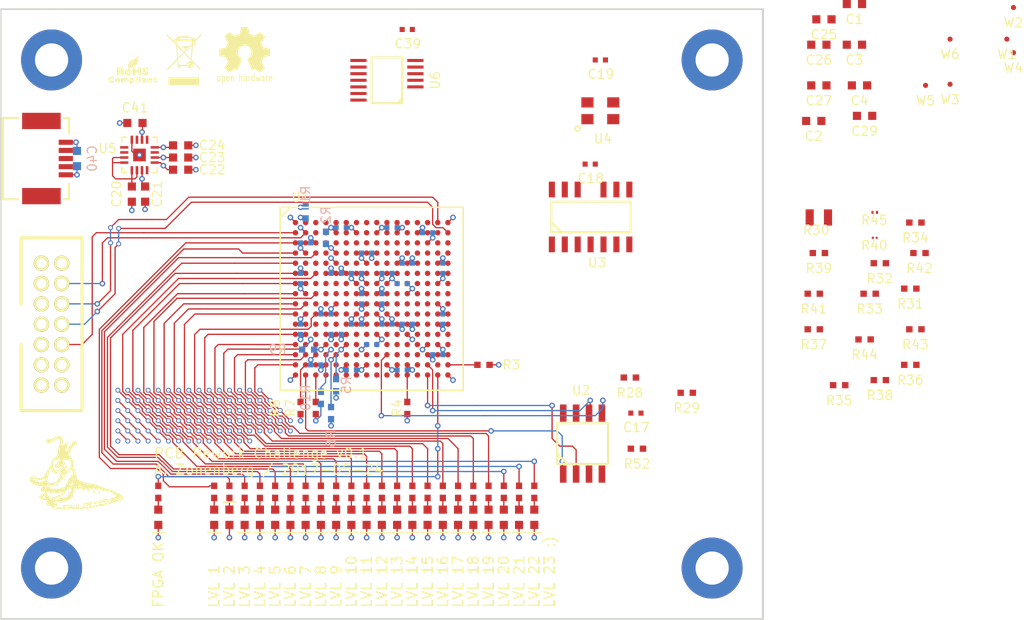
<source format=kicad_pcb>
(kicad_pcb (version 20170123) (host pcbnew "(2017-05-14 revision 14bb238)-master")
  (layers (0 F.Cu signal) (1 In1.Cu signal) (2 In2.Cu signal) (31 B.Cu signal) (34 B.Paste user) (35 F.Paste user) (36 B.SilkS user) (37 F.SilkS user) (38 B.Mask user) (39 F.Mask user) (44 Edge.Cuts user))
  (net 0 "")
  (net 1 "Net-(J1-Pad1)")
  (net 2 /2V5)
  (net 3 /GND)
  (net 4 /JTAG_TMS)
  (net 5 /JTAG_TCK)
  (net 6 /JTAG_TDO)
  (net 7 /JTAG_TDI)
  (net 8 "Net-(J1-Pad12)")
  (net 9 "Net-(J1-Pad13)")
  (net 10 "Net-(J1-Pad14)")
  (net 11 /LEVEL8_TEST)
  (net 12 /LEVEL8_SENSE)
  (net 13 "Net-(R44-Pad1)")
  (net 14 /LEVEL10_SENSE)
  (net 15 "Net-(R45-Pad1)")
  (net 16 /LEVEL11_SENSE)
  (net 17 /LEVEL14_TEST)
  (net 18 /LEVEL21_SENSE)
  (net 19 /LEVEL21_TEST)
  (net 20 "Net-(U6-Pad12)")
  (net 21 /3V3)
  (net 22 /LEVEL12_TEST_FLOAT)
  (net 23 /LEVEL12_TEST)
  (net 24 /LEVEL22_TEST)
  (net 25 /LEVEL18_TEST)
  (net 26 /LEVEL22_SENSE)
  (net 27 /LEVEL18_SENSE)
  (net 28 /SPI_CS_N)
  (net 29 /SPI_MISO)
  (net 30 "Net-(R28-Pad1)")
  (net 31 /SPI_MOSI)
  (net 32 /SPI_SCK)
  (net 33 "Net-(R29-Pad2)")
  (net 34 /LEVEL12_SENSE)
  (net 35 /LEVEL5_TEST)
  (net 36 /LEVEL5_SENSE)
  (net 37 /LEVEL6_TEST)
  (net 38 /LEVEL6_SENSE)
  (net 39 /LEVEL4_SENSE)
  (net 40 /LEVEL3_SENSE)
  (net 41 /LEVEL3_TEST)
  (net 42 /LEVEL1_SENSE)
  (net 43 /LEVEL1_TEST)
  (net 44 "Net-(U5-Pad11)")
  (net 45 /5V0)
  (net 46 "Net-(U5-Pad9)")
  (net 47 /1V2)
  (net 48 "Net-(U5-Pad7)")
  (net 49 "Net-(U5-Pad4)")
  (net 50 /VBIAS)
  (net 51 "Net-(U5-Pad14)")
  (net 52 "Net-(U5-Pad13)")
  (net 53 /CLK_1MHZ)
  (net 54 /LEVEL4_TEST)
  (net 55 "Net-(R30-Pad2)")
  (net 56 "Net-(D9-Pad2)")
  (net 57 "Net-(D23-Pad2)")
  (net 58 "Net-(D22-Pad2)")
  (net 59 "Net-(D21-Pad2)")
  (net 60 "Net-(D20-Pad2)")
  (net 61 "Net-(D19-Pad2)")
  (net 62 "Net-(D18-Pad2)")
  (net 63 "Net-(D17-Pad2)")
  (net 64 "Net-(D16-Pad2)")
  (net 65 "Net-(D15-Pad2)")
  (net 66 "Net-(D13-Pad2)")
  (net 67 "Net-(D12-Pad2)")
  (net 68 "Net-(D10-Pad2)")
  (net 69 "Net-(D3-Pad2)")
  (net 70 "Net-(D2-Pad1)")
  (net 71 "Net-(D1-Pad2)")
  (net 72 "Net-(D14-Pad2)")
  (net 73 "Net-(D4-Pad2)")
  (net 74 "Net-(D5-Pad2)")
  (net 75 "Net-(D6-Pad2)")
  (net 76 "Net-(D7-Pad2)")
  (net 77 "Net-(D8-Pad2)")
  (net 78 "Net-(D11-Pad2)")
  (net 79 /LEVEL7_OK)
  (net 80 /LEVEL17_OK)
  (net 81 "Net-(R2-Pad1)")
  (net 82 /FPGA_RST_N)
  (net 83 /LEVEL6_OK)
  (net 84 "Net-(R38-Pad2)")
  (net 85 "Net-(R39-Pad2)")
  (net 86 /LEVEL19_TEST)
  (net 87 /LEVEL19_SENSE)
  (net 88 /LEVEL17_TEST)
  (net 89 /LEVEL10_TEST)
  (net 90 "Net-(R4-Pad2)")
  (net 91 "Net-(R5-Pad2)")
  (net 92 "Net-(R6-Pad2)")
  (net 93 "Net-(R7-Pad2)")
  (net 94 "Net-(R8-Pad2)")
  (net 95 "Net-(R10-Pad2)")
  (net 96 /LEVEL1_OK)
  (net 97 /LEVEL2_OK)
  (net 98 /LEVEL3_OK)
  (net 99 /LEVEL4_OK)
  (net 100 /LEVEL5_OK)
  (net 101 "Net-(R9-Pad2)")
  (net 102 /LEVEL10_OK)
  (net 103 /LEVEL19_OK)
  (net 104 /LEVEL18_OK)
  (net 105 "Net-(R32-Pad1)")
  (net 106 /LEVEL16_TEST_A)
  (net 107 "Net-(R3-Pad1)")
  (net 108 "Net-(R31-Pad2)")
  (net 109 /LEVEL8_OK)
  (net 110 /FPGA_DONE)
  (net 111 /LEVEL16_OK)
  (net 112 /LEVEL15_OK)
  (net 113 /LEVEL14_OK)
  (net 114 /LEVEL13_OK)
  (net 115 /LEVEL11_OK)
  (net 116 /LEVEL12_OK)
  (net 117 /LEVEL20_OK)
  (net 118 /LEVEL21_OK)
  (net 119 /LEVEL22_OK)
  (net 120 /LEVEL13_TEST_A)
  (net 121 "Net-(R36-Pad2)")
  (net 122 "Net-(R35-Pad1)")
  (net 123 "Net-(R34-Pad1)")
  (net 124 /LEVEL16_TEST_C)
  (net 125 /LEVEL16_TEST_B)
  (net 126 "Net-(R33-Pad1)")
  (net 127 /LEVEL13_TEST_B)
  (net 128 "Net-(R37-Pad2)")
  (net 129 /LEVEL9_OK)
  (net 130 /LEVEL11_TEST)
  (net 131 /LEVEL9_SENSE)
  (net 132 /LEVEL9_TEST)
  (net 133 "Net-(J2-Pad2)")
  (net 134 "Net-(J2-Pad3)")
  (net 135 "Net-(J2-Pad4)")
  (net 136 "Net-(J2-Pad6)")
  (net 137 "Net-(J2-Pad7)")
  (net 138 "Net-(U1-PadA3)")
  (net 139 "Net-(U1-PadA4)")
  (net 140 "Net-(U1-PadA5)")
  (net 141 "Net-(U1-PadA6)")
  (net 142 "Net-(U1-PadA7)")
  (net 143 "Net-(U1-PadA8)")
  (net 144 "Net-(U1-PadA9)")
  (net 145 "Net-(U1-PadA10)")
  (net 146 /LEVEL15_TEST_N)
  (net 147 "Net-(U1-PadA12)")
  (net 148 "Net-(U1-PadA13)")
  (net 149 "Net-(U1-PadA14)")
  (net 150 "Net-(U1-PadB3)")
  (net 151 "Net-(U1-PadB4)")
  (net 152 "Net-(U1-PadB6)")
  (net 153 "Net-(U1-PadB8)")
  (net 154 "Net-(U1-PadB10)")
  (net 155 "Net-(U1-PadB12)")
  (net 156 "Net-(U1-PadB14)")
  (net 157 "Net-(U1-PadB15)")
  (net 158 "Net-(U1-PadC4)")
  (net 159 "Net-(U1-PadC5)")
  (net 160 "Net-(U1-PadC6)")
  (net 161 "Net-(U1-PadC7)")
  (net 162 "Net-(U1-PadC8)")
  (net 163 "Net-(U1-PadC9)")
  (net 164 /LEVEL15_TEST_P)
  (net 165 /LEVEL7_TEST_N)
  (net 166 "Net-(U1-PadC15)")
  (net 167 "Net-(U1-PadC16)")
  (net 168 "Net-(U1-PadD6)")
  (net 169 "Net-(U1-PadD7)")
  (net 170 "Net-(U1-PadD8)")
  (net 171 "Net-(U1-PadD10)")
  (net 172 /LEVEL7_TEST_P)
  (net 173 "Net-(U1-PadD12)")
  (net 174 "Net-(U1-PadD14)")
  (net 175 "Net-(U1-PadD15)")
  (net 176 "Net-(U1-PadD16)")
  (net 177 "Net-(U1-PadE13)")
  (net 178 "Net-(U1-PadF12)")
  (net 179 "Net-(U1-PadG12)")
  (net 180 "Net-(U1-PadE14)")
  (net 181 "Net-(U1-PadE16)")
  (net 182 "Net-(U1-PadF15)")
  (net 183 "Net-(U1-PadE10)")
  (net 184 "Net-(U1-PadF11)")
  (net 185 "Net-(U1-PadH11)")
  (net 186 "Net-(U1-PadF10)")
  (net 187 "Net-(U1-PadG11)")
  (net 188 "Net-(U1-PadH10)")
  (net 189 "Net-(U1-PadF14)")
  (net 190 "Net-(U1-PadH14)")
  (net 191 "Net-(U1-PadG14)")
  (net 192 "Net-(U1-PadF13)")
  (net 193 "Net-(U1-PadG13)")
  (net 194 "Net-(U1-PadH13)")
  (net 195 "Net-(U1-PadF16)")
  (net 196 "Net-(U1-PadG16)")
  (net 197 "Net-(U1-PadH15)")
  (net 198 "Net-(U1-PadH16)")
  (net 199 "Net-(U1-PadF9)")
  (net 200 "Net-(U1-PadE9)")
  (net 201 "Net-(U1-PadF8)")
  (net 202 "Net-(U1-PadF7)")
  (net 203 "Net-(U1-PadE7)")
  (net 204 "Net-(U1-PadG6)")
  (net 205 "Net-(U1-PadE6)")
  (net 206 "Net-(U1-PadG5)")
  (net 207 "Net-(U1-PadJ14)")
  (net 208 "Net-(U1-PadL14)")
  (net 209 "Net-(U1-PadR13)")
  (net 210 "Net-(U1-PadP13)")
  (net 211 "Net-(U1-PadP12)")
  (net 212 "Net-(U1-PadK12)")
  (net 213 "Net-(U1-PadL13)")
  (net 214 "Net-(U1-PadK13)")
  (net 215 "Net-(U1-PadN12)")
  (net 216 "Net-(U1-PadN16)")
  (net 217 "Net-(U1-PadM16)")
  (net 218 "Net-(U1-PadM15)")
  (net 219 "Net-(U1-PadL16)")
  (net 220 "Net-(U1-PadK11)")
  (net 221 /LEVEL14_SENSE)
  (net 222 "Net-(U1-PadJ10)")
  (net 223 "Net-(U1-PadJ11)")
  (net 224 "Net-(U1-PadM7)")
  (net 225 "Net-(U1-PadM8)")
  (net 226 "Net-(U1-PadT11)")
  (net 227 "Net-(U1-PadM11)")
  (net 228 "Net-(U1-PadN10)")
  (net 229 "Net-(U1-PadM10)")
  (net 230 "Net-(U1-PadP9)")
  (net 231 "Net-(U1-PadN7)")
  (net 232 "Net-(U1-PadP6)")
  (net 233 "Net-(U1-PadJ6)")
  (net 234 "Net-(U1-PadT7)")
  (net 235 "Net-(U1-PadR7)")
  (net 236 "Net-(U1-PadM3)")
  (net 237 "Net-(U1-PadL1)")
  (net 238 "Net-(U1-PadL2)")
  (net 239 "Net-(U1-PadL3)")
  (net 240 "Net-(U1-PadN5)")
  (net 241 "Net-(U1-PadL4)")
  (net 242 "Net-(U1-PadJ4)")
  (net 243 "Net-(U1-PadK4)")
  (net 244 "Net-(U1-PadR3)")
  (net 245 "Net-(U1-PadJ3)")
  (net 246 "Net-(U1-PadH5)")
  (net 247 "Net-(U1-PadH6)")
  (net 248 "Net-(U1-PadH4)")
  (net 249 "Net-(U1-PadG3)")
  (module azonenberg_pcb:EIA_0402_RES_NOSILK (layer F.Cu) (at 87.597 59.25)
    (fp_text reference R52 (at 0 1.5) (layer F.SilkS) (effects (font (size 0.9 0.9) (thickness 0.125))))
    (fp_text value 1K hide)
    (pad 1 smd rect (at -0.597 0) (size 0.635 0.61) (layers F.Cu F.Paste F.Mask) (net 28 /SPI_CS_N))
    (pad 2 smd rect (at 0.597 0) (size 0.635 0.61) (layers F.Cu F.Paste F.Mask) (net 21 /3V3))
  )
  (module w_logo:Logo_silk_WEEE_3.4x5mm (layer F.Cu) (at 43 21)
    (fp_text reference G*** hide)
    (fp_text value LOGO hide)
  )
  (module w_logo:Logo_silk_ROHS_5x2.8mm (layer F.Cu) (at 38 22)
    (fp_text reference G*** hide)
    (fp_text value LOGO hide)
  )
  (module w_logo:Logo_silk_OSHW_6x6mm (layer F.Cu) (at 49 20)
    (fp_text reference G*** hide)
    (fp_text value LOGO hide)
  )
  (module azonenberg_pcb:MECHANICAL_CLEARANCEHOLE_4_40 (layer F.Cu) (at 95 71)
    (fp_text reference REF** hide)
    (fp_text value MECHANICAL_CLEARANCEHOLE_4_40 hide)
    (pad ~ thru_hole circle (at 0 0) (size 6 6) (drill 3.27) (layers *.Cu *.Mask))
  )
  (module azonenberg_pcb:MECHANICAL_CLEARANCEHOLE_4_40 (layer F.Cu) (at 95 21)
    (fp_text reference REF** hide)
    (fp_text value MECHANICAL_CLEARANCEHOLE_4_40 hide)
    (pad ~ thru_hole circle (at 0 0) (size 6 6) (drill 3.27) (layers *.Cu *.Mask))
  )
  (module azonenberg_pcb:LONGTHING-1200DPI (layer F.Cu) (at 33 62)
    (fp_text reference G*** hide)
    (fp_text value LOGO hide)
  )
  (module azonenberg_pcb:EIA_0402_CAP_NOSILK (layer B.Cu) (at 58 48 180)
    (fp_text reference C42 hide)
    (fp_text value "0.1 uF" hide)
    (pad 1 smd rect (at -0.5 0 180) (size 0.5 0.5) (layers B.Cu B.Paste B.Mask) (net 2 /2V5))
    (pad 2 smd rect (at 0.5 0 180) (size 0.5 0.5) (layers B.Cu B.Paste B.Mask) (net 3 /GND))
  )
  (module azonenberg_pcb:EIA_0402_CAP_NOSILK (layer B.Cu) (at 65 47 180)
    (fp_text reference C43 hide)
    (fp_text value "0.1 uF" hide)
    (pad 1 smd rect (at -0.5 0 180) (size 0.5 0.5) (layers B.Cu B.Paste B.Mask) (net 2 /2V5))
    (pad 2 smd rect (at 0.5 0 180) (size 0.5 0.5) (layers B.Cu B.Paste B.Mask) (net 3 /GND))
  )
  (module azonenberg_pcb:EIA_0402_CAP_NOSILK (layer B.Cu) (at 65 41)
    (fp_text reference C44 hide)
    (fp_text value "0.1 uF" hide)
    (pad 2 smd rect (at 0.5 0) (size 0.5 0.5) (layers B.Cu B.Paste B.Mask) (net 3 /GND))
    (pad 1 smd rect (at -0.5 0) (size 0.5 0.5) (layers B.Cu B.Paste B.Mask) (net 2 /2V5))
  )
  (module azonenberg_pcb:EIA_0402_CAP_NOSILK (layer B.Cu) (at 58 42)
    (fp_text reference C45 hide)
    (fp_text value "0.1 uF" hide)
    (pad 1 smd rect (at -0.5 0) (size 0.5 0.5) (layers B.Cu B.Paste B.Mask) (net 2 /2V5))
    (pad 2 smd rect (at 0.5 0) (size 0.5 0.5) (layers B.Cu B.Paste B.Mask) (net 3 /GND))
  )
  (module azonenberg_pcb:MECHANICAL_CLEARANCEHOLE_4_40 (layer F.Cu) (at 30 71)
    (fp_text reference REF** hide)
    (fp_text value MECHANICAL_CLEARANCEHOLE_4_40 hide)
    (pad ~ thru_hole circle (at 0 0) (size 6 6) (drill 3.27) (layers *.Cu *.Mask))
  )
  (module azonenberg_pcb:MECHANICAL_CLEARANCEHOLE_4_40 (layer F.Cu) (at 30 21)
    (fp_text reference REF** hide)
    (fp_text value MECHANICAL_CLEARANCEHOLE_4_40 hide)
    (pad ~ thru_hole circle (at 0 0) (size 6 6) (drill 3.27) (layers *.Cu *.Mask))
  )
  (module azonenberg_pcb:BGA_256_17x17_FULLARRAY_1MM (layer F.Cu) (at 61.5 44.5)
    (fp_text reference U1 (at -7 -10) (layer F.SilkS) (effects (font (size 0.9 0.9) (thickness 0.125))))
    (fp_text value XC3S50A-4FTG256C hide)
    (pad A1 smd circle (at -7.5 -7.5) (size 0.53 0.53) (layers F.Cu F.Paste F.Mask) (net 3 /GND))
    (pad A2 smd circle (at -6.5 -7.5) (size 0.53 0.53) (layers F.Cu F.Paste F.Mask) (net 82 /FPGA_RST_N))
    (pad A3 smd circle (at -5.5 -7.5) (size 0.53 0.53) (layers F.Cu F.Paste F.Mask) (net 138 "Net-(U1-PadA3)"))
    (pad A4 smd circle (at -4.5 -7.5) (size 0.53 0.53) (layers F.Cu F.Paste F.Mask) (net 139 "Net-(U1-PadA4)"))
    (pad A5 smd circle (at -3.5 -7.5) (size 0.53 0.53) (layers F.Cu F.Paste F.Mask) (net 140 "Net-(U1-PadA5)"))
    (pad A6 smd circle (at -2.5 -7.5) (size 0.53 0.53) (layers F.Cu F.Paste F.Mask) (net 141 "Net-(U1-PadA6)"))
    (pad A7 smd circle (at -1.5 -7.5) (size 0.53 0.53) (layers F.Cu F.Paste F.Mask) (net 142 "Net-(U1-PadA7)"))
    (pad A8 smd circle (at -0.5 -7.5) (size 0.53 0.53) (layers F.Cu F.Paste F.Mask) (net 143 "Net-(U1-PadA8)"))
    (pad A9 smd circle (at 0.5 -7.5) (size 0.53 0.53) (layers F.Cu F.Paste F.Mask) (net 144 "Net-(U1-PadA9)"))
    (pad A10 smd circle (at 1.5 -7.5) (size 0.53 0.53) (layers F.Cu F.Paste F.Mask) (net 145 "Net-(U1-PadA10)"))
    (pad A11 smd circle (at 2.5 -7.5) (size 0.53 0.53) (layers F.Cu F.Paste F.Mask) (net 146 /LEVEL15_TEST_N))
    (pad A12 smd circle (at 3.5 -7.5) (size 0.53 0.53) (layers F.Cu F.Paste F.Mask) (net 147 "Net-(U1-PadA12)"))
    (pad A13 smd circle (at 4.5 -7.5) (size 0.53 0.53) (layers F.Cu F.Paste F.Mask) (net 148 "Net-(U1-PadA13)"))
    (pad A14 smd circle (at 5.5 -7.5) (size 0.53 0.53) (layers F.Cu F.Paste F.Mask) (net 149 "Net-(U1-PadA14)"))
    (pad A15 smd circle (at 6.5 -7.5) (size 0.53 0.53) (layers F.Cu F.Paste F.Mask) (net 5 /JTAG_TCK))
    (pad A16 smd circle (at 7.5 -7.5) (size 0.53 0.53) (layers F.Cu F.Paste F.Mask) (net 3 /GND))
    (pad B1 smd circle (at -7.5 -6.5) (size 0.53 0.53) (layers F.Cu F.Paste F.Mask) (net 7 /JTAG_TDI))
    (pad B2 smd circle (at -6.5 -6.5) (size 0.53 0.53) (layers F.Cu F.Paste F.Mask) (net 4 /JTAG_TMS))
    (pad B3 smd circle (at -5.5 -6.5) (size 0.53 0.53) (layers F.Cu F.Paste F.Mask) (net 150 "Net-(U1-PadB3)"))
    (pad B4 smd circle (at -4.5 -6.5) (size 0.53 0.53) (layers F.Cu F.Paste F.Mask) (net 151 "Net-(U1-PadB4)"))
    (pad B5 smd circle (at -3.5 -6.5) (size 0.53 0.53) (layers F.Cu F.Paste F.Mask) (net 2 /2V5))
    (pad B6 smd circle (at -2.5 -6.5) (size 0.53 0.53) (layers F.Cu F.Paste F.Mask) (net 152 "Net-(U1-PadB6)"))
    (pad B7 smd circle (at -1.5 -6.5) (size 0.53 0.53) (layers F.Cu F.Paste F.Mask) (net 3 /GND))
    (pad B8 smd circle (at -0.5 -6.5) (size 0.53 0.53) (layers F.Cu F.Paste F.Mask) (net 153 "Net-(U1-PadB8)"))
    (pad B9 smd circle (at 0.5 -6.5) (size 0.53 0.53) (layers F.Cu F.Paste F.Mask) (net 2 /2V5))
    (pad B10 smd circle (at 1.5 -6.5) (size 0.53 0.53) (layers F.Cu F.Paste F.Mask) (net 154 "Net-(U1-PadB10)"))
    (pad B11 smd circle (at 2.5 -6.5) (size 0.53 0.53) (layers F.Cu F.Paste F.Mask) (net 3 /GND))
    (pad B12 smd circle (at 3.5 -6.5) (size 0.53 0.53) (layers F.Cu F.Paste F.Mask) (net 155 "Net-(U1-PadB12)"))
    (pad B13 smd circle (at 4.5 -6.5) (size 0.53 0.53) (layers F.Cu F.Paste F.Mask) (net 2 /2V5))
    (pad B14 smd circle (at 5.5 -6.5) (size 0.53 0.53) (layers F.Cu F.Paste F.Mask) (net 156 "Net-(U1-PadB14)"))
    (pad B15 smd circle (at 6.5 -6.5) (size 0.53 0.53) (layers F.Cu F.Paste F.Mask) (net 157 "Net-(U1-PadB15)"))
    (pad B16 smd circle (at 7.5 -6.5) (size 0.53 0.53) (layers F.Cu F.Paste F.Mask) (net 6 /JTAG_TDO))
    (pad C1 smd circle (at -7.5 -5.5) (size 0.53 0.53) (layers F.Cu F.Paste F.Mask) (net 96 /LEVEL1_OK))
    (pad C2 smd circle (at -6.5 -5.5) (size 0.53 0.53) (layers F.Cu F.Paste F.Mask) (net 118 /LEVEL21_OK))
    (pad C3 smd circle (at -5.5 -5.5) (size 0.53 0.53) (layers F.Cu F.Paste F.Mask) (net 3 /GND))
    (pad C4 smd circle (at -4.5 -5.5) (size 0.53 0.53) (layers F.Cu F.Paste F.Mask) (net 158 "Net-(U1-PadC4)"))
    (pad C5 smd circle (at -3.5 -5.5) (size 0.53 0.53) (layers F.Cu F.Paste F.Mask) (net 159 "Net-(U1-PadC5)"))
    (pad C6 smd circle (at -2.5 -5.5) (size 0.53 0.53) (layers F.Cu F.Paste F.Mask) (net 160 "Net-(U1-PadC6)"))
    (pad C7 smd circle (at -1.5 -5.5) (size 0.53 0.53) (layers F.Cu F.Paste F.Mask) (net 161 "Net-(U1-PadC7)"))
    (pad C8 smd circle (at -0.5 -5.5) (size 0.53 0.53) (layers F.Cu F.Paste F.Mask) (net 162 "Net-(U1-PadC8)"))
    (pad C9 smd circle (at 0.5 -5.5) (size 0.53 0.53) (layers F.Cu F.Paste F.Mask) (net 163 "Net-(U1-PadC9)"))
    (pad C10 smd circle (at 1.5 -5.5) (size 0.53 0.53) (layers F.Cu F.Paste F.Mask) (net 146 /LEVEL15_TEST_N))
    (pad C11 smd circle (at 2.5 -5.5) (size 0.53 0.53) (layers F.Cu F.Paste F.Mask) (net 164 /LEVEL15_TEST_P))
    (pad C12 smd circle (at 3.5 -5.5) (size 0.53 0.53) (layers F.Cu F.Paste F.Mask) (net 165 /LEVEL7_TEST_N))
    (pad C13 smd circle (at 4.5 -5.5) (size 0.53 0.53) (layers F.Cu F.Paste F.Mask) (net 165 /LEVEL7_TEST_N))
    (pad C14 smd circle (at 5.5 -5.5) (size 0.53 0.53) (layers F.Cu F.Paste F.Mask) (net 3 /GND))
    (pad C15 smd circle (at 6.5 -5.5) (size 0.53 0.53) (layers F.Cu F.Paste F.Mask) (net 166 "Net-(U1-PadC15)"))
    (pad C16 smd circle (at 7.5 -5.5) (size 0.53 0.53) (layers F.Cu F.Paste F.Mask) (net 167 "Net-(U1-PadC16)"))
    (pad D1 smd circle (at -7.5 -4.5) (size 0.53 0.53) (layers F.Cu F.Paste F.Mask) (net 97 /LEVEL2_OK))
    (pad D2 smd circle (at -6.5 -4.5) (size 0.53 0.53) (layers F.Cu F.Paste F.Mask) (net 21 /3V3))
    (pad D3 smd circle (at -5.5 -4.5) (size 0.53 0.53) (layers F.Cu F.Paste F.Mask) (net 98 /LEVEL3_OK))
    (pad D4 smd circle (at -4.5 -4.5) (size 0.53 0.53) (layers F.Cu F.Paste F.Mask) (net 132 /LEVEL9_TEST))
    (pad D5 smd circle (at -3.5 -4.5) (size 0.53 0.53) (layers F.Cu F.Paste F.Mask) (net 81 "Net-(R2-Pad1)"))
    (pad D6 smd circle (at -2.5 -4.5) (size 0.53 0.53) (layers F.Cu F.Paste F.Mask) (net 168 "Net-(U1-PadD6)"))
    (pad D7 smd circle (at -1.5 -4.5) (size 0.53 0.53) (layers F.Cu F.Paste F.Mask) (net 169 "Net-(U1-PadD7)"))
    (pad D8 smd circle (at -0.5 -4.5) (size 0.53 0.53) (layers F.Cu F.Paste F.Mask) (net 170 "Net-(U1-PadD8)"))
    (pad D9 smd circle (at 0.5 -4.5) (size 0.53 0.53) (layers F.Cu F.Paste F.Mask) (net 164 /LEVEL15_TEST_P))
    (pad D10 smd circle (at 1.5 -4.5) (size 0.53 0.53) (layers F.Cu F.Paste F.Mask) (net 171 "Net-(U1-PadD10)"))
    (pad D11 smd circle (at 2.5 -4.5) (size 0.53 0.53) (layers F.Cu F.Paste F.Mask) (net 172 /LEVEL7_TEST_P))
    (pad D12 smd circle (at 3.5 -4.5) (size 0.53 0.53) (layers F.Cu F.Paste F.Mask) (net 173 "Net-(U1-PadD12)"))
    (pad D13 smd circle (at 4.5 -4.5) (size 0.53 0.53) (layers F.Cu F.Paste F.Mask) (net 172 /LEVEL7_TEST_P))
    (pad D14 smd circle (at 5.5 -4.5) (size 0.53 0.53) (layers F.Cu F.Paste F.Mask) (net 174 "Net-(U1-PadD14)"))
    (pad D15 smd circle (at 6.5 -4.5) (size 0.53 0.53) (layers F.Cu F.Paste F.Mask) (net 175 "Net-(U1-PadD15)"))
    (pad D16 smd circle (at 7.5 -4.5) (size 0.53 0.53) (layers F.Cu F.Paste F.Mask) (net 176 "Net-(U1-PadD16)"))
    (pad E13 smd circle (at 4.5 -3.5) (size 0.53 0.53) (layers F.Cu F.Paste F.Mask) (net 177 "Net-(U1-PadE13)"))
    (pad E12 smd circle (at 3.5 -3.5) (size 0.53 0.53) (layers F.Cu F.Paste F.Mask) (net 3 /GND))
    (pad F12 smd circle (at 3.5 -2.5) (size 0.53 0.53) (layers F.Cu F.Paste F.Mask) (net 178 "Net-(U1-PadF12)"))
    (pad G12 smd circle (at 3.5 -1.5) (size 0.53 0.53) (layers F.Cu F.Paste F.Mask) (net 179 "Net-(U1-PadG12)"))
    (pad E14 smd circle (at 5.5 -3.5) (size 0.53 0.53) (layers F.Cu F.Paste F.Mask) (net 180 "Net-(U1-PadE14)"))
    (pad E16 smd circle (at 7.5 -3.5) (size 0.53 0.53) (layers F.Cu F.Paste F.Mask) (net 181 "Net-(U1-PadE16)"))
    (pad E15 smd circle (at 6.5 -3.5) (size 0.53 0.53) (layers F.Cu F.Paste F.Mask) (net 21 /3V3))
    (pad F15 smd circle (at 6.5 -2.5) (size 0.53 0.53) (layers F.Cu F.Paste F.Mask) (net 182 "Net-(U1-PadF15)"))
    (pad E10 smd circle (at 1.5 -3.5) (size 0.53 0.53) (layers F.Cu F.Paste F.Mask) (net 183 "Net-(U1-PadE10)"))
    (pad E11 smd circle (at 2.5 -3.5) (size 0.53 0.53) (layers F.Cu F.Paste F.Mask) (net 2 /2V5))
    (pad F11 smd circle (at 2.5 -2.5) (size 0.53 0.53) (layers F.Cu F.Paste F.Mask) (net 184 "Net-(U1-PadF11)"))
    (pad H11 smd circle (at 2.5 -0.5) (size 0.53 0.53) (layers F.Cu F.Paste F.Mask) (net 185 "Net-(U1-PadH11)"))
    (pad F10 smd circle (at 1.5 -2.5) (size 0.53 0.53) (layers F.Cu F.Paste F.Mask) (net 186 "Net-(U1-PadF10)"))
    (pad G11 smd circle (at 2.5 -1.5) (size 0.53 0.53) (layers F.Cu F.Paste F.Mask) (net 187 "Net-(U1-PadG11)"))
    (pad G10 smd circle (at 1.5 -1.5) (size 0.53 0.53) (layers F.Cu F.Paste F.Mask) (net 3 /GND))
    (pad H10 smd circle (at 1.5 -0.5) (size 0.53 0.53) (layers F.Cu F.Paste F.Mask) (net 188 "Net-(U1-PadH10)"))
    (pad F14 smd circle (at 5.5 -2.5) (size 0.53 0.53) (layers F.Cu F.Paste F.Mask) (net 189 "Net-(U1-PadF14)"))
    (pad H14 smd circle (at 5.5 -0.5) (size 0.53 0.53) (layers F.Cu F.Paste F.Mask) (net 190 "Net-(U1-PadH14)"))
    (pad G14 smd circle (at 5.5 -1.5) (size 0.53 0.53) (layers F.Cu F.Paste F.Mask) (net 191 "Net-(U1-PadG14)"))
    (pad F13 smd circle (at 4.5 -2.5) (size 0.53 0.53) (layers F.Cu F.Paste F.Mask) (net 192 "Net-(U1-PadF13)"))
    (pad G13 smd circle (at 4.5 -1.5) (size 0.53 0.53) (layers F.Cu F.Paste F.Mask) (net 193 "Net-(U1-PadG13)"))
    (pad H13 smd circle (at 4.5 -0.5) (size 0.53 0.53) (layers F.Cu F.Paste F.Mask) (net 194 "Net-(U1-PadH13)"))
    (pad H12 smd circle (at 3.5 -0.5) (size 0.53 0.53) (layers F.Cu F.Paste F.Mask) (net 21 /3V3))
    (pad F16 smd circle (at 7.5 -2.5) (size 0.53 0.53) (layers F.Cu F.Paste F.Mask) (net 195 "Net-(U1-PadF16)"))
    (pad G16 smd circle (at 7.5 -1.5) (size 0.53 0.53) (layers F.Cu F.Paste F.Mask) (net 196 "Net-(U1-PadG16)"))
    (pad H15 smd circle (at 6.5 -0.5) (size 0.53 0.53) (layers F.Cu F.Paste F.Mask) (net 197 "Net-(U1-PadH15)"))
    (pad G15 smd circle (at 6.5 -1.5) (size 0.53 0.53) (layers F.Cu F.Paste F.Mask) (net 3 /GND))
    (pad H16 smd circle (at 7.5 -0.5) (size 0.53 0.53) (layers F.Cu F.Paste F.Mask) (net 198 "Net-(U1-PadH16)"))
    (pad F9 smd circle (at 0.5 -2.5) (size 0.53 0.53) (layers F.Cu F.Paste F.Mask) (net 199 "Net-(U1-PadF9)"))
    (pad E8 smd circle (at -0.5 -3.5) (size 0.53 0.53) (layers F.Cu F.Paste F.Mask) (net 2 /2V5))
    (pad E9 smd circle (at 0.5 -3.5) (size 0.53 0.53) (layers F.Cu F.Paste F.Mask) (net 200 "Net-(U1-PadE9)"))
    (pad F8 smd circle (at -0.5 -2.5) (size 0.53 0.53) (layers F.Cu F.Paste F.Mask) (net 201 "Net-(U1-PadF8)"))
    (pad F7 smd circle (at -1.5 -2.5) (size 0.53 0.53) (layers F.Cu F.Paste F.Mask) (net 202 "Net-(U1-PadF7)"))
    (pad E7 smd circle (at -1.5 -3.5) (size 0.53 0.53) (layers F.Cu F.Paste F.Mask) (net 203 "Net-(U1-PadE7)"))
    (pad E3 smd circle (at -5.5 -3.5) (size 0.53 0.53) (layers F.Cu F.Paste F.Mask) (net 16 /LEVEL11_SENSE))
    (pad F4 smd circle (at -4.5 -2.5) (size 0.53 0.53) (layers F.Cu F.Paste F.Mask) (net 14 /LEVEL10_SENSE))
    (pad E4 smd circle (at -4.5 -3.5) (size 0.53 0.53) (layers F.Cu F.Paste F.Mask) (net 131 /LEVEL9_SENSE))
    (pad F3 smd circle (at -5.5 -2.5) (size 0.53 0.53) (layers F.Cu F.Paste F.Mask) (net 83 /LEVEL6_OK))
    (pad G6 smd circle (at -2.5 -1.5) (size 0.53 0.53) (layers F.Cu F.Paste F.Mask) (net 204 "Net-(U1-PadG6)"))
    (pad E6 smd circle (at -2.5 -3.5) (size 0.53 0.53) (layers F.Cu F.Paste F.Mask) (net 205 "Net-(U1-PadE6)"))
    (pad E5 smd circle (at -3.5 -3.5) (size 0.53 0.53) (layers F.Cu F.Paste F.Mask) (net 3 /GND))
    (pad F5 smd circle (at -3.5 -2.5) (size 0.53 0.53) (layers F.Cu F.Paste F.Mask) (net 2 /2V5))
    (pad F6 smd circle (at -2.5 -2.5) (size 0.53 0.53) (layers F.Cu F.Paste F.Mask) (net 3 /GND))
    (pad G5 smd circle (at -3.5 -1.5) (size 0.53 0.53) (layers F.Cu F.Paste F.Mask) (net 206 "Net-(U1-PadG5)"))
    (pad H5 smd circle (at -3.5 -0.5) (size 0.53 0.53) (layers F.Cu F.Paste F.Mask) (net 246 "Net-(U1-PadH5)"))
    (pad H6 smd circle (at -2.5 -0.5) (size 0.53 0.53) (layers F.Cu F.Paste F.Mask) (net 247 "Net-(U1-PadH6)"))
    (pad E2 smd circle (at -6.5 -3.5) (size 0.53 0.53) (layers F.Cu F.Paste F.Mask) (net 130 /LEVEL11_TEST))
    (pad E1 smd circle (at -7.5 -3.5) (size 0.53 0.53) (layers F.Cu F.Paste F.Mask) (net 99 /LEVEL4_OK))
    (pad F2 smd circle (at -6.5 -2.5) (size 0.53 0.53) (layers F.Cu F.Paste F.Mask) (net 3 /GND))
    (pad G2 smd circle (at -6.5 -1.5) (size 0.53 0.53) (layers F.Cu F.Paste F.Mask) (net 11 /LEVEL8_TEST))
    (pad F1 smd circle (at -7.5 -2.5) (size 0.53 0.53) (layers F.Cu F.Paste F.Mask) (net 100 /LEVEL5_OK))
    (pad H1 smd circle (at -7.5 -0.5) (size 0.53 0.53) (layers F.Cu F.Paste F.Mask) (net 109 /LEVEL8_OK))
    (pad G1 smd circle (at -7.5 -1.5) (size 0.53 0.53) (layers F.Cu F.Paste F.Mask) (net 79 /LEVEL7_OK))
    (pad H2 smd circle (at -6.5 -0.5) (size 0.53 0.53) (layers F.Cu F.Paste F.Mask) (net 21 /3V3))
    (pad H7 smd circle (at -1.5 -0.5) (size 0.53 0.53) (layers F.Cu F.Paste F.Mask) (net 38 /LEVEL6_SENSE))
    (pad G8 smd circle (at -0.5 -1.5) (size 0.53 0.53) (layers F.Cu F.Paste F.Mask) (net 3 /GND))
    (pad G9 smd circle (at 0.5 -1.5) (size 0.53 0.53) (layers F.Cu F.Paste F.Mask) (net 47 /1V2))
    (pad G7 smd circle (at -1.5 -1.5) (size 0.53 0.53) (layers F.Cu F.Paste F.Mask) (net 47 /1V2))
    (pad H8 smd circle (at -0.5 -0.5) (size 0.53 0.53) (layers F.Cu F.Paste F.Mask) (net 47 /1V2))
    (pad H9 smd circle (at 0.5 -0.5) (size 0.53 0.53) (layers F.Cu F.Paste F.Mask) (net 3 /GND))
    (pad G4 smd circle (at -4.5 -1.5) (size 0.53 0.53) (layers F.Cu F.Paste F.Mask) (net 89 /LEVEL10_TEST))
    (pad H4 smd circle (at -4.5 -0.5) (size 0.53 0.53) (layers F.Cu F.Paste F.Mask) (net 248 "Net-(U1-PadH4)"))
    (pad G3 smd circle (at -5.5 -1.5) (size 0.53 0.53) (layers F.Cu F.Paste F.Mask) (net 249 "Net-(U1-PadG3)"))
    (pad H3 smd circle (at -5.5 -0.5) (size 0.53 0.53) (layers F.Cu F.Paste F.Mask) (net 129 /LEVEL9_OK))
    (pad R16 smd circle (at 7.5 6.5) (size 0.53 0.53) (layers F.Cu F.Paste F.Mask) (net 107 "Net-(R3-Pad1)"))
    (pad T15 smd circle (at 6.5 7.5) (size 0.53 0.53) (layers F.Cu F.Paste F.Mask) (net 110 /FPGA_DONE))
    (pad R15 smd circle (at 6.5 6.5) (size 0.53 0.53) (layers F.Cu F.Paste F.Mask) (net 123 "Net-(R34-Pad1)"))
    (pad P16 smd circle (at 7.5 5.5) (size 0.53 0.53) (layers F.Cu F.Paste F.Mask) (net 106 /LEVEL16_TEST_A))
    (pad R14 smd circle (at 5.5 6.5) (size 0.53 0.53) (layers F.Cu F.Paste F.Mask) (net 32 /SPI_SCK))
    (pad P15 smd circle (at 6.5 5.5) (size 0.53 0.53) (layers F.Cu F.Paste F.Mask) (net 126 "Net-(R33-Pad1)"))
    (pad P14 smd circle (at 5.5 5.5) (size 0.53 0.53) (layers F.Cu F.Paste F.Mask) (net 3 /GND))
    (pad T16 smd circle (at 7.5 7.5) (size 0.53 0.53) (layers F.Cu F.Paste F.Mask) (net 3 /GND))
    (pad J14 smd circle (at 5.5 0.5) (size 0.53 0.53) (layers F.Cu F.Paste F.Mask) (net 207 "Net-(U1-PadJ14)"))
    (pad K16 smd circle (at 7.5 1.5) (size 0.53 0.53) (layers F.Cu F.Paste F.Mask) (net 26 /LEVEL22_SENSE))
    (pad L14 smd circle (at 5.5 2.5) (size 0.53 0.53) (layers F.Cu F.Paste F.Mask) (net 208 "Net-(U1-PadL14)"))
    (pad K14 smd circle (at 5.5 1.5) (size 0.53 0.53) (layers F.Cu F.Paste F.Mask) (net 122 "Net-(R35-Pad1)"))
    (pad K15 smd circle (at 6.5 1.5) (size 0.53 0.53) (layers F.Cu F.Paste F.Mask) (net 18 /LEVEL21_SENSE))
    (pad J16 smd circle (at 7.5 0.5) (size 0.53 0.53) (layers F.Cu F.Paste F.Mask) (net 24 /LEVEL22_TEST))
    (pad J15 smd circle (at 6.5 0.5) (size 0.53 0.53) (layers F.Cu F.Paste F.Mask) (net 21 /3V3))
    (pad R13 smd circle (at 4.5 6.5) (size 0.53 0.53) (layers F.Cu F.Paste F.Mask) (net 209 "Net-(U1-PadR13)"))
    (pad R12 smd circle (at 3.5 6.5) (size 0.53 0.53) (layers F.Cu F.Paste F.Mask) (net 21 /3V3))
    (pad T13 smd circle (at 4.5 7.5) (size 0.53 0.53) (layers F.Cu F.Paste F.Mask) (net 23 /LEVEL12_TEST))
    (pad P13 smd circle (at 4.5 5.5) (size 0.53 0.53) (layers F.Cu F.Paste F.Mask) (net 210 "Net-(U1-PadP13)"))
    (pad T14 smd circle (at 5.5 7.5) (size 0.53 0.53) (layers F.Cu F.Paste F.Mask) (net 29 /SPI_MISO))
    (pad T12 smd circle (at 3.5 7.5) (size 0.53 0.53) (layers F.Cu F.Paste F.Mask) (net 90 "Net-(R4-Pad2)"))
    (pad P12 smd circle (at 3.5 5.5) (size 0.53 0.53) (layers F.Cu F.Paste F.Mask) (net 211 "Net-(U1-PadP12)"))
    (pad J13 smd circle (at 4.5 0.5) (size 0.53 0.53) (layers F.Cu F.Paste F.Mask) (net 25 /LEVEL18_TEST))
    (pad K12 smd circle (at 3.5 1.5) (size 0.53 0.53) (layers F.Cu F.Paste F.Mask) (net 212 "Net-(U1-PadK12)"))
    (pad L13 smd circle (at 4.5 2.5) (size 0.53 0.53) (layers F.Cu F.Paste F.Mask) (net 213 "Net-(U1-PadL13)"))
    (pad K13 smd circle (at 4.5 1.5) (size 0.53 0.53) (layers F.Cu F.Paste F.Mask) (net 214 "Net-(U1-PadK13)"))
    (pad L12 smd circle (at 3.5 2.5) (size 0.53 0.53) (layers F.Cu F.Paste F.Mask) (net 2 /2V5))
    (pad J12 smd circle (at 3.5 0.5) (size 0.53 0.53) (layers F.Cu F.Paste F.Mask) (net 27 /LEVEL18_SENSE))
    (pad M12 smd circle (at 3.5 3.5) (size 0.53 0.53) (layers F.Cu F.Paste F.Mask) (net 3 /GND))
    (pad M13 smd circle (at 4.5 3.5) (size 0.53 0.53) (layers F.Cu F.Paste F.Mask) (net 124 /LEVEL16_TEST_C))
    (pad N12 smd circle (at 3.5 4.5) (size 0.53 0.53) (layers F.Cu F.Paste F.Mask) (net 215 "Net-(U1-PadN12)"))
    (pad M14 smd circle (at 5.5 3.5) (size 0.53 0.53) (layers F.Cu F.Paste F.Mask) (net 125 /LEVEL16_TEST_B))
    (pad N14 smd circle (at 5.5 4.5) (size 0.53 0.53) (layers F.Cu F.Paste F.Mask) (net 21 /3V3))
    (pad N13 smd circle (at 4.5 4.5) (size 0.53 0.53) (layers F.Cu F.Paste F.Mask) (net 105 "Net-(R32-Pad1)"))
    (pad N16 smd circle (at 7.5 4.5) (size 0.53 0.53) (layers F.Cu F.Paste F.Mask) (net 216 "Net-(U1-PadN16)"))
    (pad M16 smd circle (at 7.5 3.5) (size 0.53 0.53) (layers F.Cu F.Paste F.Mask) (net 217 "Net-(U1-PadM16)"))
    (pad M15 smd circle (at 6.5 3.5) (size 0.53 0.53) (layers F.Cu F.Paste F.Mask) (net 218 "Net-(U1-PadM15)"))
    (pad N15 smd circle (at 6.5 4.5) (size 0.53 0.53) (layers F.Cu F.Paste F.Mask) (net 21 /3V3))
    (pad L15 smd circle (at 6.5 2.5) (size 0.53 0.53) (layers F.Cu F.Paste F.Mask) (net 3 /GND))
    (pad L16 smd circle (at 7.5 2.5) (size 0.53 0.53) (layers F.Cu F.Paste F.Mask) (net 219 "Net-(U1-PadL16)"))
    (pad K10 smd circle (at 1.5 1.5) (size 0.53 0.53) (layers F.Cu F.Paste F.Mask) (net 47 /1V2))
    (pad K11 smd circle (at 2.5 1.5) (size 0.53 0.53) (layers F.Cu F.Paste F.Mask) (net 220 "Net-(U1-PadK11)"))
    (pad J9 smd circle (at 0.5 0.5) (size 0.53 0.53) (layers F.Cu F.Paste F.Mask) (net 47 /1V2))
    (pad L11 smd circle (at 2.5 2.5) (size 0.53 0.53) (layers F.Cu F.Paste F.Mask) (net 3 /GND))
    (pad K9 smd circle (at 0.5 1.5) (size 0.53 0.53) (layers F.Cu F.Paste F.Mask) (net 3 /GND))
    (pad L10 smd circle (at 1.5 2.5) (size 0.53 0.53) (layers F.Cu F.Paste F.Mask) (net 221 /LEVEL14_SENSE))
    (pad J10 smd circle (at 1.5 0.5) (size 0.53 0.53) (layers F.Cu F.Paste F.Mask) (net 222 "Net-(U1-PadJ10)"))
    (pad J11 smd circle (at 2.5 0.5) (size 0.53 0.53) (layers F.Cu F.Paste F.Mask) (net 223 "Net-(U1-PadJ11)"))
    (pad L7 smd circle (at -1.5 2.5) (size 0.53 0.53) (layers F.Cu F.Paste F.Mask) (net 34 /LEVEL12_SENSE))
    (pad M7 smd circle (at -1.5 3.5) (size 0.53 0.53) (layers F.Cu F.Paste F.Mask) (net 224 "Net-(U1-PadM7)"))
    (pad M8 smd circle (at -0.5 3.5) (size 0.53 0.53) (layers F.Cu F.Paste F.Mask) (net 225 "Net-(U1-PadM8)"))
    (pad L8 smd circle (at -0.5 2.5) (size 0.53 0.53) (layers F.Cu F.Paste F.Mask) (net 127 /LEVEL13_TEST_B))
    (pad N9 smd circle (at 0.5 4.5) (size 0.53 0.53) (layers F.Cu F.Paste F.Mask) (net 53 /CLK_1MHZ))
    (pad M9 smd circle (at 0.5 3.5) (size 0.53 0.53) (layers F.Cu F.Paste F.Mask) (net 21 /3V3))
    (pad L9 smd circle (at 0.5 2.5) (size 0.53 0.53) (layers F.Cu F.Paste F.Mask) (net 120 /LEVEL13_TEST_A))
    (pad T11 smd circle (at 2.5 7.5) (size 0.53 0.53) (layers F.Cu F.Paste F.Mask) (net 226 "Net-(U1-PadT11)"))
    (pad M11 smd circle (at 2.5 3.5) (size 0.53 0.53) (layers F.Cu F.Paste F.Mask) (net 227 "Net-(U1-PadM11)"))
    (pad N10 smd circle (at 1.5 4.5) (size 0.53 0.53) (layers F.Cu F.Paste F.Mask) (net 228 "Net-(U1-PadN10)"))
    (pad N11 smd circle (at 2.5 4.5) (size 0.53 0.53) (layers F.Cu F.Paste F.Mask) (net 128 "Net-(R37-Pad2)"))
    (pad R11 smd circle (at 2.5 6.5) (size 0.53 0.53) (layers F.Cu F.Paste F.Mask) (net 17 /LEVEL14_TEST))
    (pad P11 smd circle (at 2.5 5.5) (size 0.53 0.53) (layers F.Cu F.Paste F.Mask) (net 121 "Net-(R36-Pad2)"))
    (pad M10 smd circle (at 1.5 3.5) (size 0.53 0.53) (layers F.Cu F.Paste F.Mask) (net 229 "Net-(U1-PadM10)"))
    (pad P10 smd circle (at 1.5 5.5) (size 0.53 0.53) (layers F.Cu F.Paste F.Mask) (net 31 /SPI_MOSI))
    (pad R10 smd circle (at 1.5 6.5) (size 0.53 0.53) (layers F.Cu F.Paste F.Mask) (net 3 /GND))
    (pad T10 smd circle (at 1.5 7.5) (size 0.53 0.53) (layers F.Cu F.Paste F.Mask) (net 85 "Net-(R39-Pad2)"))
    (pad P9 smd circle (at 0.5 5.5) (size 0.53 0.53) (layers F.Cu F.Paste F.Mask) (net 230 "Net-(U1-PadP9)"))
    (pad R9 smd circle (at 0.5 6.5) (size 0.53 0.53) (layers F.Cu F.Paste F.Mask) (net 108 "Net-(R31-Pad2)"))
    (pad T9 smd circle (at 0.5 7.5) (size 0.53 0.53) (layers F.Cu F.Paste F.Mask) (net 41 /LEVEL3_TEST))
    (pad N8 smd circle (at -0.5 4.5) (size 0.53 0.53) (layers F.Cu F.Paste F.Mask) (net 3 /GND))
    (pad N7 smd circle (at -1.5 4.5) (size 0.53 0.53) (layers F.Cu F.Paste F.Mask) (net 231 "Net-(U1-PadN7)"))
    (pad M6 smd circle (at -2.5 3.5) (size 0.53 0.53) (layers F.Cu F.Paste F.Mask) (net 2 /2V5))
    (pad N6 smd circle (at -2.5 4.5) (size 0.53 0.53) (layers F.Cu F.Paste F.Mask) (net 91 "Net-(R5-Pad2)"))
    (pad P7 smd circle (at -1.5 5.5) (size 0.53 0.53) (layers F.Cu F.Paste F.Mask) (net 88 /LEVEL17_TEST))
    (pad P8 smd circle (at -0.5 5.5) (size 0.53 0.53) (layers F.Cu F.Paste F.Mask) (net 87 /LEVEL19_SENSE))
    (pad P6 smd circle (at -2.5 5.5) (size 0.53 0.53) (layers F.Cu F.Paste F.Mask) (net 232 "Net-(U1-PadP6)"))
    (pad L6 smd circle (at -2.5 2.5) (size 0.53 0.53) (layers F.Cu F.Paste F.Mask) (net 40 /LEVEL3_SENSE))
    (pad K8 smd circle (at -0.5 1.5) (size 0.53 0.53) (layers F.Cu F.Paste F.Mask) (net 47 /1V2))
    (pad K6 smd circle (at -2.5 1.5) (size 0.53 0.53) (layers F.Cu F.Paste F.Mask) (net 36 /LEVEL5_SENSE))
    (pad J6 smd circle (at -2.5 0.5) (size 0.53 0.53) (layers F.Cu F.Paste F.Mask) (net 233 "Net-(U1-PadJ6)"))
    (pad K7 smd circle (at -1.5 1.5) (size 0.53 0.53) (layers F.Cu F.Paste F.Mask) (net 3 /GND))
    (pad J8 smd circle (at -0.5 0.5) (size 0.53 0.53) (layers F.Cu F.Paste F.Mask) (net 3 /GND))
    (pad J7 smd circle (at -1.5 0.5) (size 0.53 0.53) (layers F.Cu F.Paste F.Mask) (net 12 /LEVEL8_SENSE))
    (pad T8 smd circle (at -0.5 7.5) (size 0.53 0.53) (layers F.Cu F.Paste F.Mask) (net 86 /LEVEL19_TEST))
    (pad R8 smd circle (at -0.5 6.5) (size 0.53 0.53) (layers F.Cu F.Paste F.Mask) (net 21 /3V3))
    (pad T7 smd circle (at -1.5 7.5) (size 0.53 0.53) (layers F.Cu F.Paste F.Mask) (net 234 "Net-(U1-PadT7)"))
    (pad R7 smd circle (at -1.5 6.5) (size 0.53 0.53) (layers F.Cu F.Paste F.Mask) (net 235 "Net-(U1-PadR7)"))
    (pad R6 smd circle (at -2.5 6.5) (size 0.53 0.53) (layers F.Cu F.Paste F.Mask) (net 3 /GND))
    (pad T6 smd circle (at -2.5 7.5) (size 0.53 0.53) (layers F.Cu F.Paste F.Mask) (net 86 /LEVEL19_TEST))
    (pad P2 smd circle (at -6.5 5.5) (size 0.53 0.53) (layers F.Cu F.Paste F.Mask) (net 104 /LEVEL18_OK))
    (pad N2 smd circle (at -6.5 4.5) (size 0.53 0.53) (layers F.Cu F.Paste F.Mask) (net 111 /LEVEL16_OK))
    (pad P3 smd circle (at -5.5 5.5) (size 0.53 0.53) (layers F.Cu F.Paste F.Mask) (net 3 /GND))
    (pad N3 smd circle (at -5.5 4.5) (size 0.53 0.53) (layers F.Cu F.Paste F.Mask) (net 119 /LEVEL22_OK))
    (pad P1 smd circle (at -7.5 5.5) (size 0.53 0.53) (layers F.Cu F.Paste F.Mask) (net 80 /LEVEL17_OK))
    (pad N1 smd circle (at -7.5 4.5) (size 0.53 0.53) (layers F.Cu F.Paste F.Mask) (net 112 /LEVEL15_OK))
    (pad M3 smd circle (at -5.5 3.5) (size 0.53 0.53) (layers F.Cu F.Paste F.Mask) (net 236 "Net-(U1-PadM3)"))
    (pad L1 smd circle (at -7.5 2.5) (size 0.53 0.53) (layers F.Cu F.Paste F.Mask) (net 237 "Net-(U1-PadL1)"))
    (pad L2 smd circle (at -6.5 2.5) (size 0.53 0.53) (layers F.Cu F.Paste F.Mask) (net 238 "Net-(U1-PadL2)"))
    (pad M1 smd circle (at -7.5 3.5) (size 0.53 0.53) (layers F.Cu F.Paste F.Mask) (net 113 /LEVEL14_OK))
    (pad L3 smd circle (at -5.5 2.5) (size 0.53 0.53) (layers F.Cu F.Paste F.Mask) (net 239 "Net-(U1-PadL3)"))
    (pad M2 smd circle (at -6.5 3.5) (size 0.53 0.53) (layers F.Cu F.Paste F.Mask) (net 21 /3V3))
    (pad M5 smd circle (at -3.5 3.5) (size 0.53 0.53) (layers F.Cu F.Paste F.Mask) (net 3 /GND))
    (pad M4 smd circle (at -4.5 3.5) (size 0.53 0.53) (layers F.Cu F.Paste F.Mask) (net 117 /LEVEL20_OK))
    (pad N5 smd circle (at -3.5 4.5) (size 0.53 0.53) (layers F.Cu F.Paste F.Mask) (net 240 "Net-(U1-PadN5)"))
    (pad P4 smd circle (at -4.5 5.5) (size 0.53 0.53) (layers F.Cu F.Paste F.Mask) (net 95 "Net-(R10-Pad2)"))
    (pad N4 smd circle (at -4.5 4.5) (size 0.53 0.53) (layers F.Cu F.Paste F.Mask) (net 101 "Net-(R9-Pad2)"))
    (pad P5 smd circle (at -3.5 5.5) (size 0.53 0.53) (layers F.Cu F.Paste F.Mask) (net 92 "Net-(R6-Pad2)"))
    (pad K2 smd circle (at -6.5 1.5) (size 0.53 0.53) (layers F.Cu F.Paste F.Mask) (net 3 /GND))
    (pad K1 smd circle (at -7.5 1.5) (size 0.53 0.53) (layers F.Cu F.Paste F.Mask) (net 116 /LEVEL12_OK))
    (pad J3 smd circle (at -5.5 0.5) (size 0.53 0.53) (layers F.Cu F.Paste F.Mask) (net 245 "Net-(U1-PadJ3)"))
    (pad J2 smd circle (at -6.5 0.5) (size 0.53 0.53) (layers F.Cu F.Paste F.Mask) (net 115 /LEVEL11_OK))
    (pad J1 smd circle (at -7.5 0.5) (size 0.53 0.53) (layers F.Cu F.Paste F.Mask) (net 102 /LEVEL10_OK))
    (pad K3 smd circle (at -5.5 1.5) (size 0.53 0.53) (layers F.Cu F.Paste F.Mask) (net 114 /LEVEL13_OK))
    (pad R4 smd circle (at -4.5 6.5) (size 0.53 0.53) (layers F.Cu F.Paste F.Mask) (net 21 /3V3))
    (pad T5 smd circle (at -3.5 7.5) (size 0.53 0.53) (layers F.Cu F.Paste F.Mask) (net 87 /LEVEL19_SENSE))
    (pad R5 smd circle (at -3.5 6.5) (size 0.53 0.53) (layers F.Cu F.Paste F.Mask) (net 84 "Net-(R38-Pad2)"))
    (pad T4 smd circle (at -4.5 7.5) (size 0.53 0.53) (layers F.Cu F.Paste F.Mask) (net 55 "Net-(R30-Pad2)"))
    (pad K5 smd circle (at -3.5 1.5) (size 0.53 0.53) (layers F.Cu F.Paste F.Mask) (net 39 /LEVEL4_SENSE))
    (pad L4 smd circle (at -4.5 2.5) (size 0.53 0.53) (layers F.Cu F.Paste F.Mask) (net 241 "Net-(U1-PadL4)"))
    (pad L5 smd circle (at -3.5 2.5) (size 0.53 0.53) (layers F.Cu F.Paste F.Mask) (net 42 /LEVEL1_SENSE))
    (pad J4 smd circle (at -4.5 0.5) (size 0.53 0.53) (layers F.Cu F.Paste F.Mask) (net 242 "Net-(U1-PadJ4)"))
    (pad J5 smd circle (at -3.5 0.5) (size 0.53 0.53) (layers F.Cu F.Paste F.Mask) (net 21 /3V3))
    (pad K4 smd circle (at -4.5 1.5) (size 0.53 0.53) (layers F.Cu F.Paste F.Mask) (net 243 "Net-(U1-PadK4)"))
    (pad R3 smd circle (at -5.5 6.5) (size 0.53 0.53) (layers F.Cu F.Paste F.Mask) (net 244 "Net-(U1-PadR3)"))
    (pad T1 smd circle (at -7.5 7.5) (size 0.53 0.53) (layers F.Cu F.Paste F.Mask) (net 3 /GND))
    (pad T2 smd circle (at -6.5 7.5) (size 0.53 0.53) (layers F.Cu F.Paste F.Mask) (net 28 /SPI_CS_N))
    (pad R1 smd circle (at -7.5 6.5) (size 0.53 0.53) (layers F.Cu F.Paste F.Mask) (net 103 /LEVEL19_OK))
    (pad R2 smd circle (at -6.5 6.5) (size 0.53 0.53) (layers F.Cu F.Paste F.Mask) (net 94 "Net-(R8-Pad2)"))
    (pad T3 smd circle (at -5.5 7.5) (size 0.53 0.53) (layers F.Cu F.Paste F.Mask) (net 93 "Net-(R7-Pad2)"))
  )
  (module azonenberg_pcb:CONN_HIROSE_UX60S-MB-5ST_MINI_USB (layer F.Cu) (at 30.7 30.7)
    (fp_text reference J2 hide)
    (fp_text value UX60SX-MB-5ST hide)
    (pad 1 smd rect (at 0.7 -1.6) (size 1.4 0.5) (layers F.Cu F.Paste F.Mask) (net 45 /5V0))
    (pad 2 smd rect (at 0.7 -0.8) (size 1.4 0.5) (layers F.Cu F.Paste F.Mask) (net 133 "Net-(J2-Pad2)"))
    (pad 3 smd rect (at 0.7 0) (size 1.4 0.5) (layers F.Cu F.Paste F.Mask) (net 134 "Net-(J2-Pad3)"))
    (pad 4 smd rect (at 0.7 0.8) (size 1.4 0.5) (layers F.Cu F.Paste F.Mask) (net 135 "Net-(J2-Pad4)"))
    (pad 5 smd rect (at 0.7 1.6) (size 1.4 0.5) (layers F.Cu F.Paste F.Mask) (net 3 /GND))
    (pad 6 smd rect (at -1.7 -3.7) (size 3.8 1.6) (layers F.Cu F.Paste F.Mask) (net 136 "Net-(J2-Pad6)"))
    (pad 7 smd rect (at -1.7 3.7) (size 3.8 1.6) (layers F.Cu F.Paste F.Mask) (net 137 "Net-(J2-Pad7)"))
  )
  (module azonenberg_pcb:EIA_01005_RES_NOSILK (layer F.Cu) (at 111 38.5)
    (fp_text reference R40 (at -0.05 0.75) (layer F.SilkS) (effects (font (size 0.9 0.9) (thickness 0.125))))
    (fp_text value 270 hide)
    (pad 1 smd rect (at -0.19 0) (size 0.2 0.21) (layers F.Cu F.Paste F.Mask) (net 131 /LEVEL9_SENSE))
    (pad 2 smd rect (at 0.19 0) (size 0.2 0.21) (layers F.Cu F.Paste F.Mask) (net 132 /LEVEL9_TEST))
  )
  (module azonenberg_pcb:EIA_0201_RES_NOSILK (layer F.Cu) (at 111 36)
    (fp_text reference R45 (at -0.05 0.75) (layer F.SilkS) (effects (font (size 0.9 0.9) (thickness 0.125))))
    (fp_text value 0 hide)
    (pad 1 smd rect (at -0.22 0) (size 0.21 0.3) (layers F.Cu F.Paste F.Mask) (net 15 "Net-(R45-Pad1)"))
    (pad 2 smd rect (at 0.22 0) (size 0.21 0.3) (layers F.Cu F.Paste F.Mask) (net 130 /LEVEL11_TEST))
  )
  (module azonenberg_pcb:EIA_0402_CAP_NOSILK (layer B.Cu) (at 68.5 41.5 270)
    (fp_text reference C10 hide)
    (fp_text value "0.1 uF" hide)
    (pad 2 smd rect (at 0.5 0 270) (size 0.5 0.5) (layers B.Cu B.Paste B.Mask) (net 3 /GND))
    (pad 1 smd rect (at -0.5 0 270) (size 0.5 0.5) (layers B.Cu B.Paste B.Mask) (net 21 /3V3))
  )
  (module azonenberg_pcb:EIA_0402_CAP_NOSILK (layer B.Cu) (at 55 39)
    (fp_text reference C12 hide)
    (fp_text value "0.1 uF" hide)
    (pad 1 smd rect (at -0.5 0) (size 0.5 0.5) (layers B.Cu B.Paste B.Mask) (net 21 /3V3))
    (pad 2 smd rect (at 0.5 0) (size 0.5 0.5) (layers B.Cu B.Paste B.Mask) (net 3 /GND))
  )
  (module azonenberg_pcb:EIA_0402_CAP_NOSILK (layer B.Cu) (at 64.5 43 180)
    (fp_text reference C13 hide)
    (fp_text value "0.1 uF" hide)
    (pad 2 smd rect (at 0.5 0 180) (size 0.5 0.5) (layers B.Cu B.Paste B.Mask) (net 3 /GND))
    (pad 1 smd rect (at -0.5 0 180) (size 0.5 0.5) (layers B.Cu B.Paste B.Mask) (net 21 /3V3))
  )
  (module azonenberg_pcb:EIA_0402_CAP_NOSILK (layer B.Cu) (at 56 51 180)
    (fp_text reference C5 hide)
    (fp_text value "0.1 uF" hide)
    (pad 1 smd rect (at -0.5 0 180) (size 0.5 0.5) (layers B.Cu B.Paste B.Mask) (net 21 /3V3))
    (pad 2 smd rect (at 0.5 0 180) (size 0.5 0.5) (layers B.Cu B.Paste B.Mask) (net 3 /GND))
  )
  (module azonenberg_pcb:EIA_0402_CAP_NOSILK (layer B.Cu) (at 61.5 49 180)
    (fp_text reference C6 hide)
    (fp_text value "0.1 uF" hide)
    (pad 2 smd rect (at 0.5 0 180) (size 0.5 0.5) (layers B.Cu B.Paste B.Mask) (net 3 /GND))
    (pad 1 smd rect (at -0.5 0 180) (size 0.5 0.5) (layers B.Cu B.Paste B.Mask) (net 21 /3V3))
  )
  (module azonenberg_pcb:EIA_0402_CAP_NOSILK (layer B.Cu) (at 64.5 51.5 180)
    (fp_text reference C7 hide)
    (fp_text value "0.1 uF" hide)
    (pad 1 smd rect (at -0.5 0 180) (size 0.5 0.5) (layers B.Cu B.Paste B.Mask) (net 21 /3V3))
    (pad 2 smd rect (at 0.5 0 180) (size 0.5 0.5) (layers B.Cu B.Paste B.Mask) (net 3 /GND))
  )
  (module azonenberg_pcb:EIA_0402_CAP_NOSILK (layer B.Cu) (at 68 50 180)
    (fp_text reference C14 hide)
    (fp_text value "0.1 uF" hide)
    (pad 2 smd rect (at 0.5 0 180) (size 0.5 0.5) (layers B.Cu B.Paste B.Mask) (net 3 /GND))
    (pad 1 smd rect (at -0.5 0 180) (size 0.5 0.5) (layers B.Cu B.Paste B.Mask) (net 21 /3V3))
  )
  (module azonenberg_pcb:EIA_0402_CAP_NOSILK (layer B.Cu) (at 59.5 51.5 180)
    (fp_text reference C15 hide)
    (fp_text value "0.1 uF" hide)
    (pad 1 smd rect (at -0.5 0 180) (size 0.5 0.5) (layers B.Cu B.Paste B.Mask) (net 21 /3V3))
    (pad 2 smd rect (at 0.5 0 180) (size 0.5 0.5) (layers B.Cu B.Paste B.Mask) (net 3 /GND))
  )
  (module azonenberg_pcb:EIA_0402_CAP_NOSILK (layer B.Cu) (at 57 46 180)
    (fp_text reference C16 hide)
    (fp_text value "0.1 uF" hide)
    (pad 2 smd rect (at 0.5 0 180) (size 0.5 0.5) (layers B.Cu B.Paste B.Mask) (net 3 /GND))
    (pad 1 smd rect (at -0.5 0 180) (size 0.5 0.5) (layers B.Cu B.Paste B.Mask) (net 21 /3V3))
  )
  (module azonenberg_pcb:EIA_0402_CAP_NOSILK (layer F.Cu) (at 83 31.25)
    (fp_text reference C18 (at 0.05 1.4) (layer F.SilkS) (effects (font (size 0.9 0.9) (thickness 0.125))))
    (fp_text value "0.1 uF" hide)
    (pad 1 smd rect (at -0.5 0) (size 0.5 0.5) (layers F.Cu F.Paste F.Mask) (net 3 /GND))
    (pad 2 smd rect (at 0.5 0) (size 0.5 0.5) (layers F.Cu F.Paste F.Mask) (net 21 /3V3))
  )
  (module azonenberg_pcb:EIA_0402_CAP_NOSILK (layer F.Cu) (at 84 21)
    (fp_text reference C19 (at 0.05 1.4) (layer F.SilkS) (effects (font (size 0.9 0.9) (thickness 0.125))))
    (fp_text value "0.1 uF" hide)
    (pad 2 smd rect (at 0.5 0) (size 0.5 0.5) (layers F.Cu F.Paste F.Mask) (net 21 /3V3))
    (pad 1 smd rect (at -0.5 0) (size 0.5 0.5) (layers F.Cu F.Paste F.Mask) (net 3 /GND))
  )
  (module azonenberg_pcb:EIA_0402_CAP_NOSILK (layer B.Cu) (at 61 40)
    (fp_text reference C28 hide)
    (fp_text value "0.1 uF" hide)
    (pad 1 smd rect (at -0.5 0) (size 0.5 0.5) (layers B.Cu B.Paste B.Mask) (net 2 /2V5))
    (pad 2 smd rect (at 0.5 0) (size 0.5 0.5) (layers B.Cu B.Paste B.Mask) (net 3 /GND))
  )
  (module azonenberg_pcb:EIA_0402_CAP_NOSILK (layer B.Cu) (at 68.5 46.5 270)
    (fp_text reference C11 hide)
    (fp_text value "0.1 uF" hide)
    (pad 2 smd rect (at 0.5 0 270) (size 0.5 0.5) (layers B.Cu B.Paste B.Mask) (net 3 /GND))
    (pad 1 smd rect (at -0.5 0 270) (size 0.5 0.5) (layers B.Cu B.Paste B.Mask) (net 21 /3V3))
  )
  (module azonenberg_pcb:EIA_0402_CAP_NOSILK (layer B.Cu) (at 54.5 47.5 90)
    (fp_text reference C9 hide)
    (fp_text value "0.1 uF" hide)
    (pad 1 smd rect (at -0.5 0 90) (size 0.5 0.5) (layers B.Cu B.Paste B.Mask) (net 21 /3V3))
    (pad 2 smd rect (at 0.5 0 90) (size 0.5 0.5) (layers B.Cu B.Paste B.Mask) (net 3 /GND))
  )
  (module azonenberg_pcb:EIA_0402_CAP_NOSILK (layer B.Cu) (at 54.5 42.5 90)
    (fp_text reference C8 hide)
    (fp_text value "0.1 uF" hide)
    (pad 2 smd rect (at 0.5 0 90) (size 0.5 0.5) (layers B.Cu B.Paste B.Mask) (net 3 /GND))
    (pad 1 smd rect (at -0.5 0 90) (size 0.5 0.5) (layers B.Cu B.Paste B.Mask) (net 21 /3V3))
  )
  (module azonenberg_pcb:EIA_0402_CAP_NOSILK (layer F.Cu) (at 65 18)
    (fp_text reference C39 (at 0.05 1.4) (layer F.SilkS) (effects (font (size 0.9 0.9) (thickness 0.125))))
    (fp_text value "0.1 uF" hide)
    (pad 1 smd rect (at -0.5 0) (size 0.5 0.5) (layers F.Cu F.Paste F.Mask) (net 3 /GND))
    (pad 2 smd rect (at 0.5 0) (size 0.5 0.5) (layers F.Cu F.Paste F.Mask) (net 21 /3V3))
  )
  (module azonenberg_pcb:EIA_0402_CAP_NOSILK (layer F.Cu) (at 87.5 55.75)
    (fp_text reference C17 (at 0.05 1.4) (layer F.SilkS) (effects (font (size 0.9 0.9) (thickness 0.125))))
    (fp_text value "0.1 uF" hide)
    (pad 2 smd rect (at 0.5 0) (size 0.5 0.5) (layers F.Cu F.Paste F.Mask) (net 21 /3V3))
    (pad 1 smd rect (at -0.5 0) (size 0.5 0.5) (layers F.Cu F.Paste F.Mask) (net 3 /GND))
  )
  (module azonenberg_pcb:EIA_0402_CAP_NOSILK (layer B.Cu) (at 63 42)
    (fp_text reference C38 hide)
    (fp_text value "0.1 uF" hide)
    (pad 1 smd rect (at -0.5 0) (size 0.5 0.5) (layers B.Cu B.Paste B.Mask) (net 47 /1V2))
    (pad 2 smd rect (at 0.5 0) (size 0.5 0.5) (layers B.Cu B.Paste B.Mask) (net 3 /GND))
  )
  (module azonenberg_pcb:EIA_0402_CAP_NOSILK (layer B.Cu) (at 60 42)
    (fp_text reference C37 hide)
    (fp_text value "0.1 uF" hide)
    (pad 2 smd rect (at 0.5 0) (size 0.5 0.5) (layers B.Cu B.Paste B.Mask) (net 3 /GND))
    (pad 1 smd rect (at -0.5 0) (size 0.5 0.5) (layers B.Cu B.Paste B.Mask) (net 47 /1V2))
  )
  (module azonenberg_pcb:EIA_0402_CAP_NOSILK (layer B.Cu) (at 60 47 180)
    (fp_text reference C36 hide)
    (fp_text value "0.1 uF" hide)
    (pad 1 smd rect (at -0.5 0 180) (size 0.5 0.5) (layers B.Cu B.Paste B.Mask) (net 47 /1V2))
    (pad 2 smd rect (at 0.5 0 180) (size 0.5 0.5) (layers B.Cu B.Paste B.Mask) (net 3 /GND))
  )
  (module azonenberg_pcb:EIA_0402_CAP_NOSILK (layer B.Cu) (at 63 47 180)
    (fp_text reference C35 hide)
    (fp_text value "0.1 uF" hide)
    (pad 2 smd rect (at 0.5 0 180) (size 0.5 0.5) (layers B.Cu B.Paste B.Mask) (net 3 /GND))
    (pad 1 smd rect (at -0.5 0 180) (size 0.5 0.5) (layers B.Cu B.Paste B.Mask) (net 47 /1V2))
  )
  (module azonenberg_pcb:EIA_0402_CAP_NOSILK (layer B.Cu) (at 63.5 37.5)
    (fp_text reference C34 hide)
    (fp_text value "0.1 uF" hide)
    (pad 1 smd rect (at -0.5 0) (size 0.5 0.5) (layers B.Cu B.Paste B.Mask) (net 2 /2V5))
    (pad 2 smd rect (at 0.5 0) (size 0.5 0.5) (layers B.Cu B.Paste B.Mask) (net 3 /GND))
  )
  (module azonenberg_pcb:EIA_0402_CAP_NOSILK (layer B.Cu) (at 60.5 44.5 270)
    (fp_text reference C33 hide)
    (fp_text value "0.1 uF" hide)
    (pad 2 smd rect (at 0.5 0 270) (size 0.5 0.5) (layers B.Cu B.Paste B.Mask) (net 3 /GND))
    (pad 1 smd rect (at -0.5 0 270) (size 0.5 0.5) (layers B.Cu B.Paste B.Mask) (net 47 /1V2))
  )
  (module azonenberg_pcb:EIA_0402_CAP_NOSILK (layer B.Cu) (at 58.5 37.5)
    (fp_text reference C32 hide)
    (fp_text value "0.1 uF" hide)
    (pad 1 smd rect (at -0.5 0) (size 0.5 0.5) (layers B.Cu B.Paste B.Mask) (net 2 /2V5))
    (pad 2 smd rect (at 0.5 0) (size 0.5 0.5) (layers B.Cu B.Paste B.Mask) (net 3 /GND))
  )
  (module azonenberg_pcb:EIA_0402_CAP_NOSILK (layer B.Cu) (at 62.5 44.5 90)
    (fp_text reference C31 hide)
    (fp_text value "0.1 uF" hide)
    (pad 2 smd rect (at 0.5 0 90) (size 0.5 0.5) (layers B.Cu B.Paste B.Mask) (net 3 /GND))
    (pad 1 smd rect (at -0.5 0 90) (size 0.5 0.5) (layers B.Cu B.Paste B.Mask) (net 47 /1V2))
  )
  (module azonenberg_pcb:EIA_0402_CAP_NOSILK (layer B.Cu) (at 67 38)
    (fp_text reference C30 hide)
    (fp_text value "0.1 uF" hide)
    (pad 1 smd rect (at -0.5 0) (size 0.5 0.5) (layers B.Cu B.Paste B.Mask) (net 2 /2V5))
    (pad 2 smd rect (at 0.5 0) (size 0.5 0.5) (layers B.Cu B.Paste B.Mask) (net 3 /GND))
  )
  (module azonenberg_pcb:EIA_0402_RES_NOSILK (layer F.Cu) (at 58 63.5 90)
    (fp_text reference R19 hide)
    (fp_text value 470 hide)
    (pad 2 smd rect (at 0.597 0 90) (size 0.635 0.61) (layers F.Cu F.Paste F.Mask) (net 129 /LEVEL9_OK))
    (pad 1 smd rect (at -0.597 0 90) (size 0.635 0.61) (layers F.Cu F.Paste F.Mask) (net 56 "Net-(D9-Pad2)"))
  )
  (module azonenberg_pcb:EIA_0402_RES_NOSILK (layer F.Cu) (at 105 47.5)
    (fp_text reference R37 (at 0 1.5) (layer F.SilkS) (effects (font (size 0.9 0.9) (thickness 0.125))))
    (fp_text value 270 hide)
    (pad 1 smd rect (at -0.597 0) (size 0.635 0.61) (layers F.Cu F.Paste F.Mask) (net 127 /LEVEL13_TEST_B))
    (pad 2 smd rect (at 0.597 0) (size 0.635 0.61) (layers F.Cu F.Paste F.Mask) (net 128 "Net-(R37-Pad2)"))
  )
  (module azonenberg_pcb:EIA_0402_RES_NOSILK (layer F.Cu) (at 110.5 44)
    (fp_text reference R33 (at 0 1.5) (layer F.SilkS) (effects (font (size 0.9 0.9) (thickness 0.125))))
    (fp_text value 270 hide)
    (pad 2 smd rect (at 0.597 0) (size 0.635 0.61) (layers F.Cu F.Paste F.Mask) (net 125 /LEVEL16_TEST_B))
    (pad 1 smd rect (at -0.597 0) (size 0.635 0.61) (layers F.Cu F.Paste F.Mask) (net 126 "Net-(R33-Pad1)"))
  )
  (module azonenberg_pcb:EIA_0402_RES_NOSILK (layer F.Cu) (at 115 37)
    (fp_text reference R34 (at 0 1.5) (layer F.SilkS) (effects (font (size 0.9 0.9) (thickness 0.125))))
    (fp_text value 270 hide)
    (pad 1 smd rect (at -0.597 0) (size 0.635 0.61) (layers F.Cu F.Paste F.Mask) (net 123 "Net-(R34-Pad1)"))
    (pad 2 smd rect (at 0.597 0) (size 0.635 0.61) (layers F.Cu F.Paste F.Mask) (net 124 /LEVEL16_TEST_C))
  )
  (module azonenberg_pcb:EIA_0402_RES_NOSILK (layer F.Cu) (at 107.5 53)
    (fp_text reference R35 (at 0 1.5) (layer F.SilkS) (effects (font (size 0.9 0.9) (thickness 0.125))))
    (fp_text value 270 hide)
    (pad 2 smd rect (at 0.597 0) (size 0.635 0.61) (layers F.Cu F.Paste F.Mask) (net 19 /LEVEL21_TEST))
    (pad 1 smd rect (at -0.597 0) (size 0.635 0.61) (layers F.Cu F.Paste F.Mask) (net 122 "Net-(R35-Pad1)"))
  )
  (module azonenberg_pcb:EIA_0402_RES_NOSILK (layer F.Cu) (at 114.5 51)
    (fp_text reference R36 (at 0 1.5) (layer F.SilkS) (effects (font (size 0.9 0.9) (thickness 0.125))))
    (fp_text value 270 hide)
    (pad 1 smd rect (at -0.597 0) (size 0.635 0.61) (layers F.Cu F.Paste F.Mask) (net 120 /LEVEL13_TEST_A))
    (pad 2 smd rect (at 0.597 0) (size 0.635 0.61) (layers F.Cu F.Paste F.Mask) (net 121 "Net-(R36-Pad2)"))
  )
  (module azonenberg_pcb:EIA_0402_RES_NOSILK (layer F.Cu) (at 77.5 63.5 90)
    (fp_text reference R51 hide)
    (fp_text value 470 hide)
    (pad 2 smd rect (at 0.597 0 90) (size 0.635 0.61) (layers F.Cu F.Paste F.Mask) (net 119 /LEVEL22_OK))
    (pad 1 smd rect (at -0.597 0 90) (size 0.635 0.61) (layers F.Cu F.Paste F.Mask) (net 57 "Net-(D23-Pad2)"))
  )
  (module azonenberg_pcb:EIA_0402_RES_NOSILK (layer F.Cu) (at 76 63.5 90)
    (fp_text reference R50 hide)
    (fp_text value 470 hide)
    (pad 1 smd rect (at -0.597 0 90) (size 0.635 0.61) (layers F.Cu F.Paste F.Mask) (net 58 "Net-(D22-Pad2)"))
    (pad 2 smd rect (at 0.597 0 90) (size 0.635 0.61) (layers F.Cu F.Paste F.Mask) (net 118 /LEVEL21_OK))
  )
  (module azonenberg_pcb:EIA_0402_RES_NOSILK (layer F.Cu) (at 74.5 63.5 90)
    (fp_text reference R49 hide)
    (fp_text value 470 hide)
    (pad 2 smd rect (at 0.597 0 90) (size 0.635 0.61) (layers F.Cu F.Paste F.Mask) (net 117 /LEVEL20_OK))
    (pad 1 smd rect (at -0.597 0 90) (size 0.635 0.61) (layers F.Cu F.Paste F.Mask) (net 59 "Net-(D21-Pad2)"))
  )
  (module azonenberg_pcb:EIA_0402_RES_NOSILK (layer F.Cu) (at 62.5 63.5 90)
    (fp_text reference R22 hide)
    (fp_text value 470 hide)
    (pad 1 smd rect (at -0.597 0 90) (size 0.635 0.61) (layers F.Cu F.Paste F.Mask) (net 67 "Net-(D12-Pad2)"))
    (pad 2 smd rect (at 0.597 0 90) (size 0.635 0.61) (layers F.Cu F.Paste F.Mask) (net 116 /LEVEL12_OK))
  )
  (module azonenberg_pcb:EIA_0402_RES_NOSILK (layer F.Cu) (at 61 63.5 90)
    (fp_text reference R21 hide)
    (fp_text value 470 hide)
    (pad 2 smd rect (at 0.597 0 90) (size 0.635 0.61) (layers F.Cu F.Paste F.Mask) (net 115 /LEVEL11_OK))
    (pad 1 smd rect (at -0.597 0 90) (size 0.635 0.61) (layers F.Cu F.Paste F.Mask) (net 78 "Net-(D11-Pad2)"))
  )
  (module azonenberg_pcb:EIA_0402_RES_NOSILK (layer F.Cu) (at 64 63.5 90)
    (fp_text reference R23 hide)
    (fp_text value 470 hide)
    (pad 1 smd rect (at -0.597 0 90) (size 0.635 0.61) (layers F.Cu F.Paste F.Mask) (net 66 "Net-(D13-Pad2)"))
    (pad 2 smd rect (at 0.597 0 90) (size 0.635 0.61) (layers F.Cu F.Paste F.Mask) (net 114 /LEVEL13_OK))
  )
  (module azonenberg_pcb:EIA_0402_RES_NOSILK (layer F.Cu) (at 65.5 63.5 90)
    (fp_text reference R24 hide)
    (fp_text value 470 hide)
    (pad 2 smd rect (at 0.597 0 90) (size 0.635 0.61) (layers F.Cu F.Paste F.Mask) (net 113 /LEVEL14_OK))
    (pad 1 smd rect (at -0.597 0 90) (size 0.635 0.61) (layers F.Cu F.Paste F.Mask) (net 72 "Net-(D14-Pad2)"))
  )
  (module azonenberg_pcb:EIA_0402_RES_NOSILK (layer F.Cu) (at 67 63.5 90)
    (fp_text reference R25 hide)
    (fp_text value 470 hide)
    (pad 1 smd rect (at -0.597 0 90) (size 0.635 0.61) (layers F.Cu F.Paste F.Mask) (net 65 "Net-(D15-Pad2)"))
    (pad 2 smd rect (at 0.597 0 90) (size 0.635 0.61) (layers F.Cu F.Paste F.Mask) (net 112 /LEVEL15_OK))
  )
  (module azonenberg_pcb:EIA_0402_RES_NOSILK (layer F.Cu) (at 68.5 63.5 90)
    (fp_text reference R26 hide)
    (fp_text value 470 hide)
    (pad 2 smd rect (at 0.597 0 90) (size 0.635 0.61) (layers F.Cu F.Paste F.Mask) (net 111 /LEVEL16_OK))
    (pad 1 smd rect (at -0.597 0 90) (size 0.635 0.61) (layers F.Cu F.Paste F.Mask) (net 64 "Net-(D16-Pad2)"))
  )
  (module azonenberg_pcb:EIA_0402_RES_NOSILK (layer F.Cu) (at 40.5 63.5 90)
    (fp_text reference R27 hide)
    (fp_text value 470 hide)
    (pad 1 smd rect (at -0.597 0 90) (size 0.635 0.61) (layers F.Cu F.Paste F.Mask) (net 63 "Net-(D17-Pad2)"))
    (pad 2 smd rect (at 0.597 0 90) (size 0.635 0.61) (layers F.Cu F.Paste F.Mask) (net 110 /FPGA_DONE))
  )
  (module azonenberg_pcb:EIA_0402_RES_NOSILK (layer F.Cu) (at 56.5 63.5 90)
    (fp_text reference R18 hide)
    (fp_text value 470 hide)
    (pad 2 smd rect (at 0.597 0 90) (size 0.635 0.61) (layers F.Cu F.Paste F.Mask) (net 109 /LEVEL8_OK))
    (pad 1 smd rect (at -0.597 0 90) (size 0.635 0.61) (layers F.Cu F.Paste F.Mask) (net 77 "Net-(D8-Pad2)"))
  )
  (module azonenberg_pcb:EIA_0402_RES_NOSILK (layer F.Cu) (at 114.5 43.5)
    (fp_text reference R31 (at 0 1.5) (layer F.SilkS) (effects (font (size 0.9 0.9) (thickness 0.125))))
    (fp_text value 270 hide)
    (pad 1 smd rect (at -0.597 0) (size 0.635 0.61) (layers F.Cu F.Paste F.Mask) (net 43 /LEVEL1_TEST))
    (pad 2 smd rect (at 0.597 0) (size 0.635 0.61) (layers F.Cu F.Paste F.Mask) (net 108 "Net-(R31-Pad2)"))
  )
  (module azonenberg_pcb:EIA_0402_RES_NOSILK (layer F.Cu) (at 72.5 51)
    (fp_text reference R3 (at 2.75 0) (layer F.SilkS) (effects (font (size 0.9 0.9) (thickness 0.125))))
    (fp_text value 1K hide)
    (pad 2 smd rect (at 0.597 0) (size 0.635 0.61) (layers F.Cu F.Paste F.Mask) (net 3 /GND))
    (pad 1 smd rect (at -0.597 0) (size 0.635 0.61) (layers F.Cu F.Paste F.Mask) (net 107 "Net-(R3-Pad1)"))
  )
  (module azonenberg_pcb:EIA_0402_RES_NOSILK (layer F.Cu) (at 92.5 53.75)
    (fp_text reference R29 (at 0 1.5) (layer F.SilkS) (effects (font (size 0.9 0.9) (thickness 0.125))))
    (fp_text value 1K hide)
    (pad 1 smd rect (at -0.597 0) (size 0.635 0.61) (layers F.Cu F.Paste F.Mask) (net 21 /3V3))
    (pad 2 smd rect (at 0.597 0) (size 0.635 0.61) (layers F.Cu F.Paste F.Mask) (net 33 "Net-(R29-Pad2)"))
  )
  (module azonenberg_pcb:EIA_0402_RES_NOSILK (layer F.Cu) (at 86.903 52.25)
    (fp_text reference R28 (at 0 1.5) (layer F.SilkS) (effects (font (size 0.9 0.9) (thickness 0.125))))
    (fp_text value 1K hide)
    (pad 2 smd rect (at 0.597 0) (size 0.635 0.61) (layers F.Cu F.Paste F.Mask) (net 21 /3V3))
    (pad 1 smd rect (at -0.597 0) (size 0.635 0.61) (layers F.Cu F.Paste F.Mask) (net 30 "Net-(R28-Pad1)"))
  )
  (module azonenberg_pcb:EIA_0402_RES_NOSILK (layer F.Cu) (at 111.5 41)
    (fp_text reference R32 (at 0 1.5) (layer F.SilkS) (effects (font (size 0.9 0.9) (thickness 0.125))))
    (fp_text value 270 hide)
    (pad 1 smd rect (at -0.597 0) (size 0.635 0.61) (layers F.Cu F.Paste F.Mask) (net 105 "Net-(R32-Pad1)"))
    (pad 2 smd rect (at 0.597 0) (size 0.635 0.61) (layers F.Cu F.Paste F.Mask) (net 106 /LEVEL16_TEST_A))
  )
  (module azonenberg_pcb:EIA_0402_RES_NOSILK (layer F.Cu) (at 71.5 63.5 90)
    (fp_text reference R47 hide)
    (fp_text value 470 hide)
    (pad 2 smd rect (at 0.597 0 90) (size 0.635 0.61) (layers F.Cu F.Paste F.Mask) (net 104 /LEVEL18_OK))
    (pad 1 smd rect (at -0.597 0 90) (size 0.635 0.61) (layers F.Cu F.Paste F.Mask) (net 61 "Net-(D19-Pad2)"))
  )
  (module azonenberg_pcb:EIA_0402_RES_NOSILK (layer F.Cu) (at 73 63.5 90)
    (fp_text reference R48 hide)
    (fp_text value 470 hide)
    (pad 1 smd rect (at -0.597 0 90) (size 0.635 0.61) (layers F.Cu F.Paste F.Mask) (net 60 "Net-(D20-Pad2)"))
    (pad 2 smd rect (at 0.597 0 90) (size 0.635 0.61) (layers F.Cu F.Paste F.Mask) (net 103 /LEVEL19_OK))
  )
  (module azonenberg_pcb:EIA_0402_RES_NOSILK (layer F.Cu) (at 59.5 63.5 90)
    (fp_text reference R20 hide)
    (fp_text value 470 hide)
    (pad 2 smd rect (at 0.597 0 90) (size 0.635 0.61) (layers F.Cu F.Paste F.Mask) (net 102 /LEVEL10_OK))
    (pad 1 smd rect (at -0.597 0 90) (size 0.635 0.61) (layers F.Cu F.Paste F.Mask) (net 68 "Net-(D10-Pad2)"))
  )
  (module azonenberg_pcb:EIA_0402_RES_NOSILK (layer B.Cu) (at 55.25 49.5)
    (fp_text reference R9 (at -3 0) (layer B.SilkS) (effects (font (size 0.9 0.9) (thickness 0.125)) (justify mirror)))
    (fp_text value 1K hide)
    (pad 1 smd rect (at -0.597 0) (size 0.635 0.61) (layers B.Cu B.Paste B.Mask) (net 3 /GND))
    (pad 2 smd rect (at 0.597 0) (size 0.635 0.61) (layers B.Cu B.Paste B.Mask) (net 101 "Net-(R9-Pad2)"))
  )
  (module azonenberg_pcb:EIA_0402_RES_NOSILK (layer F.Cu) (at 52 63.5 90)
    (fp_text reference R15 hide)
    (fp_text value 470 hide)
    (pad 2 smd rect (at 0.597 0 90) (size 0.635 0.61) (layers F.Cu F.Paste F.Mask) (net 100 /LEVEL5_OK))
    (pad 1 smd rect (at -0.597 0 90) (size 0.635 0.61) (layers F.Cu F.Paste F.Mask) (net 74 "Net-(D5-Pad2)"))
  )
  (module azonenberg_pcb:EIA_0402_RES_NOSILK (layer F.Cu) (at 50.5 63.5 90)
    (fp_text reference R14 hide)
    (fp_text value 470 hide)
    (pad 1 smd rect (at -0.597 0 90) (size 0.635 0.61) (layers F.Cu F.Paste F.Mask) (net 73 "Net-(D4-Pad2)"))
    (pad 2 smd rect (at 0.597 0 90) (size 0.635 0.61) (layers F.Cu F.Paste F.Mask) (net 99 /LEVEL4_OK))
  )
  (module azonenberg_pcb:EIA_0402_RES_NOSILK (layer F.Cu) (at 49 63.5 90)
    (fp_text reference R13 hide)
    (fp_text value 470 hide)
    (pad 2 smd rect (at 0.597 0 90) (size 0.635 0.61) (layers F.Cu F.Paste F.Mask) (net 98 /LEVEL3_OK))
    (pad 1 smd rect (at -0.597 0 90) (size 0.635 0.61) (layers F.Cu F.Paste F.Mask) (net 69 "Net-(D3-Pad2)"))
  )
  (module azonenberg_pcb:EIA_0402_RES_NOSILK (layer F.Cu) (at 47.5 63.5 90)
    (fp_text reference R12 hide)
    (fp_text value 470 hide)
    (pad 1 smd rect (at -0.597 0 90) (size 0.635 0.61) (layers F.Cu F.Paste F.Mask) (net 70 "Net-(D2-Pad1)"))
    (pad 2 smd rect (at 0.597 0 90) (size 0.635 0.61) (layers F.Cu F.Paste F.Mask) (net 97 /LEVEL2_OK))
  )
  (module azonenberg_pcb:EIA_0402_RES_NOSILK (layer F.Cu) (at 46 63.5 90)
    (fp_text reference R11 hide)
    (fp_text value 470 hide)
    (pad 2 smd rect (at 0.597 0 90) (size 0.635 0.61) (layers F.Cu F.Paste F.Mask) (net 96 /LEVEL1_OK))
    (pad 1 smd rect (at -0.597 0 90) (size 0.635 0.61) (layers F.Cu F.Paste F.Mask) (net 71 "Net-(D1-Pad2)"))
  )
  (module azonenberg_pcb:EIA_0402_RES_NOSILK (layer B.Cu) (at 56.5 54.25 90)
    (fp_text reference R10 (at 0 -1.5 90) (layer B.SilkS) (effects (font (size 0.9 0.9) (thickness 0.125)) (justify mirror)))
    (fp_text value 1K hide)
    (pad 1 smd rect (at -0.597 0 90) (size 0.635 0.61) (layers B.Cu B.Paste B.Mask) (net 21 /3V3))
    (pad 2 smd rect (at 0.597 0 90) (size 0.635 0.61) (layers B.Cu B.Paste B.Mask) (net 95 "Net-(R10-Pad2)"))
  )
  (module azonenberg_pcb:EIA_0402_RES_NOSILK (layer F.Cu) (at 54.5 55.25 90)
    (fp_text reference R8 (at 0 -2.5 90) (layer F.SilkS) (effects (font (size 0.9 0.9) (thickness 0.125))))
    (fp_text value 1K hide)
    (pad 2 smd rect (at 0.597 0 90) (size 0.635 0.61) (layers F.Cu F.Paste F.Mask) (net 94 "Net-(R8-Pad2)"))
    (pad 1 smd rect (at -0.597 0 90) (size 0.635 0.61) (layers F.Cu F.Paste F.Mask) (net 3 /GND))
  )
  (module azonenberg_pcb:EIA_0402_RES_NOSILK (layer F.Cu) (at 56 55.25 90)
    (fp_text reference R7 (at 0 -2.5 90) (layer F.SilkS) (effects (font (size 0.9 0.9) (thickness 0.125))))
    (fp_text value 1K hide)
    (pad 1 smd rect (at -0.597 0 90) (size 0.635 0.61) (layers F.Cu F.Paste F.Mask) (net 21 /3V3))
    (pad 2 smd rect (at 0.597 0 90) (size 0.635 0.61) (layers F.Cu F.Paste F.Mask) (net 93 "Net-(R7-Pad2)"))
  )
  (module azonenberg_pcb:EIA_0402_RES_NOSILK (layer B.Cu) (at 57.5 55.75 90)
    (fp_text reference R6 (at -2.5 0 90) (layer B.SilkS) (effects (font (size 0.9 0.9) (thickness 0.125)) (justify mirror)))
    (fp_text value 1K hide)
    (pad 2 smd rect (at 0.597 0 90) (size 0.635 0.61) (layers B.Cu B.Paste B.Mask) (net 92 "Net-(R6-Pad2)"))
    (pad 1 smd rect (at -0.597 0 90) (size 0.635 0.61) (layers B.Cu B.Paste B.Mask) (net 21 /3V3))
  )
  (module azonenberg_pcb:EIA_0402_RES_NOSILK (layer B.Cu) (at 58 53 90)
    (fp_text reference R5 (at 0 1 90) (layer B.SilkS) (effects (font (size 0.9 0.9) (thickness 0.125)) (justify mirror)))
    (fp_text value 1K hide)
    (pad 1 smd rect (at -0.597 0 90) (size 0.635 0.61) (layers B.Cu B.Paste B.Mask) (net 21 /3V3))
    (pad 2 smd rect (at 0.597 0 90) (size 0.635 0.61) (layers B.Cu B.Paste B.Mask) (net 91 "Net-(R5-Pad2)"))
  )
  (module azonenberg_pcb:EIA_0402_RES_NOSILK (layer F.Cu) (at 65 55.25 90)
    (fp_text reference R4 (at 0 -1 90) (layer F.SilkS) (effects (font (size 0.9 0.9) (thickness 0.125))))
    (fp_text value 1K hide)
    (pad 2 smd rect (at 0.597 0 90) (size 0.635 0.61) (layers F.Cu F.Paste F.Mask) (net 90 "Net-(R4-Pad2)"))
    (pad 1 smd rect (at -0.597 0 90) (size 0.635 0.61) (layers F.Cu F.Paste F.Mask) (net 21 /3V3))
  )
  (module azonenberg_pcb:EIA_0402_RES_NOSILK (layer F.Cu) (at 110 48.5)
    (fp_text reference R44 (at 0 1.5) (layer F.SilkS) (effects (font (size 0.9 0.9) (thickness 0.125))))
    (fp_text value 0 hide)
    (pad 1 smd rect (at -0.597 0) (size 0.635 0.61) (layers F.Cu F.Paste F.Mask) (net 13 "Net-(R44-Pad1)"))
    (pad 2 smd rect (at 0.597 0) (size 0.635 0.61) (layers F.Cu F.Paste F.Mask) (net 89 /LEVEL10_TEST))
  )
  (module azonenberg_pcb:EIA_0402_RES_NOSILK (layer F.Cu) (at 115 47.5)
    (fp_text reference R43 (at 0 1.5) (layer F.SilkS) (effects (font (size 0.9 0.9) (thickness 0.125))))
    (fp_text value 270 hide)
    (pad 2 smd rect (at 0.597 0) (size 0.635 0.61) (layers F.Cu F.Paste F.Mask) (net 88 /LEVEL17_TEST))
    (pad 1 smd rect (at -0.597 0) (size 0.635 0.61) (layers F.Cu F.Paste F.Mask) (net 3 /GND))
  )
  (module azonenberg_pcb:EIA_0402_RES_NOSILK (layer F.Cu) (at 115.403 40)
    (fp_text reference R42 (at 0 1.5) (layer F.SilkS) (effects (font (size 0.9 0.9) (thickness 0.125))))
    (fp_text value 0 hide)
    (pad 1 smd rect (at -0.597 0) (size 0.635 0.61) (layers F.Cu F.Paste F.Mask) (net 87 /LEVEL19_SENSE))
    (pad 2 smd rect (at 0.597 0) (size 0.635 0.61) (layers F.Cu F.Paste F.Mask) (net 86 /LEVEL19_TEST))
  )
  (module azonenberg_pcb:EIA_0402_RES_NOSILK (layer F.Cu) (at 105 44)
    (fp_text reference R41 (at 0 1.5) (layer F.SilkS) (effects (font (size 0.9 0.9) (thickness 0.125))))
    (fp_text value 0 hide)
    (pad 2 smd rect (at 0.597 0) (size 0.635 0.61) (layers F.Cu F.Paste F.Mask) (net 86 /LEVEL19_TEST))
    (pad 1 smd rect (at -0.597 0) (size 0.635 0.61) (layers F.Cu F.Paste F.Mask) (net 87 /LEVEL19_SENSE))
  )
  (module azonenberg_pcb:EIA_0402_RES_NOSILK (layer F.Cu) (at 105.5 40)
    (fp_text reference R39 (at 0 1.5) (layer F.SilkS) (effects (font (size 0.9 0.9) (thickness 0.125))))
    (fp_text value 270 hide)
    (pad 1 smd rect (at -0.597 0) (size 0.635 0.61) (layers F.Cu F.Paste F.Mask) (net 37 /LEVEL6_TEST))
    (pad 2 smd rect (at 0.597 0) (size 0.635 0.61) (layers F.Cu F.Paste F.Mask) (net 85 "Net-(R39-Pad2)"))
  )
  (module azonenberg_pcb:EIA_0402_RES_NOSILK (layer F.Cu) (at 111.5 52.5)
    (fp_text reference R38 (at 0 1.5) (layer F.SilkS) (effects (font (size 0.9 0.9) (thickness 0.125))))
    (fp_text value 270 hide)
    (pad 2 smd rect (at 0.597 0) (size 0.635 0.61) (layers F.Cu F.Paste F.Mask) (net 84 "Net-(R38-Pad2)"))
    (pad 1 smd rect (at -0.597 0) (size 0.635 0.61) (layers F.Cu F.Paste F.Mask) (net 35 /LEVEL5_TEST))
  )
  (module azonenberg_pcb:EIA_0402_RES_NOSILK (layer F.Cu) (at 53.5 63.5 90)
    (fp_text reference R16 hide)
    (fp_text value 470 hide)
    (pad 1 smd rect (at -0.597 0 90) (size 0.635 0.61) (layers F.Cu F.Paste F.Mask) (net 75 "Net-(D6-Pad2)"))
    (pad 2 smd rect (at 0.597 0 90) (size 0.635 0.61) (layers F.Cu F.Paste F.Mask) (net 83 /LEVEL6_OK))
  )
  (module azonenberg_pcb:EIA_0402_RES_NOSILK (layer B.Cu) (at 55 36 270)
    (fp_text reference R1 (at -1.75 0 270) (layer B.SilkS) (effects (font (size 0.9 0.9) (thickness 0.125)) (justify mirror)))
    (fp_text value 1K hide)
    (pad 2 smd rect (at 0.597 0 270) (size 0.635 0.61) (layers B.Cu B.Paste B.Mask) (net 82 /FPGA_RST_N))
    (pad 1 smd rect (at -0.597 0 270) (size 0.635 0.61) (layers B.Cu B.Paste B.Mask) (net 2 /2V5))
  )
  (module azonenberg_pcb:EIA_0402_RES_NOSILK (layer B.Cu) (at 57 38.5 90)
    (fp_text reference R2 (at 2.25 0 90) (layer B.SilkS) (effects (font (size 0.9 0.9) (thickness 0.125)) (justify mirror)))
    (fp_text value 1K hide)
    (pad 1 smd rect (at -0.597 0 90) (size 0.635 0.61) (layers B.Cu B.Paste B.Mask) (net 81 "Net-(R2-Pad1)"))
    (pad 2 smd rect (at 0.597 0 90) (size 0.635 0.61) (layers B.Cu B.Paste B.Mask) (net 2 /2V5))
  )
  (module azonenberg_pcb:EIA_0402_RES_NOSILK (layer F.Cu) (at 70 63.5 90)
    (fp_text reference R46 hide)
    (fp_text value 470 hide)
    (pad 2 smd rect (at 0.597 0 90) (size 0.635 0.61) (layers F.Cu F.Paste F.Mask) (net 80 /LEVEL17_OK))
    (pad 1 smd rect (at -0.597 0 90) (size 0.635 0.61) (layers F.Cu F.Paste F.Mask) (net 62 "Net-(D18-Pad2)"))
  )
  (module azonenberg_pcb:EIA_0402_RES_NOSILK (layer F.Cu) (at 55 63.5 90)
    (fp_text reference R17 hide)
    (fp_text value 470 hide)
    (pad 1 smd rect (at -0.597 0 90) (size 0.635 0.61) (layers F.Cu F.Paste F.Mask) (net 76 "Net-(D7-Pad2)"))
    (pad 2 smd rect (at 0.597 0 90) (size 0.635 0.61) (layers F.Cu F.Paste F.Mask) (net 79 /LEVEL7_OK))
  )
  (module azonenberg_pcb:EIA_0603_CAP_NOSILK (layer F.Cu) (at 109 15.5)
    (fp_text reference C1 (at 0 1.5) (layer F.SilkS) (effects (font (size 0.9 0.9) (thickness 0.125))))
    (fp_text value "4.7 uF" hide)
    (pad 1 smd rect (at -0.75 0) (size 0.8 0.8) (layers F.Cu F.Paste F.Mask) (net 21 /3V3))
    (pad 2 smd rect (at 0.75 0) (size 0.8 0.8) (layers F.Cu F.Paste F.Mask) (net 3 /GND))
  )
  (module azonenberg_pcb:EIA_0603_CAP_NOSILK (layer F.Cu) (at 106 17)
    (fp_text reference C25 (at 0 1.5) (layer F.SilkS) (effects (font (size 0.9 0.9) (thickness 0.125))))
    (fp_text value "4.7 uF" hide)
    (pad 2 smd rect (at 0.75 0) (size 0.8 0.8) (layers F.Cu F.Paste F.Mask) (net 3 /GND))
    (pad 1 smd rect (at -0.75 0) (size 0.8 0.8) (layers F.Cu F.Paste F.Mask) (net 47 /1V2))
  )
  (module azonenberg_pcb:EIA_0603_CAP_NOSILK (layer B.Cu) (at 32.5 30.7 270)
    (fp_text reference C40 (at 0 -1.5 270) (layer B.SilkS) (effects (font (size 0.9 0.9) (thickness 0.125)) (justify mirror)))
    (fp_text value "4.7 uF" hide)
    (pad 1 smd rect (at -0.75 0 270) (size 0.8 0.8) (layers B.Cu B.Paste B.Mask) (net 45 /5V0))
    (pad 2 smd rect (at 0.75 0 270) (size 0.8 0.8) (layers B.Cu B.Paste B.Mask) (net 3 /GND))
  )
  (module azonenberg_pcb:EIA_0603_CAP_NOSILK (layer F.Cu) (at 37.9 34.2 270)
    (fp_text reference C20 (at 0 1.5 270) (layer F.SilkS) (effects (font (size 0.9 0.9) (thickness 0.125))))
    (fp_text value "4.7 uF" hide)
    (pad 2 smd rect (at 0.75 0 270) (size 0.8 0.8) (layers F.Cu F.Paste F.Mask) (net 3 /GND))
    (pad 1 smd rect (at -0.75 0 270) (size 0.8 0.8) (layers F.Cu F.Paste F.Mask) (net 50 /VBIAS))
  )
  (module azonenberg_pcb:EIA_0603_CAP_NOSILK (layer F.Cu) (at 42.7 31.8)
    (fp_text reference C22 (at 3.1 0) (layer F.SilkS) (effects (font (size 0.9 0.9) (thickness 0.125))))
    (fp_text value "4.7 uF" hide)
    (pad 1 smd rect (at -0.75 0) (size 0.8 0.8) (layers F.Cu F.Paste F.Mask) (net 21 /3V3))
    (pad 2 smd rect (at 0.75 0) (size 0.8 0.8) (layers F.Cu F.Paste F.Mask) (net 3 /GND))
  )
  (module azonenberg_pcb:EIA_0603_CAP_NOSILK (layer F.Cu) (at 42.7 30.6)
    (fp_text reference C23 (at 3.1 0) (layer F.SilkS) (effects (font (size 0.9 0.9) (thickness 0.125))))
    (fp_text value "4.7 uF" hide)
    (pad 2 smd rect (at 0.75 0) (size 0.8 0.8) (layers F.Cu F.Paste F.Mask) (net 3 /GND))
    (pad 1 smd rect (at -0.75 0) (size 0.8 0.8) (layers F.Cu F.Paste F.Mask) (net 2 /2V5))
  )
  (module azonenberg_pcb:EIA_0603_CAP_NOSILK (layer F.Cu) (at 42.7 29.4)
    (fp_text reference C24 (at 3.1 0) (layer F.SilkS) (effects (font (size 0.9 0.9) (thickness 0.125))))
    (fp_text value "4.7 uF" hide)
    (pad 1 smd rect (at -0.75 0) (size 0.8 0.8) (layers F.Cu F.Paste F.Mask) (net 47 /1V2))
    (pad 2 smd rect (at 0.75 0) (size 0.8 0.8) (layers F.Cu F.Paste F.Mask) (net 3 /GND))
  )
  (module azonenberg_pcb:EIA_0603_CAP_NOSILK (layer F.Cu) (at 105.5 19.5)
    (fp_text reference C26 (at 0 1.5) (layer F.SilkS) (effects (font (size 0.9 0.9) (thickness 0.125))))
    (fp_text value "4.7 uF" hide)
    (pad 2 smd rect (at 0.75 0) (size 0.8 0.8) (layers F.Cu F.Paste F.Mask) (net 3 /GND))
    (pad 1 smd rect (at -0.75 0) (size 0.8 0.8) (layers F.Cu F.Paste F.Mask) (net 2 /2V5))
  )
  (module azonenberg_pcb:EIA_0603_CAP_NOSILK (layer F.Cu) (at 105.5 23.5)
    (fp_text reference C27 (at 0 1.5) (layer F.SilkS) (effects (font (size 0.9 0.9) (thickness 0.125))))
    (fp_text value "4.7 uF" hide)
    (pad 1 smd rect (at -0.75 0) (size 0.8 0.8) (layers F.Cu F.Paste F.Mask) (net 47 /1V2))
    (pad 2 smd rect (at 0.75 0) (size 0.8 0.8) (layers F.Cu F.Paste F.Mask) (net 3 /GND))
  )
  (module azonenberg_pcb:EIA_0603_CAP_NOSILK (layer F.Cu) (at 39.2 34.2 270)
    (fp_text reference C21 (at 0 -1.2 270) (layer F.SilkS) (effects (font (size 0.9 0.9) (thickness 0.125))))
    (fp_text value "4.7 uF" hide)
    (pad 2 smd rect (at 0.75 0 270) (size 0.8 0.8) (layers F.Cu F.Paste F.Mask) (net 3 /GND))
    (pad 1 smd rect (at -0.75 0 270) (size 0.8 0.8) (layers F.Cu F.Paste F.Mask) (net 45 /5V0))
  )
  (module azonenberg_pcb:EIA_0603_CAP_NOSILK (layer F.Cu) (at 110 26.5)
    (fp_text reference C29 (at 0 1.5) (layer F.SilkS) (effects (font (size 0.9 0.9) (thickness 0.125))))
    (fp_text value "4.7 uF" hide)
    (pad 1 smd rect (at -0.75 0) (size 0.8 0.8) (layers F.Cu F.Paste F.Mask) (net 47 /1V2))
    (pad 2 smd rect (at 0.75 0) (size 0.8 0.8) (layers F.Cu F.Paste F.Mask) (net 3 /GND))
  )
  (module azonenberg_pcb:EIA_0603_CAP_NOSILK (layer F.Cu) (at 109.5 23.5)
    (fp_text reference C4 (at 0 1.5) (layer F.SilkS) (effects (font (size 0.9 0.9) (thickness 0.125))))
    (fp_text value "4.7 uF" hide)
    (pad 2 smd rect (at 0.75 0) (size 0.8 0.8) (layers F.Cu F.Paste F.Mask) (net 3 /GND))
    (pad 1 smd rect (at -0.75 0) (size 0.8 0.8) (layers F.Cu F.Paste F.Mask) (net 21 /3V3))
  )
  (module azonenberg_pcb:EIA_0603_CAP_NOSILK (layer F.Cu) (at 109 19.5)
    (fp_text reference C3 (at 0 1.5) (layer F.SilkS) (effects (font (size 0.9 0.9) (thickness 0.125))))
    (fp_text value "4.7 uF" hide)
    (pad 1 smd rect (at -0.75 0) (size 0.8 0.8) (layers F.Cu F.Paste F.Mask) (net 21 /3V3))
    (pad 2 smd rect (at 0.75 0) (size 0.8 0.8) (layers F.Cu F.Paste F.Mask) (net 3 /GND))
  )
  (module azonenberg_pcb:EIA_0603_CAP_NOSILK (layer F.Cu) (at 105 27)
    (fp_text reference C2 (at 0 1.5) (layer F.SilkS) (effects (font (size 0.9 0.9) (thickness 0.125))))
    (fp_text value "4.7 uF" hide)
    (pad 2 smd rect (at 0.75 0) (size 0.8 0.8) (layers F.Cu F.Paste F.Mask) (net 3 /GND))
    (pad 1 smd rect (at -0.75 0) (size 0.8 0.8) (layers F.Cu F.Paste F.Mask) (net 21 /3V3))
  )
  (module azonenberg_pcb:EIA_0603_CAP_NOSILK (layer F.Cu) (at 38.2 27.2 180)
    (fp_text reference C41 (at 0 1.5 180) (layer F.SilkS) (effects (font (size 0.9 0.9) (thickness 0.125))))
    (fp_text value "4.7 uF" hide)
    (pad 1 smd rect (at -0.75 0 180) (size 0.8 0.8) (layers F.Cu F.Paste F.Mask) (net 45 /5V0))
    (pad 2 smd rect (at 0.75 0 180) (size 0.8 0.8) (layers F.Cu F.Paste F.Mask) (net 3 /GND))
  )
  (module azonenberg_pcb:EIA_0603_LED (layer F.Cu) (at 61 66 90)
    (fp_text reference D11 hide)
    (fp_text value GREEN hide)
    (pad 1 smd rect (at -0.75 0 90) (size 0.8 0.8) (layers F.Cu F.Paste F.Mask) (net 3 /GND))
    (pad 2 smd rect (at 0.75 0 90) (size 0.8 0.8) (layers F.Cu F.Paste F.Mask) (net 78 "Net-(D11-Pad2)"))
  )
  (module azonenberg_pcb:EIA_0603_LED (layer F.Cu) (at 56.5 66 90)
    (fp_text reference D8 hide)
    (fp_text value GREEN hide)
    (pad 2 smd rect (at 0.75 0 90) (size 0.8 0.8) (layers F.Cu F.Paste F.Mask) (net 77 "Net-(D8-Pad2)"))
    (pad 1 smd rect (at -0.75 0 90) (size 0.8 0.8) (layers F.Cu F.Paste F.Mask) (net 3 /GND))
  )
  (module azonenberg_pcb:EIA_0603_LED (layer F.Cu) (at 55 66 90)
    (fp_text reference D7 hide)
    (fp_text value GREEN hide)
    (pad 1 smd rect (at -0.75 0 90) (size 0.8 0.8) (layers F.Cu F.Paste F.Mask) (net 3 /GND))
    (pad 2 smd rect (at 0.75 0 90) (size 0.8 0.8) (layers F.Cu F.Paste F.Mask) (net 76 "Net-(D7-Pad2)"))
  )
  (module azonenberg_pcb:EIA_0603_LED (layer F.Cu) (at 53.5 66 90)
    (fp_text reference D6 hide)
    (fp_text value GREEN hide)
    (pad 2 smd rect (at 0.75 0 90) (size 0.8 0.8) (layers F.Cu F.Paste F.Mask) (net 75 "Net-(D6-Pad2)"))
    (pad 1 smd rect (at -0.75 0 90) (size 0.8 0.8) (layers F.Cu F.Paste F.Mask) (net 3 /GND))
  )
  (module azonenberg_pcb:EIA_0603_LED (layer F.Cu) (at 52 66 90)
    (fp_text reference D5 hide)
    (fp_text value GREEN hide)
    (pad 1 smd rect (at -0.75 0 90) (size 0.8 0.8) (layers F.Cu F.Paste F.Mask) (net 3 /GND))
    (pad 2 smd rect (at 0.75 0 90) (size 0.8 0.8) (layers F.Cu F.Paste F.Mask) (net 74 "Net-(D5-Pad2)"))
  )
  (module azonenberg_pcb:EIA_0603_LED (layer F.Cu) (at 50.5 66 90)
    (fp_text reference D4 hide)
    (fp_text value GREEN hide)
    (pad 2 smd rect (at 0.75 0 90) (size 0.8 0.8) (layers F.Cu F.Paste F.Mask) (net 73 "Net-(D4-Pad2)"))
    (pad 1 smd rect (at -0.75 0 90) (size 0.8 0.8) (layers F.Cu F.Paste F.Mask) (net 3 /GND))
  )
  (module azonenberg_pcb:EIA_0603_LED (layer F.Cu) (at 65.5 66 90)
    (fp_text reference D14 hide)
    (fp_text value GREEN hide)
    (pad 1 smd rect (at -0.75 0 90) (size 0.8 0.8) (layers F.Cu F.Paste F.Mask) (net 3 /GND))
    (pad 2 smd rect (at 0.75 0 90) (size 0.8 0.8) (layers F.Cu F.Paste F.Mask) (net 72 "Net-(D14-Pad2)"))
  )
  (module azonenberg_pcb:EIA_0603_LED (layer F.Cu) (at 46 66 90)
    (fp_text reference D1 hide)
    (fp_text value GREEN hide)
    (pad 2 smd rect (at 0.75 0 90) (size 0.8 0.8) (layers F.Cu F.Paste F.Mask) (net 71 "Net-(D1-Pad2)"))
    (pad 1 smd rect (at -0.75 0 90) (size 0.8 0.8) (layers F.Cu F.Paste F.Mask) (net 3 /GND))
  )
  (module azonenberg_pcb:EIA_0603_LED (layer F.Cu) (at 47.5 66 270)
    (fp_text reference D2 hide)
    (fp_text value GREEN hide)
    (pad 1 smd rect (at -0.75 0 270) (size 0.8 0.8) (layers F.Cu F.Paste F.Mask) (net 70 "Net-(D2-Pad1)"))
    (pad 2 smd rect (at 0.75 0 270) (size 0.8 0.8) (layers F.Cu F.Paste F.Mask) (net 3 /GND))
  )
  (module azonenberg_pcb:EIA_0603_LED (layer F.Cu) (at 49 66 90)
    (fp_text reference D3 hide)
    (fp_text value GREEN hide)
    (pad 2 smd rect (at 0.75 0 90) (size 0.8 0.8) (layers F.Cu F.Paste F.Mask) (net 69 "Net-(D3-Pad2)"))
    (pad 1 smd rect (at -0.75 0 90) (size 0.8 0.8) (layers F.Cu F.Paste F.Mask) (net 3 /GND))
  )
  (module azonenberg_pcb:EIA_0603_LED (layer F.Cu) (at 59.5 66 90)
    (fp_text reference D10 hide)
    (fp_text value GREEN hide)
    (pad 1 smd rect (at -0.75 0 90) (size 0.8 0.8) (layers F.Cu F.Paste F.Mask) (net 3 /GND))
    (pad 2 smd rect (at 0.75 0 90) (size 0.8 0.8) (layers F.Cu F.Paste F.Mask) (net 68 "Net-(D10-Pad2)"))
  )
  (module azonenberg_pcb:EIA_0603_LED (layer F.Cu) (at 62.5 66 90)
    (fp_text reference D12 hide)
    (fp_text value GREEN hide)
    (pad 2 smd rect (at 0.75 0 90) (size 0.8 0.8) (layers F.Cu F.Paste F.Mask) (net 67 "Net-(D12-Pad2)"))
    (pad 1 smd rect (at -0.75 0 90) (size 0.8 0.8) (layers F.Cu F.Paste F.Mask) (net 3 /GND))
  )
  (module azonenberg_pcb:EIA_0603_LED (layer F.Cu) (at 64 66 90)
    (fp_text reference D13 hide)
    (fp_text value GREEN hide)
    (pad 1 smd rect (at -0.75 0 90) (size 0.8 0.8) (layers F.Cu F.Paste F.Mask) (net 3 /GND))
    (pad 2 smd rect (at 0.75 0 90) (size 0.8 0.8) (layers F.Cu F.Paste F.Mask) (net 66 "Net-(D13-Pad2)"))
  )
  (module azonenberg_pcb:EIA_0603_LED (layer F.Cu) (at 67 66 90)
    (fp_text reference D15 hide)
    (fp_text value GREEN hide)
    (pad 2 smd rect (at 0.75 0 90) (size 0.8 0.8) (layers F.Cu F.Paste F.Mask) (net 65 "Net-(D15-Pad2)"))
    (pad 1 smd rect (at -0.75 0 90) (size 0.8 0.8) (layers F.Cu F.Paste F.Mask) (net 3 /GND))
  )
  (module azonenberg_pcb:EIA_0603_LED (layer F.Cu) (at 68.5 66 90)
    (fp_text reference D16 hide)
    (fp_text value GREEN hide)
    (pad 1 smd rect (at -0.75 0 90) (size 0.8 0.8) (layers F.Cu F.Paste F.Mask) (net 3 /GND))
    (pad 2 smd rect (at 0.75 0 90) (size 0.8 0.8) (layers F.Cu F.Paste F.Mask) (net 64 "Net-(D16-Pad2)"))
  )
  (module azonenberg_pcb:EIA_0603_LED (layer F.Cu) (at 40.5 66 90)
    (fp_text reference D17 hide)
    (fp_text value GREEN hide)
    (pad 2 smd rect (at 0.75 0 90) (size 0.8 0.8) (layers F.Cu F.Paste F.Mask) (net 63 "Net-(D17-Pad2)"))
    (pad 1 smd rect (at -0.75 0 90) (size 0.8 0.8) (layers F.Cu F.Paste F.Mask) (net 3 /GND))
  )
  (module azonenberg_pcb:EIA_0603_LED (layer F.Cu) (at 70 66 90)
    (fp_text reference D18 hide)
    (fp_text value GREEN hide)
    (pad 1 smd rect (at -0.75 0 90) (size 0.8 0.8) (layers F.Cu F.Paste F.Mask) (net 3 /GND))
    (pad 2 smd rect (at 0.75 0 90) (size 0.8 0.8) (layers F.Cu F.Paste F.Mask) (net 62 "Net-(D18-Pad2)"))
  )
  (module azonenberg_pcb:EIA_0603_LED (layer F.Cu) (at 71.5 66 90)
    (fp_text reference D19 hide)
    (fp_text value GREEN hide)
    (pad 2 smd rect (at 0.75 0 90) (size 0.8 0.8) (layers F.Cu F.Paste F.Mask) (net 61 "Net-(D19-Pad2)"))
    (pad 1 smd rect (at -0.75 0 90) (size 0.8 0.8) (layers F.Cu F.Paste F.Mask) (net 3 /GND))
  )
  (module azonenberg_pcb:EIA_0603_LED (layer F.Cu) (at 73 66 90)
    (fp_text reference D20 hide)
    (fp_text value GREEN hide)
    (pad 1 smd rect (at -0.75 0 90) (size 0.8 0.8) (layers F.Cu F.Paste F.Mask) (net 3 /GND))
    (pad 2 smd rect (at 0.75 0 90) (size 0.8 0.8) (layers F.Cu F.Paste F.Mask) (net 60 "Net-(D20-Pad2)"))
  )
  (module azonenberg_pcb:EIA_0603_LED (layer F.Cu) (at 74.5 66 90)
    (fp_text reference D21 hide)
    (fp_text value GREEN hide)
    (pad 2 smd rect (at 0.75 0 90) (size 0.8 0.8) (layers F.Cu F.Paste F.Mask) (net 59 "Net-(D21-Pad2)"))
    (pad 1 smd rect (at -0.75 0 90) (size 0.8 0.8) (layers F.Cu F.Paste F.Mask) (net 3 /GND))
  )
  (module azonenberg_pcb:EIA_0603_LED (layer F.Cu) (at 76 66 90)
    (fp_text reference D22 hide)
    (fp_text value GREEN hide)
    (pad 1 smd rect (at -0.75 0 90) (size 0.8 0.8) (layers F.Cu F.Paste F.Mask) (net 3 /GND))
    (pad 2 smd rect (at 0.75 0 90) (size 0.8 0.8) (layers F.Cu F.Paste F.Mask) (net 58 "Net-(D22-Pad2)"))
  )
  (module azonenberg_pcb:EIA_0603_LED (layer F.Cu) (at 77.5 66 90)
    (fp_text reference D23 hide)
    (fp_text value GREEN hide)
    (pad 2 smd rect (at 0.75 0 90) (size 0.8 0.8) (layers F.Cu F.Paste F.Mask) (net 57 "Net-(D23-Pad2)"))
    (pad 1 smd rect (at -0.75 0 90) (size 0.8 0.8) (layers F.Cu F.Paste F.Mask) (net 3 /GND))
  )
  (module azonenberg_pcb:EIA_0603_LED (layer F.Cu) (at 58 66 90)
    (fp_text reference D9 hide)
    (fp_text value GREEN hide)
    (pad 1 smd rect (at -0.75 0 90) (size 0.8 0.8) (layers F.Cu F.Paste F.Mask) (net 3 /GND))
    (pad 2 smd rect (at 0.75 0 90) (size 0.8 0.8) (layers F.Cu F.Paste F.Mask) (net 56 "Net-(D9-Pad2)"))
  )
  (module azonenberg_pcb:EIA_0805_CAP_NOSILK (layer F.Cu) (at 105.5 36.5)
    (fp_text reference R30 (at -0.25 1.25) (layer F.SilkS) (effects (font (size 0.9 0.9) (thickness 0.125))))
    (fp_text value 0 hide)
    (pad 1 smd rect (at -0.9 0) (size 0.8 1.6) (layers F.Cu F.Paste F.Mask) (net 54 /LEVEL4_TEST))
    (pad 2 smd rect (at 0.9 0) (size 0.8 1.6) (layers F.Cu F.Paste F.Mask) (net 55 "Net-(R30-Pad2)"))
  )
  (module azonenberg_pcb:OSCILLATOR_3.2x2.5 (layer F.Cu) (at 84 26)
    (fp_text reference U4 (at 0.25 2.75) (layer F.SilkS) (effects (font (size 0.9 0.9) (thickness 0.125))))
    (fp_text value "1 MHz" hide)
    (pad 4 smd rect (at -1.27 -0.825) (size 1.2 1) (layers F.Cu F.Paste F.Mask) (net 21 /3V3))
    (pad 3 smd rect (at 1.27 -0.825) (size 1.2 1) (layers F.Cu F.Paste F.Mask) (net 53 /CLK_1MHZ))
    (pad 2 smd rect (at 1.27 0.825) (size 1.2 1) (layers F.Cu F.Paste F.Mask) (net 3 /GND))
    (pad 1 smd rect (at -1.27 0.825) (size 1.2 1) (layers F.Cu F.Paste F.Mask) (net 21 /3V3))
  )
  (module azonenberg_pcb:QFN_16_0.5MM_3x3MM (layer F.Cu) (at 38.65 30.35)
    (fp_text reference U5 (at -3.15 -0.65) (layer F.SilkS) (effects (font (size 0.9 0.9) (thickness 0.125))))
    (fp_text value ADP322ACPZ-145-R7 hide)
    (pad 12 smd rect (at -0.75 -1.5) (size 0.25 0.8) (layers F.Cu F.Paste F.Mask) (net 3 /GND))
    (pad 11 smd rect (at -0.25 -1.5) (size 0.25 0.8) (layers F.Cu F.Paste F.Mask) (net 44 "Net-(U5-Pad11)"))
    (pad 10 smd rect (at 0.25 -1.5) (size 0.25 0.8) (layers F.Cu F.Paste F.Mask) (net 45 /5V0))
    (pad 9 smd rect (at 0.75 -1.5) (size 0.25 0.8) (layers F.Cu F.Paste F.Mask) (net 46 "Net-(U5-Pad9)"))
    (pad 8 smd rect (at 1.5 -0.75 270) (size 0.25 0.8) (layers F.Cu F.Paste F.Mask) (net 47 /1V2))
    (pad 7 smd rect (at 1.5 -0.25 90) (size 0.25 0.8) (layers F.Cu F.Paste F.Mask) (net 48 "Net-(U5-Pad7)"))
    (pad 6 smd rect (at 1.5 0.25 90) (size 0.25 0.8) (layers F.Cu F.Paste F.Mask) (net 2 /2V5))
    (pad 5 smd rect (at 1.5 0.75 90) (size 0.25 0.8) (layers F.Cu F.Paste F.Mask) (net 21 /3V3))
    (pad 4 smd rect (at 0.75 1.5) (size 0.25 0.8) (layers F.Cu F.Paste F.Mask) (net 49 "Net-(U5-Pad4)"))
    (pad 3 smd rect (at 0.25 1.5) (size 0.25 0.8) (layers F.Cu F.Paste F.Mask) (net 45 /5V0))
    (pad 2 smd rect (at -0.25 1.5) (size 0.25 0.8) (layers F.Cu F.Paste F.Mask) (net 50 /VBIAS))
    (pad 1 smd rect (at -0.75 1.5) (size 0.25 0.8) (layers F.Cu F.Paste F.Mask) (net 50 /VBIAS))
    (pad 16 smd rect (at -1.5 0.75 90) (size 0.25 0.8) (layers F.Cu F.Paste F.Mask) (net 50 /VBIAS))
    (pad 15 smd rect (at -1.5 0.25 90) (size 0.25 0.8) (layers F.Cu F.Paste F.Mask) (net 50 /VBIAS))
    (pad 14 smd rect (at -1.5 -0.25 90) (size 0.25 0.8) (layers F.Cu F.Paste F.Mask) (net 51 "Net-(U5-Pad14)"))
    (pad 13 smd rect (at -1.5 -0.75 90) (size 0.25 0.8) (layers F.Cu F.Paste F.Mask) (net 52 "Net-(U5-Pad13)"))
    (pad PAD smd rect (at 0 0) (size 1.25 1.25) (layers F.Cu F.Mask) (net 3 /GND))
    (pad PAD smd rect (at -0.25 -0.25) (size 0.5 0.5) (layers F.Cu F.Paste) (net 3 /GND))
    (pad PAD smd rect (at 0.25 -0.25) (size 0.5 0.5) (layers F.Cu F.Paste) (net 3 /GND))
    (pad PAD smd rect (at 0.25 0.25) (size 0.5 0.5) (layers F.Cu F.Paste) (net 3 /GND))
    (pad PAD smd rect (at -0.25 0.25) (size 0.5 0.5) (layers F.Cu F.Paste) (net 3 /GND))
  )
  (module azonenberg_pcb:SOIC_14_3.9MM_NOPIN11 (layer F.Cu) (at 83.04 36.45)
    (fp_text reference U3 (at 0.635 4.5) (layer F.SilkS) (effects (font (size 0.9 0.9) (thickness 0.125))))
    (fp_text value 74HC04 hide)
    (pad 1 smd rect (at -3.81 2.7) (size 0.6 1.55) (layers F.Cu F.Paste F.Mask) (net 22 /LEVEL12_TEST_FLOAT))
    (pad 2 smd rect (at -2.54 2.7) (size 0.6 1.55) (layers F.Cu F.Paste F.Mask) (net 34 /LEVEL12_SENSE))
    (pad 3 smd rect (at -1.27 2.7) (size 0.6 1.55) (layers F.Cu F.Paste F.Mask) (net 35 /LEVEL5_TEST))
    (pad 4 smd rect (at 0 2.7) (size 0.6 1.55) (layers F.Cu F.Paste F.Mask) (net 36 /LEVEL5_SENSE))
    (pad 5 smd rect (at 1.27 2.7) (size 0.6 1.55) (layers F.Cu F.Paste F.Mask) (net 37 /LEVEL6_TEST))
    (pad 6 smd rect (at 2.54 2.7) (size 0.6 1.55) (layers F.Cu F.Paste F.Mask) (net 38 /LEVEL6_SENSE))
    (pad 7 smd rect (at 3.81 2.7) (size 0.6 1.55) (layers F.Cu F.Paste F.Mask) (net 3 /GND))
    (pad 8 smd rect (at 3.81 -2.7) (size 0.6 1.55) (layers F.Cu F.Paste F.Mask) (net 39 /LEVEL4_SENSE))
    (pad 9 smd rect (at 2.54 -2.7) (size 0.6 1.55) (layers F.Cu F.Paste F.Mask))
    (pad 10 smd rect (at 1.27 -2.7) (size 0.6 1.55) (layers F.Cu F.Paste F.Mask) (net 40 /LEVEL3_SENSE))
    (pad 12 smd rect (at -1.27 -2.7) (size 0.6 1.55) (layers F.Cu F.Paste F.Mask) (net 42 /LEVEL1_SENSE))
    (pad 13 smd rect (at -2.54 -2.7) (size 0.6 1.55) (layers F.Cu F.Paste F.Mask) (net 43 /LEVEL1_TEST))
    (pad 14 smd rect (at -3.81 -2.7) (size 0.6 1.55) (layers F.Cu F.Paste F.Mask) (net 21 /3V3))
  )
  (module azonenberg_pcb:SOIC_8_3.9MM (layer F.Cu) (at 82.25 58.75)
    (fp_text reference U2 (at -0.15 -5.23) (layer F.SilkS) (effects (font (size 0.9 0.9) (thickness 0.125))))
    (fp_text value W25Q80BV hide)
    (pad 1 smd rect (at -1.905 3) (size 0.65 1.7) (layers F.Cu F.Paste F.Mask) (net 28 /SPI_CS_N))
    (pad 2 smd rect (at -0.635 3) (size 0.65 1.7) (layers F.Cu F.Paste F.Mask) (net 29 /SPI_MISO))
    (pad 3 smd rect (at 0.635 3) (size 0.65 1.7) (layers F.Cu F.Paste F.Mask) (net 30 "Net-(R28-Pad1)"))
    (pad 4 smd rect (at 1.905 3) (size 0.65 1.7) (layers F.Cu F.Paste F.Mask) (net 3 /GND))
    (pad 5 smd rect (at 1.905 -3) (size 0.65 1.7) (layers F.Cu F.Paste F.Mask) (net 31 /SPI_MOSI))
    (pad 6 smd rect (at 0.635 -3) (size 0.65 1.7) (layers F.Cu F.Paste F.Mask) (net 32 /SPI_SCK))
    (pad 7 smd rect (at -0.635 -3) (size 0.65 1.7) (layers F.Cu F.Paste F.Mask) (net 33 "Net-(R29-Pad2)"))
    (pad 8 smd rect (at -1.905 -3) (size 0.65 1.7) (layers F.Cu F.Paste F.Mask) (net 21 /3V3))
  )
  (module azonenberg_pcb:TESTPOINT_SMT_0.5MM (layer F.Cu) (at 123.998809 18.95)
    (fp_text reference W1 (at 0 1.5) (layer F.SilkS) (effects (font (size 0.9 0.9) (thickness 0.125))))
    (fp_text value VIAPAD hide)
    (pad 1 smd circle (at 0 0) (size 0.5 0.5) (layers F.Cu F.Mask) (net 27 /LEVEL18_SENSE))
  )
  (module azonenberg_pcb:TESTPOINT_SMT_0.5MM (layer F.Cu) (at 124.648809 15.84)
    (fp_text reference W2 (at 0 1.5) (layer F.SilkS) (effects (font (size 0.9 0.9) (thickness 0.125))))
    (fp_text value VIAPAD hide)
    (pad 1 smd circle (at 0 0) (size 0.5 0.5) (layers F.Cu F.Mask) (net 26 /LEVEL22_SENSE))
  )
  (module azonenberg_pcb:TESTPOINT_SMT_0.5MM (layer F.Cu) (at 118.408809 23.39)
    (fp_text reference W3 (at 0 1.5) (layer F.SilkS) (effects (font (size 0.9 0.9) (thickness 0.125))))
    (fp_text value VIAPAD hide)
    (pad 1 smd circle (at 0 0) (size 0.5 0.5) (layers F.Cu F.Mask) (net 25 /LEVEL18_TEST))
  )
  (module azonenberg_pcb:TESTPOINT_SMT_0.5MM (layer F.Cu) (at 124.648809 20.28)
    (fp_text reference W4 (at 0 1.5) (layer F.SilkS) (effects (font (size 0.9 0.9) (thickness 0.125))))
    (fp_text value VIAPAD hide)
    (pad 1 smd circle (at 0 0) (size 0.5 0.5) (layers F.Cu F.Mask) (net 24 /LEVEL22_TEST))
  )
  (module azonenberg_pcb:TESTPOINT_SMT_0.5MM (layer F.Cu) (at 116 23.5)
    (fp_text reference W5 (at 0 1.5) (layer F.SilkS) (effects (font (size 0.9 0.9) (thickness 0.125))))
    (fp_text value VIAPAD hide)
    (pad 1 smd circle (at 0 0) (size 0.5 0.5) (layers F.Cu F.Mask) (net 23 /LEVEL12_TEST))
  )
  (module azonenberg_pcb:TESTPOINT_SMT_0.5MM (layer F.Cu) (at 118.408809 18.95)
    (fp_text reference W6 (at 0 1.5) (layer F.SilkS) (effects (font (size 0.9 0.9) (thickness 0.125))))
    (fp_text value VIAPAD hide)
    (pad 1 smd circle (at 0 0) (size 0.5 0.5) (layers F.Cu F.Mask) (net 22 /LEVEL12_TEST_FLOAT))
  )
  (module azonenberg_pcb:TSSOP_14_0.65MM_5p6MM_NOPINS_1_2 (layer F.Cu) (at 63 23 90)
    (fp_text reference U6 (at 0 4.75 90) (layer F.SilkS) (effects (font (size 0.9 0.9) (thickness 0.125))))
    (fp_text value 74HC04 hide)
    (pad 3 smd rect (at -0.65 2.8 90) (size 0.3 1.6) (layers F.Cu F.Paste F.Mask) (net 13 "Net-(R44-Pad1)"))
    (pad 4 smd rect (at 0 2.8 90) (size 0.3 1.6) (layers F.Cu F.Paste F.Mask) (net 14 /LEVEL10_SENSE))
    (pad 5 smd rect (at 0.65 2.8 90) (size 0.3 1.6) (layers F.Cu F.Paste F.Mask) (net 15 "Net-(R45-Pad1)"))
    (pad 6 smd rect (at 1.3 2.8 90) (size 0.3 1.6) (layers F.Cu F.Paste F.Mask) (net 16 /LEVEL11_SENSE))
    (pad 7 smd rect (at 1.95 2.8 90) (size 0.3 1.6) (layers F.Cu F.Paste F.Mask) (net 3 /GND))
    (pad 8 smd rect (at 1.95 -2.8 90) (size 0.3 1.6) (layers F.Cu F.Paste F.Mask) (net 221 /LEVEL14_SENSE))
    (pad 9 smd rect (at 1.3 -2.8 90) (size 0.3 1.6) (layers F.Cu F.Paste F.Mask))
    (pad 10 smd rect (at 0.65 -2.8 90) (size 0.3 1.6) (layers F.Cu F.Paste F.Mask) (net 18 /LEVEL21_SENSE))
    (pad 11 smd rect (at 0 -2.8 90) (size 0.3 1.6) (layers F.Cu F.Paste F.Mask) (net 19 /LEVEL21_TEST))
    (pad 12 smd rect (at -0.65 -2.8 90) (size 0.3 1.6) (layers F.Cu F.Paste F.Mask) (net 20 "Net-(U6-Pad12)"))
    (pad 13 smd rect (at -1.3 -2.8 90) (size 0.3 1.6) (layers F.Cu F.Paste F.Mask) (net 3 /GND))
    (pad 14 smd rect (at -1.95 -2.8 90) (size 0.3 1.6) (layers F.Cu F.Paste F.Mask) (net 21 /3V3))
  )
  (module azonenberg_pcb:XILINX_JTAG_PTH_MOLEX_0878311420 (layer F.Cu) (at 30 47 270)
    (fp_text reference J1 hide)
    (fp_text value XILINX_JTAG hide)
    (pad 1 thru_hole circle (at -6 1 270) (size 1.5 1.5) (drill 1) (layers *.Cu *.Mask F.SilkS) (net 1 "Net-(J1-Pad1)"))
    (pad 2 thru_hole circle (at -6 -1 270) (size 1.5 1.5) (drill 1) (layers *.Cu *.Mask F.SilkS) (net 2 /2V5))
    (pad 3 thru_hole circle (at -4 1 270) (size 1.5 1.5) (drill 1) (layers *.Cu *.Mask F.SilkS) (net 3 /GND))
    (pad 4 thru_hole circle (at -4 -1 270) (size 1.5 1.5) (drill 1) (layers *.Cu *.Mask F.SilkS) (net 4 /JTAG_TMS))
    (pad 5 thru_hole circle (at -2 1 270) (size 1.5 1.5) (drill 1) (layers *.Cu *.Mask F.SilkS) (net 3 /GND))
    (pad 6 thru_hole circle (at -2 -1 270) (size 1.5 1.5) (drill 1) (layers *.Cu *.Mask F.SilkS) (net 5 /JTAG_TCK))
    (pad 7 thru_hole circle (at 0 1 270) (size 1.5 1.5) (drill 1) (layers *.Cu *.Mask F.SilkS) (net 3 /GND))
    (pad 8 thru_hole circle (at 0 -1 270) (size 1.5 1.5) (drill 1) (layers *.Cu *.Mask F.SilkS) (net 6 /JTAG_TDO))
    (pad 9 thru_hole circle (at 2 1 270) (size 1.5 1.5) (drill 1) (layers *.Cu *.Mask F.SilkS) (net 3 /GND))
    (pad 10 thru_hole circle (at 2 -1 270) (size 1.5 1.5) (drill 1) (layers *.Cu *.Mask F.SilkS) (net 7 /JTAG_TDI))
    (pad 11 thru_hole circle (at 4 1 270) (size 1.5 1.5) (drill 1) (layers *.Cu *.Mask F.SilkS) (net 3 /GND))
    (pad 12 thru_hole circle (at 4 -1 270) (size 1.5 1.5) (drill 1) (layers *.Cu *.Mask F.SilkS) (net 8 "Net-(J1-Pad12)"))
    (pad 13 thru_hole circle (at 6 1 270) (size 1.5 1.5) (drill 1) (layers *.Cu *.Mask F.SilkS) (net 9 "Net-(J1-Pad13)"))
    (pad 14 thru_hole circle (at 6 -1 270) (size 1.5 1.5) (drill 1) (layers *.Cu *.Mask F.SilkS) (net 10 "Net-(J1-Pad14)"))
  )
  (gr_text "PCB Rework Challenge v0.1\nA. Zonenberg / 2017-05-24" (at 40 60.5) (layer F.SilkS) (effects (font (size 1 1) (thickness 0.125)) (justify left)))
  (gr_line (start 100 16) (end 100 76) (layer Edge.Cuts) (width 0.2))
  (gr_text "LVL 23 ;)" (at 79 75 90) (layer F.SilkS) (effects (font (size 1 1)) (justify left)))
  (gr_text "LVL 19" (at 73 75 90) (layer F.SilkS) (effects (font (size 1 1)) (justify left)))
  (gr_text "LVL 17" (at 70 75 90) (layer F.SilkS) (effects (font (size 1 1)) (justify left)))
  (gr_text "LVL 18" (at 71.5 75 90) (layer F.SilkS) (effects (font (size 1 1)) (justify left)))
  (gr_text "LVL 21" (at 76 75 90) (layer F.SilkS) (effects (font (size 1 1)) (justify left)))
  (gr_text "LVL 22" (at 77.5 75 90) (layer F.SilkS) (effects (font (size 1 1)) (justify left)))
  (gr_text "LVL 20" (at 74.5 75 90) (layer F.SilkS) (effects (font (size 1 1)) (justify left)))
  (gr_text "LVL 10" (at 59.5 75 90) (layer F.SilkS) (effects (font (size 1 1)) (justify left)))
  (gr_text "LVL 9" (at 58 75 90) (layer F.SilkS) (effects (font (size 1 1)) (justify left)))
  (gr_text "LVL 16" (at 68.5 75 90) (layer F.SilkS) (effects (font (size 1 1)) (justify left)))
  (gr_text "LVL 12" (at 62.5 75 90) (layer F.SilkS) (effects (font (size 1 1)) (justify left)))
  (gr_text "LVL 13" (at 64 75 90) (layer F.SilkS) (effects (font (size 1 1)) (justify left)))
  (gr_text "LVL 14" (at 65.5 75 90) (layer F.SilkS) (effects (font (size 1 1)) (justify left)))
  (gr_text "LVL 11" (at 61 75 90) (layer F.SilkS) (effects (font (size 1 1)) (justify left)))
  (gr_text "LVL 15" (at 67 75 90) (layer F.SilkS) (effects (font (size 1 1)) (justify left)))
  (gr_text "LVL 6" (at 53.5 75 90) (layer F.SilkS) (effects (font (size 1 1)) (justify left)))
  (gr_text "LVL 5" (at 52 75 90) (layer F.SilkS) (effects (font (size 1 1)) (justify left)))
  (gr_text "LVL 8" (at 56.5 75 90) (layer F.SilkS) (effects (font (size 1 1)) (justify left)))
  (gr_text "LVL 7" (at 55 75 90) (layer F.SilkS) (effects (font (size 1 1)) (justify left)))
  (gr_text "LVL 4" (at 50.5 75 90) (layer F.SilkS) (effects (font (size 1 1)) (justify left)))
  (gr_text "LVL 3" (at 49 75 90) (layer F.SilkS) (effects (font (size 1 1)) (justify left)))
  (gr_text "LVL 2" (at 47.5 75 90) (layer F.SilkS) (effects (font (size 1 1)) (justify left)))
  (gr_text "LVL 1" (at 46 75 90) (layer F.SilkS) (effects (font (size 1 1)) (justify left)))
  (gr_text "FPGA OK" (at 40.5 75 90) (layer F.SilkS) (effects (font (size 1 1)) (justify left)))
  (gr_line (start 25 76) (end 100 76) (layer Edge.Cuts) (width 0.15))
  (gr_line (start 70 16) (end 70 16) (layer Edge.Cuts) (width 0.15))
  (gr_line (start 25 16) (end 100 16) (layer Edge.Cuts) (width 0.15))
  (gr_line (start 25 59) (end 25 59) (layer Edge.Cuts) (width 0.15))
  (gr_line (start 25 16) (end 25 76) (layer Edge.Cuts) (width 0.15))
  (segment (start 57.5 37.5) (end 57.403 37.5) (width 0.125) (layer B.Cu) (net 2))
  (segment (start 57.403 37.5) (end 57 37.903) (width 0.125) (layer B.Cu) (net 2))
  (segment (start 54.597 35.403) (end 54.5 35.5) (width 0.125) (layer B.Cu) (net 2))
  (segment (start 55 35.403) (end 54.597 35.403) (width 0.125) (layer B.Cu) (net 2))
  (via (at 54.5 35.5) (size 0.55) (drill 0.3) (layers F.Cu B.Cu) (net 2))
  (segment (start 57.5 41.5) (end 57.5 42) (width 0.125) (layer B.Cu) (net 2))
  (segment (start 64.5 40.5) (end 64.5 41) (width 0.125) (layer B.Cu) (net 2))
  (segment (start 65.5 47) (end 65.5 47.5) (width 0.125) (layer B.Cu) (net 2))
  (segment (start 58.5 48) (end 58.5 48.5) (width 0.125) (layer B.Cu) (net 2))
  (segment (start 58 37.5) (end 57.5 37.5) (width 0.125) (layer B.Cu) (net 2))
  (segment (start 66.5 38) (end 66.5 37.5) (width 0.125) (layer B.Cu) (net 2))
  (segment (start 63 37.5) (end 62.5 37.5) (width 0.125) (layer B.Cu) (net 2))
  (segment (start 41.95 30.6) (end 41 30.6) (width 0.125) (layer F.Cu) (net 2))
  (segment (start 64.5 40.5) (end 64 41) (width 0.125) (layer F.Cu) (net 2))
  (via (at 64.5 40.5) (size 0.55) (drill 0.3) (layers F.Cu B.Cu) (net 2))
  (segment (start 66 38) (end 66.5 37.5) (width 0.125) (layer F.Cu) (net 2))
  (via (at 66.5 37.5) (size 0.55) (drill 0.3) (layers F.Cu B.Cu) (net 2))
  (segment (start 58 42) (end 57.5 41.5) (width 0.125) (layer F.Cu) (net 2))
  (via (at 57.5 41.5) (size 0.55) (drill 0.3) (layers F.Cu B.Cu) (net 2))
  (segment (start 65 47) (end 65.5 47.5) (width 0.125) (layer F.Cu) (net 2))
  (via (at 65.5 47.5) (size 0.55) (drill 0.3) (layers F.Cu B.Cu) (net 2))
  (segment (start 59 48) (end 58.5 48.5) (width 0.125) (layer F.Cu) (net 2))
  (via (at 58.5 48.5) (size 0.55) (drill 0.3) (layers F.Cu B.Cu) (net 2))
  (segment (start 62 38) (end 62.5 37.5) (width 0.125) (layer F.Cu) (net 2))
  (via (at 62.5 37.5) (size 0.55) (drill 0.3) (layers F.Cu B.Cu) (net 2))
  (segment (start 61 41) (end 60.5 40.5) (width 0.125) (layer F.Cu) (net 2))
  (via (at 60.5 40.5) (size 0.55) (drill 0.3) (layers F.Cu B.Cu) (net 2))
  (segment (start 58 38) (end 57.5 37.5) (width 0.125) (layer F.Cu) (net 2))
  (via (at 57.5 37.5) (size 0.55) (drill 0.3) (layers F.Cu B.Cu) (net 2))
  (segment (start 40.15 30.6) (end 41 30.6) (width 0.125) (layer F.Cu) (net 2))
  (via (at 41 30.6) (size 0.55) (drill 0.3) (layers F.Cu B.Cu) (net 2))
  (segment (start 40.5 57.5) (end 41.5 58.5) (width 0.125) (layer F.Cu) (net 3))
  (segment (start 39.5 57.5) (end 40.5 58.5) (width 0.125) (layer F.Cu) (net 3))
  (segment (start 39.5 58.5) (end 38.5 57.5) (width 0.125) (layer F.Cu) (net 3))
  (segment (start 37.5 57.5) (end 38.5 58.5) (width 0.125) (layer F.Cu) (net 3))
  (segment (start 36.525 57.5) (end 37.5 58.475) (width 0.125) (layer F.Cu) (net 3))
  (segment (start 37.5 58.475) (end 37.5 58.5) (width 0.125) (layer F.Cu) (net 3))
  (via (at 36.525 58.5) (size 0.475) (drill 0.3) (layers F.Cu B.Cu) (net 3))
  (via (at 37.5 58.5) (size 0.475) (drill 0.3) (layers F.Cu B.Cu) (net 3))
  (via (at 38.5 58.5) (size 0.475) (drill 0.3) (layers F.Cu B.Cu) (net 3))
  (via (at 39.5 58.5) (size 0.475) (drill 0.3) (layers F.Cu B.Cu) (net 3))
  (via (at 40.5 58.5) (size 0.475) (drill 0.3) (layers F.Cu B.Cu) (net 3))
  (via (at 41.5 58.5) (size 0.475) (drill 0.3) (layers F.Cu B.Cu) (net 3))
  (segment (start 36.525 53.5) (end 37.5 54.475) (width 0.125) (layer F.Cu) (net 3))
  (segment (start 37.5 54.475) (end 37.5 54.5) (width 0.125) (layer F.Cu) (net 3))
  (segment (start 36.525 54.5) (end 37.5 55.475) (width 0.125) (layer F.Cu) (net 3))
  (segment (start 37.5 55.475) (end 37.5 55.5) (width 0.125) (layer F.Cu) (net 3))
  (segment (start 36.525 55.5) (end 37.5 56.475) (width 0.125) (layer F.Cu) (net 3))
  (segment (start 37.5 56.475) (end 37.5 56.5) (width 0.125) (layer F.Cu) (net 3))
  (segment (start 36.525 56.5) (end 37.5 57.475) (width 0.125) (layer F.Cu) (net 3))
  (segment (start 37.5 57.475) (end 37.5 57.5) (width 0.125) (layer F.Cu) (net 3))
  (via (at 36.525 57.5) (size 0.475) (drill 0.3) (layers F.Cu B.Cu) (net 3))
  (via (at 36.525 56.5) (size 0.475) (drill 0.3) (layers F.Cu B.Cu) (net 3))
  (via (at 36.525 55.5) (size 0.475) (drill 0.3) (layers F.Cu B.Cu) (net 3))
  (via (at 36.525 54.5) (size 0.475) (drill 0.3) (layers F.Cu B.Cu) (net 3))
  (via (at 36.525 53.5) (size 0.475) (drill 0.3) (layers F.Cu B.Cu) (net 3))
  (segment (start 38.5 53.5) (end 39.5 54.5) (width 0.125) (layer F.Cu) (net 3))
  (segment (start 37.5 53.5) (end 38.5 54.5) (width 0.125) (layer F.Cu) (net 3))
  (segment (start 37.5 54.5) (end 38.5 55.5) (width 0.125) (layer F.Cu) (net 3))
  (segment (start 38.5 54.5) (end 39.5 55.5) (width 0.125) (layer F.Cu) (net 3))
  (segment (start 38.5 55.5) (end 39.5 56.5) (width 0.125) (layer F.Cu) (net 3))
  (segment (start 37.5 55.5) (end 38.5 56.5) (width 0.125) (layer F.Cu) (net 3))
  (segment (start 37.5 56.5) (end 38.5 57.5) (width 0.125) (layer F.Cu) (net 3))
  (segment (start 38.5 56.5) (end 39.5 57.5) (width 0.125) (layer F.Cu) (net 3))
  (via (at 37.5 57.5) (size 0.475) (drill 0.3) (layers F.Cu B.Cu) (net 3))
  (via (at 38.5 57.5) (size 0.475) (drill 0.3) (layers F.Cu B.Cu) (net 3))
  (via (at 37.5 56.5) (size 0.475) (drill 0.3) (layers F.Cu B.Cu) (net 3))
  (via (at 38.5 56.5) (size 0.475) (drill 0.3) (layers F.Cu B.Cu) (net 3))
  (via (at 37.5 55.5) (size 0.475) (drill 0.3) (layers F.Cu B.Cu) (net 3))
  (via (at 38.5 55.5) (size 0.475) (drill 0.3) (layers F.Cu B.Cu) (net 3))
  (via (at 37.5 54.5) (size 0.475) (drill 0.3) (layers F.Cu B.Cu) (net 3))
  (via (at 38.5 54.5) (size 0.475) (drill 0.3) (layers F.Cu B.Cu) (net 3))
  (via (at 37.5 53.5) (size 0.475) (drill 0.3) (layers F.Cu B.Cu) (net 3))
  (via (at 38.5 53.5) (size 0.475) (drill 0.3) (layers F.Cu B.Cu) (net 3))
  (segment (start 39.5 53.5) (end 40.5 54.5) (width 0.125) (layer F.Cu) (net 3))
  (segment (start 39.5 54.5) (end 40.5 55.5) (width 0.125) (layer F.Cu) (net 3))
  (segment (start 39.5 55.5) (end 40.5 56.5) (width 0.125) (layer F.Cu) (net 3))
  (segment (start 40.5 56.5) (end 41.5 57.5) (width 0.125) (layer F.Cu) (net 3))
  (segment (start 39.5 56.5) (end 40.5 57.5) (width 0.125) (layer F.Cu) (net 3))
  (via (at 39.5 57.5) (size 0.475) (drill 0.3) (layers F.Cu B.Cu) (net 3))
  (via (at 40.5 57.5) (size 0.475) (drill 0.3) (layers F.Cu B.Cu) (net 3))
  (via (at 39.5 56.5) (size 0.475) (drill 0.3) (layers F.Cu B.Cu) (net 3))
  (via (at 39.5 55.5) (size 0.475) (drill 0.3) (layers F.Cu B.Cu) (net 3))
  (via (at 39.5 54.5) (size 0.475) (drill 0.3) (layers F.Cu B.Cu) (net 3))
  (via (at 39.5 53.5) (size 0.475) (drill 0.3) (layers F.Cu B.Cu) (net 3))
  (segment (start 40.5 53.5) (end 41.5 54.5) (width 0.125) (layer F.Cu) (net 3))
  (segment (start 40.5 54.5) (end 41.5 55.5) (width 0.125) (layer F.Cu) (net 3))
  (segment (start 40.5 55.5) (end 41.5 56.5) (width 0.125) (layer F.Cu) (net 3))
  (via (at 40.5 56.5) (size 0.475) (drill 0.3) (layers F.Cu B.Cu) (net 3))
  (via (at 40.5 55.5) (size 0.475) (drill 0.3) (layers F.Cu B.Cu) (net 3))
  (via (at 40.5 54.5) (size 0.475) (drill 0.3) (layers F.Cu B.Cu) (net 3))
  (via (at 40.5 53.5) (size 0.475) (drill 0.3) (layers F.Cu B.Cu) (net 3))
  (segment (start 41.5 53.5) (end 42.5 54.5) (width 0.125) (layer F.Cu) (net 3))
  (segment (start 41.5 54.5) (end 42.5 55.5) (width 0.125) (layer F.Cu) (net 3))
  (segment (start 41.5 55.5) (end 42.5 56.5) (width 0.125) (layer F.Cu) (net 3))
  (segment (start 41.5 56.5) (end 42.5 57.5) (width 0.125) (layer F.Cu) (net 3))
  (segment (start 41.5 57.5) (end 42.5 58.5) (width 0.125) (layer F.Cu) (net 3))
  (segment (start 42.5 57.5) (end 43.5 58.5) (width 0.125) (layer F.Cu) (net 3))
  (via (at 42.5 58.5) (size 0.475) (drill 0.3) (layers F.Cu B.Cu) (net 3))
  (via (at 41.5 57.5) (size 0.475) (drill 0.3) (layers F.Cu B.Cu) (net 3))
  (via (at 41.5 56.5) (size 0.475) (drill 0.3) (layers F.Cu B.Cu) (net 3))
  (via (at 41.5 55.5) (size 0.475) (drill 0.3) (layers F.Cu B.Cu) (net 3))
  (via (at 41.5 54.5) (size 0.475) (drill 0.3) (layers F.Cu B.Cu) (net 3))
  (via (at 41.5 53.5) (size 0.475) (drill 0.3) (layers F.Cu B.Cu) (net 3))
  (segment (start 42.5 53.5) (end 43.5 54.5) (width 0.125) (layer F.Cu) (net 3))
  (segment (start 42.5 54.5) (end 43.5 55.5) (width 0.125) (layer F.Cu) (net 3))
  (segment (start 42.5 55.5) (end 43.5 56.5) (width 0.125) (layer F.Cu) (net 3))
  (segment (start 42.5 56.5) (end 43.5 57.5) (width 0.125) (layer F.Cu) (net 3))
  (via (at 42.5 57.5) (size 0.475) (drill 0.3) (layers F.Cu B.Cu) (net 3))
  (via (at 42.5 56.5) (size 0.475) (drill 0.3) (layers F.Cu B.Cu) (net 3))
  (via (at 42.5 55.5) (size 0.475) (drill 0.3) (layers F.Cu B.Cu) (net 3))
  (via (at 42.5 54.5) (size 0.475) (drill 0.3) (layers F.Cu B.Cu) (net 3))
  (via (at 42.5 53.5) (size 0.475) (drill 0.3) (layers F.Cu B.Cu) (net 3))
  (segment (start 43.5 53.5) (end 44.5 54.5) (width 0.125) (layer F.Cu) (net 3))
  (segment (start 43.5 54.5) (end 44.5 55.5) (width 0.125) (layer F.Cu) (net 3))
  (segment (start 43.5 55.5) (end 44.5 56.5) (width 0.125) (layer F.Cu) (net 3))
  (segment (start 43.5 56.5) (end 44.5 57.5) (width 0.125) (layer F.Cu) (net 3))
  (segment (start 43.5 57.5) (end 44.5 58.5) (width 0.125) (layer F.Cu) (net 3))
  (via (at 43.5 58.5) (size 0.475) (drill 0.3) (layers F.Cu B.Cu) (net 3))
  (via (at 43.5 57.5) (size 0.475) (drill 0.3) (layers F.Cu B.Cu) (net 3))
  (via (at 43.5 56.5) (size 0.475) (drill 0.3) (layers F.Cu B.Cu) (net 3))
  (via (at 43.5 55.5) (size 0.475) (drill 0.3) (layers F.Cu B.Cu) (net 3))
  (via (at 43.5 54.5) (size 0.475) (drill 0.3) (layers F.Cu B.Cu) (net 3))
  (via (at 43.5 53.5) (size 0.475) (drill 0.3) (layers F.Cu B.Cu) (net 3))
  (segment (start 44.5 57.5) (end 45.5 58.5) (width 0.125) (layer F.Cu) (net 3))
  (segment (start 45.5 57.5) (end 45.737499 57.737499) (width 0.125) (layer F.Cu) (net 3))
  (segment (start 45.737499 57.737499) (end 46.5 58.5) (width 0.125) (layer F.Cu) (net 3))
  (segment (start 46.5 57.5) (end 47.5 58.5) (width 0.125) (layer F.Cu) (net 3))
  (segment (start 47.5 57.5) (end 47.737499 57.737499) (width 0.125) (layer F.Cu) (net 3))
  (segment (start 47.737499 57.737499) (end 48.5 58.5) (width 0.125) (layer F.Cu) (net 3))
  (segment (start 48.5 57.5) (end 48.737499 57.737499) (width 0.125) (layer F.Cu) (net 3))
  (segment (start 48.737499 57.737499) (end 49.5 58.5) (width 0.125) (layer F.Cu) (net 3))
  (via (at 44.5 58.5) (size 0.475) (drill 0.3) (layers F.Cu B.Cu) (net 3))
  (via (at 45.5 58.5) (size 0.475) (drill 0.3) (layers F.Cu B.Cu) (net 3))
  (via (at 46.5 58.5) (size 0.475) (drill 0.3) (layers F.Cu B.Cu) (net 3))
  (via (at 47.5 58.5) (size 0.475) (drill 0.3) (layers F.Cu B.Cu) (net 3))
  (via (at 48.5 58.5) (size 0.475) (drill 0.3) (layers F.Cu B.Cu) (net 3))
  (via (at 49.5 58.5) (size 0.475) (drill 0.3) (layers F.Cu B.Cu) (net 3))
  (segment (start 44.5 56.5) (end 45.5 57.5) (width 0.125) (layer F.Cu) (net 3))
  (segment (start 46.5 57.5) (end 45.5 56.5) (width 0.125) (layer F.Cu) (net 3))
  (segment (start 44.5 55.5) (end 45.5 56.5) (width 0.125) (layer F.Cu) (net 3))
  (segment (start 46.5 56.5) (end 47.5 57.5) (width 0.125) (layer F.Cu) (net 3))
  (segment (start 45.5 55.5) (end 46.5 56.5) (width 0.125) (layer F.Cu) (net 3))
  (segment (start 44.5 54.5) (end 45.5 55.5) (width 0.125) (layer F.Cu) (net 3))
  (segment (start 46.5 55.5) (end 47.5 56.5) (width 0.125) (layer F.Cu) (net 3))
  (segment (start 45.5 54.5) (end 46.5 55.5) (width 0.125) (layer F.Cu) (net 3))
  (segment (start 44.5 53.5) (end 45.5 54.5) (width 0.125) (layer F.Cu) (net 3))
  (segment (start 46.5 54.5) (end 47.5 55.5) (width 0.125) (layer F.Cu) (net 3))
  (segment (start 45.5 53.5) (end 46.5 54.5) (width 0.125) (layer F.Cu) (net 3))
  (segment (start 46.5 53.5) (end 47.5 54.5) (width 0.125) (layer F.Cu) (net 3))
  (via (at 44.5 57.5) (size 0.475) (drill 0.3) (layers F.Cu B.Cu) (net 3))
  (via (at 44.5 56.5) (size 0.475) (drill 0.3) (layers F.Cu B.Cu) (net 3))
  (via (at 44.5 55.5) (size 0.475) (drill 0.3) (layers F.Cu B.Cu) (net 3))
  (via (at 44.5 54.5) (size 0.475) (drill 0.3) (layers F.Cu B.Cu) (net 3))
  (via (at 44.5 53.5) (size 0.475) (drill 0.3) (layers F.Cu B.Cu) (net 3))
  (via (at 45.5 57.5) (size 0.475) (drill 0.3) (layers F.Cu B.Cu) (net 3))
  (via (at 45.5 56.5) (size 0.475) (drill 0.3) (layers F.Cu B.Cu) (net 3))
  (via (at 45.5 55.5) (size 0.475) (drill 0.3) (layers F.Cu B.Cu) (net 3))
  (via (at 45.5 54.5) (size 0.475) (drill 0.3) (layers F.Cu B.Cu) (net 3))
  (via (at 45.5 53.5) (size 0.475) (drill 0.3) (layers F.Cu B.Cu) (net 3))
  (via (at 46.5 57.5) (size 0.475) (drill 0.3) (layers F.Cu B.Cu) (net 3))
  (via (at 46.5 56.5) (size 0.475) (drill 0.3) (layers F.Cu B.Cu) (net 3))
  (via (at 46.5 55.5) (size 0.475) (drill 0.3) (layers F.Cu B.Cu) (net 3))
  (via (at 46.5 54.5) (size 0.475) (drill 0.3) (layers F.Cu B.Cu) (net 3))
  (via (at 46.5 53.5) (size 0.475) (drill 0.3) (layers F.Cu B.Cu) (net 3))
  (segment (start 49.5 54.5) (end 48.5 53.5) (width 0.125) (layer F.Cu) (net 3))
  (via (at 48.5 53.5) (size 0.475) (drill 0.3) (layers F.Cu B.Cu) (net 3))
  (segment (start 49.362489 54.5) (end 49.5 54.5) (width 0.125) (layer F.Cu) (net 3))
  (segment (start 47.5 53.5) (end 48.5 54.5) (width 0.125) (layer F.Cu) (net 3))
  (segment (start 50.5 53.5) (end 51.499479 54.499479) (width 0.125) (layer F.Cu) (net 3))
  (segment (start 51.499479 54.499479) (end 51.500521 54.499479) (width 0.125) (layer F.Cu) (net 3))
  (via (at 50.5 53.5) (size 0.475) (drill 0.3) (layers F.Cu B.Cu) (net 3))
  (segment (start 51.500521 54.499479) (end 52.500521 55.499479) (width 0.125) (layer F.Cu) (net 3))
  (segment (start 53.500521 56.499479) (end 53.263022 56.26198) (width 0.125) (layer F.Cu) (net 3))
  (segment (start 53.263022 56.26198) (end 53.263022 56.261954) (width 0.125) (layer F.Cu) (net 3))
  (segment (start 53.263022 56.261954) (end 52.738046 55.736978) (width 0.125) (layer F.Cu) (net 3))
  (segment (start 52.738046 55.736978) (end 52.73802 55.736978) (width 0.125) (layer F.Cu) (net 3))
  (segment (start 52.73802 55.736978) (end 52.500521 55.499479) (width 0.125) (layer F.Cu) (net 3))
  (via (at 53.500521 56.499479) (size 0.475) (drill 0.3) (layers F.Cu B.Cu) (net 3))
  (via (at 52.500521 55.499479) (size 0.475) (drill 0.3) (layers F.Cu B.Cu) (net 3))
  (via (at 51.500521 54.499479) (size 0.475) (drill 0.3) (layers F.Cu B.Cu) (net 3))
  (segment (start 47.5 56.5) (end 48.5 57.5) (width 0.125) (layer F.Cu) (net 3))
  (segment (start 48.5 56.5) (end 49.5 57.5) (width 0.125) (layer F.Cu) (net 3))
  (segment (start 47.5 55.5) (end 48.5 56.5) (width 0.125) (layer F.Cu) (net 3))
  (via (at 47.5 55.5) (size 0.475) (drill 0.3) (layers F.Cu B.Cu) (net 3))
  (via (at 47.5 56.5) (size 0.475) (drill 0.3) (layers F.Cu B.Cu) (net 3))
  (via (at 48.5 56.5) (size 0.475) (drill 0.3) (layers F.Cu B.Cu) (net 3))
  (via (at 47.5 57.5) (size 0.475) (drill 0.3) (layers F.Cu B.Cu) (net 3))
  (via (at 48.5 57.5) (size 0.475) (drill 0.3) (layers F.Cu B.Cu) (net 3))
  (via (at 49.5 57.5) (size 0.475) (drill 0.3) (layers F.Cu B.Cu) (net 3))
  (via (at 47.5 53.5) (size 0.475) (drill 0.3) (layers F.Cu B.Cu) (net 3))
  (segment (start 49.5 56.5) (end 50.5 57.5) (width 0.125) (layer F.Cu) (net 3))
  (via (at 50.5 57.5) (size 0.475) (drill 0.3) (layers F.Cu B.Cu) (net 3))
  (segment (start 48.5 55.5) (end 49.5 56.5) (width 0.125) (layer F.Cu) (net 3))
  (via (at 49.5 56.5) (size 0.475) (drill 0.3) (layers F.Cu B.Cu) (net 3))
  (segment (start 47.5 54.5) (end 48.5 55.5) (width 0.125) (layer F.Cu) (net 3))
  (via (at 48.5 55.5) (size 0.475) (drill 0.3) (layers F.Cu B.Cu) (net 3))
  (via (at 47.5 54.5) (size 0.475) (drill 0.3) (layers F.Cu B.Cu) (net 3))
  (segment (start 50.5 56.5) (end 51.5 57.5) (width 0.125) (layer F.Cu) (net 3))
  (via (at 51.5 57.5) (size 0.475) (drill 0.3) (layers F.Cu B.Cu) (net 3))
  (segment (start 49.5 55.5) (end 50.5 56.5) (width 0.125) (layer F.Cu) (net 3))
  (via (at 50.5 56.5) (size 0.475) (drill 0.3) (layers F.Cu B.Cu) (net 3))
  (segment (start 48.5 54.5) (end 49.5 55.5) (width 0.125) (layer F.Cu) (net 3))
  (via (at 49.5 55.5) (size 0.475) (drill 0.3) (layers F.Cu B.Cu) (net 3))
  (via (at 48.5 54.5) (size 0.475) (drill 0.3) (layers F.Cu B.Cu) (net 3))
  (segment (start 49.5 54.5) (end 49.749999 54.749999) (width 0.125) (layer F.Cu) (net 3))
  (segment (start 49.749999 54.749999) (end 49.749999 54.751068) (width 0.125) (layer F.Cu) (net 3))
  (segment (start 49.749999 54.751068) (end 50.248932 55.250001) (width 0.125) (layer F.Cu) (net 3))
  (segment (start 50.248932 55.250001) (end 50.250001 55.250001) (width 0.125) (layer F.Cu) (net 3))
  (segment (start 50.250001 55.250001) (end 50.5 55.5) (width 0.125) (layer F.Cu) (net 3))
  (segment (start 50.5 55.5) (end 50.749999 55.749999) (width 0.125) (layer F.Cu) (net 3))
  (segment (start 50.749999 55.749999) (end 50.749999 55.751068) (width 0.125) (layer F.Cu) (net 3))
  (segment (start 50.749999 55.751068) (end 51.248932 56.250001) (width 0.125) (layer F.Cu) (net 3))
  (segment (start 51.248932 56.250001) (end 51.250001 56.250001) (width 0.125) (layer F.Cu) (net 3))
  (segment (start 51.250001 56.250001) (end 51.5 56.5) (width 0.125) (layer F.Cu) (net 3))
  (segment (start 51.5 56.5) (end 51.749999 56.749999) (width 0.125) (layer F.Cu) (net 3))
  (segment (start 51.749999 56.749999) (end 51.749999 56.751067) (width 0.125) (layer F.Cu) (net 3))
  (segment (start 51.749999 56.751067) (end 52.248933 57.250001) (width 0.125) (layer F.Cu) (net 3))
  (segment (start 52.248933 57.250001) (end 52.250001 57.250001) (width 0.125) (layer F.Cu) (net 3))
  (segment (start 52.250001 57.250001) (end 52.5 57.5) (width 0.125) (layer F.Cu) (net 3))
  (via (at 49.5 54.5) (size 0.475) (drill 0.3) (layers F.Cu B.Cu) (net 3))
  (via (at 50.5 55.5) (size 0.475) (drill 0.3) (layers F.Cu B.Cu) (net 3))
  (via (at 51.5 56.5) (size 0.475) (drill 0.3) (layers F.Cu B.Cu) (net 3))
  (via (at 52.5 57.5) (size 0.475) (drill 0.3) (layers F.Cu B.Cu) (net 3))
  (via (at 50.5 54.5) (size 0.475) (drill 0.3) (layers F.Cu B.Cu) (net 3))
  (via (at 51.5 55.5) (size 0.475) (drill 0.3) (layers F.Cu B.Cu) (net 3))
  (via (at 52.5 56.5) (size 0.475) (drill 0.3) (layers F.Cu B.Cu) (net 3))
  (via (at 49.5 53.5) (size 0.475) (drill 0.3) (layers F.Cu B.Cu) (net 3))
  (segment (start 50.5 54.5) (end 49.5 53.5) (width 0.125) (layer F.Cu) (net 3))
  (segment (start 51.5 55.5) (end 50.5 54.5) (width 0.125) (layer F.Cu) (net 3))
  (segment (start 52.5 56.5) (end 51.5 55.5) (width 0.125) (layer F.Cu) (net 3))
  (segment (start 53.5 57.5) (end 52.5 56.5) (width 0.125) (layer F.Cu) (net 3))
  (via (at 53.5 57.5) (size 0.475) (drill 0.3) (layers F.Cu B.Cu) (net 3))
  (segment (start 54.653 49.5) (end 54.6655 49.5) (width 0.125) (layer B.Cu) (net 3))
  (segment (start 54.6655 49.5) (end 55.5 48.6655) (width 0.125) (layer B.Cu) (net 3))
  (segment (start 55.5 48.6655) (end 55.5 48.5) (width 0.125) (layer B.Cu) (net 3))
  (via (at 55.5 48.5) (size 0.55) (drill 0.3) (layers F.Cu B.Cu) (net 3))
  (segment (start 73.097 51) (end 74 51) (width 0.125) (layer F.Cu) (net 3))
  (via (at 74 51) (size 0.55) (drill 0.3) (layers F.Cu B.Cu) (net 3))
  (segment (start 54.5 55.847) (end 54.5 56.5) (width 0.125) (layer F.Cu) (net 3))
  (via (at 54.5 56.5) (size 0.55) (drill 0.3) (layers F.Cu B.Cu) (net 3))
  (segment (start 55.403 50.403) (end 55.5 50.5) (width 0.125) (layer B.Cu) (net 3))
  (segment (start 56.5 46) (end 56.5 45.5) (width 0.125) (layer B.Cu) (net 3))
  (via (at 56.5 45.5) (size 0.55) (drill 0.3) (layers F.Cu B.Cu) (net 3))
  (segment (start 61.5 40) (end 61.5 40.5) (width 0.125) (layer B.Cu) (net 3))
  (via (at 61.5 40.5) (size 0.55) (drill 0.3) (layers F.Cu B.Cu) (net 3))
  (segment (start 59 51.5) (end 58.5 51.5) (width 0.125) (layer B.Cu) (net 3))
  (segment (start 67.5 50) (end 67.5 50.5) (width 0.125) (layer B.Cu) (net 3))
  (segment (start 64 43) (end 63.5 42.5) (width 0.125) (layer B.Cu) (net 3))
  (segment (start 58.5 41.5) (end 58.5 42) (width 0.125) (layer B.Cu) (net 3))
  (segment (start 55.5 39) (end 55.5 38.5) (width 0.125) (layer B.Cu) (net 3))
  (segment (start 68.5 47) (end 68.5 47.5) (width 0.125) (layer B.Cu) (net 3))
  (segment (start 68.5 42) (end 68.5 42.5) (width 0.125) (layer B.Cu) (net 3))
  (segment (start 54.5 46.5) (end 54.5 47) (width 0.125) (layer B.Cu) (net 3))
  (segment (start 54.5 41.5) (end 54.5 42) (width 0.125) (layer B.Cu) (net 3))
  (segment (start 64 51.5) (end 63.5 51.5) (width 0.125) (layer B.Cu) (net 3))
  (segment (start 61 49) (end 60.5 49.5) (width 0.125) (layer B.Cu) (net 3))
  (segment (start 55.5 50.5) (end 55.5 51) (width 0.125) (layer B.Cu) (net 3))
  (segment (start 65.5 40.5) (end 65.5 41) (width 0.125) (layer B.Cu) (net 3))
  (segment (start 64.5 47) (end 64.5 47.5) (width 0.125) (layer B.Cu) (net 3))
  (segment (start 57.5 48) (end 57.5 48.5) (width 0.125) (layer B.Cu) (net 3))
  (segment (start 59 37.5) (end 59.5 37.5) (width 0.125) (layer B.Cu) (net 3))
  (segment (start 67.5 38) (end 67.5 38.5) (width 0.125) (layer B.Cu) (net 3))
  (segment (start 64 37.5) (end 64.5 37.5) (width 0.125) (layer B.Cu) (net 3))
  (segment (start 62.5 44) (end 62.5 43.5) (width 0.125) (layer B.Cu) (net 3))
  (segment (start 60.5 45) (end 60.5 45.5) (width 0.125) (layer B.Cu) (net 3))
  (segment (start 62.5 47) (end 62.5 46.5) (width 0.125) (layer B.Cu) (net 3))
  (segment (start 59.5 46.5) (end 59.5 47) (width 0.125) (layer B.Cu) (net 3))
  (segment (start 63.5 42) (end 63.5 42.5) (width 0.125) (layer B.Cu) (net 3))
  (segment (start 60.5 42) (end 60.5 42.5) (width 0.125) (layer B.Cu) (net 3))
  (segment (start 40.5 66.75) (end 40.5 68) (width 0.125) (layer F.Cu) (net 3))
  (via (at 40.5 68) (size 0.55) (drill 0.3) (layers F.Cu B.Cu) (net 3))
  (segment (start 73 66.75) (end 73 68) (width 0.125) (layer F.Cu) (net 3))
  (segment (start 71.5 66.75) (end 71.5 68) (width 0.125) (layer F.Cu) (net 3))
  (segment (start 70 66.75) (end 70 68) (width 0.125) (layer F.Cu) (net 3))
  (segment (start 68.5 66.75) (end 68.5 68) (width 0.125) (layer F.Cu) (net 3))
  (segment (start 67 66.75) (end 67 67.275) (width 0.125) (layer F.Cu) (net 3))
  (segment (start 67 67.275) (end 67 68) (width 0.125) (layer F.Cu) (net 3))
  (segment (start 65.5 66.75) (end 65.5 68) (width 0.125) (layer F.Cu) (net 3))
  (segment (start 64 66.75) (end 64 68) (width 0.125) (layer F.Cu) (net 3))
  (segment (start 62.5 66.75) (end 62.5 68) (width 0.125) (layer F.Cu) (net 3))
  (segment (start 61 68) (end 61 66.75) (width 0.125) (layer F.Cu) (net 3))
  (segment (start 59.5 66.75) (end 59.5 68) (width 0.125) (layer F.Cu) (net 3))
  (segment (start 58 66.75) (end 58 68) (width 0.125) (layer F.Cu) (net 3))
  (segment (start 56.5 66.75) (end 56.5 68) (width 0.125) (layer F.Cu) (net 3))
  (segment (start 55 66.75) (end 55 68) (width 0.125) (layer F.Cu) (net 3))
  (segment (start 53.5 66.75) (end 53.5 68) (width 0.125) (layer F.Cu) (net 3))
  (segment (start 52 66.75) (end 52 68) (width 0.125) (layer F.Cu) (net 3))
  (segment (start 50.5 68) (end 50.5 66.75) (width 0.125) (layer F.Cu) (net 3))
  (segment (start 49 66.75) (end 49 68) (width 0.125) (layer F.Cu) (net 3))
  (segment (start 47.5 66.75) (end 47.5 68) (width 0.125) (layer F.Cu) (net 3))
  (via (at 59.5 68) (size 0.55) (drill 0.3) (layers F.Cu B.Cu) (net 3))
  (via (at 58 68) (size 0.55) (drill 0.3) (layers F.Cu B.Cu) (net 3))
  (via (at 56.5 68) (size 0.55) (drill 0.3) (layers F.Cu B.Cu) (net 3))
  (via (at 55 68) (size 0.55) (drill 0.3) (layers F.Cu B.Cu) (net 3))
  (via (at 53.5 68) (size 0.55) (drill 0.3) (layers F.Cu B.Cu) (net 3))
  (via (at 52 68) (size 0.55) (drill 0.3) (layers F.Cu B.Cu) (net 3))
  (via (at 50.5 68) (size 0.55) (drill 0.3) (layers F.Cu B.Cu) (net 3))
  (via (at 49 68) (size 0.55) (drill 0.3) (layers F.Cu B.Cu) (net 3))
  (via (at 47.5 68) (size 0.55) (drill 0.3) (layers F.Cu B.Cu) (net 3))
  (via (at 61 68) (size 0.55) (drill 0.3) (layers F.Cu B.Cu) (net 3))
  (via (at 62.5 68) (size 0.55) (drill 0.3) (layers F.Cu B.Cu) (net 3))
  (via (at 64 68) (size 0.55) (drill 0.3) (layers F.Cu B.Cu) (net 3))
  (via (at 65.5 68) (size 0.55) (drill 0.3) (layers F.Cu B.Cu) (net 3))
  (via (at 67 68) (size 0.55) (drill 0.3) (layers F.Cu B.Cu) (net 3))
  (via (at 68.5 68) (size 0.55) (drill 0.3) (layers F.Cu B.Cu) (net 3))
  (via (at 70 68) (size 0.55) (drill 0.3) (layers F.Cu B.Cu) (net 3))
  (via (at 71.5 68) (size 0.55) (drill 0.3) (layers F.Cu B.Cu) (net 3))
  (via (at 73 68) (size 0.55) (drill 0.3) (layers F.Cu B.Cu) (net 3))
  (segment (start 74.5 68) (end 74.5 66.75) (width 0.125) (layer F.Cu) (net 3))
  (via (at 74.5 68) (size 0.55) (drill 0.3) (layers F.Cu B.Cu) (net 3))
  (segment (start 76 66.75) (end 76 68) (width 0.125) (layer F.Cu) (net 3))
  (via (at 76 68) (size 0.55) (drill 0.3) (layers F.Cu B.Cu) (net 3))
  (segment (start 77.5 68) (end 77.5 66.75) (width 0.125) (layer F.Cu) (net 3))
  (via (at 77.5 68) (size 0.55) (drill 0.3) (layers F.Cu B.Cu) (net 3))
  (segment (start 46 66.75) (end 46 68) (width 0.125) (layer F.Cu) (net 3))
  (via (at 46 68) (size 0.55) (drill 0.3) (layers F.Cu B.Cu) (net 3))
  (segment (start 55 46) (end 54.5 46.5) (width 0.125) (layer F.Cu) (net 3))
  (via (at 54.5 46.5) (size 0.55) (drill 0.3) (layers F.Cu B.Cu) (net 3))
  (segment (start 59 42) (end 58.5 41.5) (width 0.125) (layer F.Cu) (net 3))
  (via (at 58.5 41.5) (size 0.55) (drill 0.3) (layers F.Cu B.Cu) (net 3))
  (segment (start 68 43) (end 68.5 42.5) (width 0.125) (layer F.Cu) (net 3))
  (via (at 68.5 42.5) (size 0.55) (drill 0.3) (layers F.Cu B.Cu) (net 3))
  (segment (start 65 41) (end 65.5 40.5) (width 0.125) (layer F.Cu) (net 3))
  (via (at 65.5 40.5) (size 0.55) (drill 0.3) (layers F.Cu B.Cu) (net 3))
  (segment (start 67 39) (end 67.5 38.5) (width 0.125) (layer F.Cu) (net 3))
  (via (at 67.5 38.5) (size 0.55) (drill 0.3) (layers F.Cu B.Cu) (net 3))
  (segment (start 69 37) (end 69.5 36.5) (width 0.125) (layer F.Cu) (net 3))
  (via (at 69.5 36.5) (size 0.55) (drill 0.3) (layers F.Cu B.Cu) (net 3))
  (segment (start 64 38) (end 64.5 37.5) (width 0.125) (layer F.Cu) (net 3))
  (via (at 64.5 37.5) (size 0.55) (drill 0.3) (layers F.Cu B.Cu) (net 3))
  (segment (start 68 47) (end 68.5 47.5) (width 0.125) (layer F.Cu) (net 3))
  (via (at 68.5 47.5) (size 0.55) (drill 0.3) (layers F.Cu B.Cu) (net 3))
  (segment (start 69 52) (end 69.5 52.5) (width 0.125) (layer F.Cu) (net 3))
  (via (at 69.5 52.5) (size 0.55) (drill 0.3) (layers F.Cu B.Cu) (net 3))
  (segment (start 67 50) (end 67.5 50.5) (width 0.125) (layer F.Cu) (net 3))
  (via (at 67.5 50.5) (size 0.55) (drill 0.3) (layers F.Cu B.Cu) (net 3))
  (segment (start 63 51) (end 63.5 51.5) (width 0.125) (layer F.Cu) (net 3))
  (via (at 63.5 51.5) (size 0.55) (drill 0.3) (layers F.Cu B.Cu) (net 3))
  (segment (start 61 49) (end 60.5 49.5) (width 0.125) (layer F.Cu) (net 3))
  (via (at 60.5 49.5) (size 0.55) (drill 0.3) (layers F.Cu B.Cu) (net 3))
  (segment (start 54 52) (end 53.5 52.5) (width 0.125) (layer F.Cu) (net 3))
  (via (at 53.5 52.5) (size 0.55) (drill 0.3) (layers F.Cu B.Cu) (net 3))
  (segment (start 59 51) (end 58.5 51.5) (width 0.125) (layer F.Cu) (net 3))
  (via (at 58.5 51.5) (size 0.55) (drill 0.3) (layers F.Cu B.Cu) (net 3))
  (segment (start 65 48) (end 65.5 48.5) (width 0.125) (layer F.Cu) (net 3))
  (via (at 65.5 48.5) (size 0.55) (drill 0.3) (layers F.Cu B.Cu) (net 3))
  (segment (start 64 47) (end 64.5 47.5) (width 0.125) (layer F.Cu) (net 3))
  (via (at 64.5 47.5) (size 0.55) (drill 0.3) (layers F.Cu B.Cu) (net 3))
  (segment (start 62 46) (end 62.5 46.5) (width 0.125) (layer F.Cu) (net 3))
  (via (at 62.5 46.5) (size 0.55) (drill 0.3) (layers F.Cu B.Cu) (net 3))
  (segment (start 63 43) (end 63.5 42.5) (width 0.125) (layer F.Cu) (net 3))
  (via (at 63.5 42.5) (size 0.55) (drill 0.3) (layers F.Cu B.Cu) (net 3))
  (segment (start 62 44) (end 62.5 43.5) (width 0.125) (layer F.Cu) (net 3))
  (via (at 62.5 43.5) (size 0.55) (drill 0.3) (layers F.Cu B.Cu) (net 3))
  (segment (start 61 43) (end 60.5 42.5) (width 0.125) (layer F.Cu) (net 3))
  (via (at 60.5 42.5) (size 0.55) (drill 0.3) (layers F.Cu B.Cu) (net 3))
  (via (at 60.5 45.5) (size 0.55) (drill 0.3) (layers F.Cu B.Cu) (net 3))
  (segment (start 61 45) (end 60.5 45.5) (width 0.125) (layer F.Cu) (net 3))
  (segment (start 60 46) (end 59.5 46.5) (width 0.125) (layer F.Cu) (net 3))
  (via (at 59.5 46.5) (size 0.55) (drill 0.3) (layers F.Cu B.Cu) (net 3))
  (segment (start 56 50) (end 55.5 50.5) (width 0.125) (layer F.Cu) (net 3))
  (via (at 55.5 50.5) (size 0.55) (drill 0.3) (layers F.Cu B.Cu) (net 3))
  (segment (start 58 48) (end 57.5 48.5) (width 0.125) (layer F.Cu) (net 3))
  (via (at 57.5 48.5) (size 0.55) (drill 0.3) (layers F.Cu B.Cu) (net 3))
  (segment (start 55 42) (end 54.5 41.5) (width 0.125) (layer F.Cu) (net 3))
  (via (at 54.5 41.5) (size 0.55) (drill 0.3) (layers F.Cu B.Cu) (net 3))
  (segment (start 58 41) (end 57.5 40.5) (width 0.125) (layer F.Cu) (net 3))
  (via (at 57.5 40.5) (size 0.55) (drill 0.3) (layers F.Cu B.Cu) (net 3))
  (segment (start 60 38) (end 59.5 37.5) (width 0.125) (layer F.Cu) (net 3))
  (via (at 59.5 37.5) (size 0.55) (drill 0.3) (layers F.Cu B.Cu) (net 3))
  (segment (start 54 37) (end 53.5 36.5) (width 0.125) (layer F.Cu) (net 3))
  (via (at 53.5 36.5) (size 0.55) (drill 0.3) (layers F.Cu B.Cu) (net 3))
  (segment (start 56 39) (end 55.5 38.5) (width 0.125) (layer F.Cu) (net 3))
  (via (at 55.5 38.5) (size 0.55) (drill 0.3) (layers F.Cu B.Cu) (net 3))
  (segment (start 37.45 27.2) (end 36.7 27.2) (width 0.125) (layer F.Cu) (net 3))
  (via (at 36.7 27.2) (size 0.55) (drill 0.3) (layers F.Cu B.Cu) (net 3))
  (segment (start 32.5 31.45) (end 32.5 32.3) (width 0.125) (layer B.Cu) (net 3))
  (segment (start 44.2 31.8) (end 43.45 31.8) (width 0.125) (layer F.Cu) (net 3))
  (via (at 44.2 31.8) (size 0.55) (drill 0.3) (layers F.Cu B.Cu) (net 3))
  (segment (start 44.2 30.6) (end 43.45 30.6) (width 0.125) (layer F.Cu) (net 3))
  (via (at 44.2 30.6) (size 0.55) (drill 0.3) (layers F.Cu B.Cu) (net 3))
  (segment (start 43.45 29.4) (end 44.2 29.4) (width 0.125) (layer F.Cu) (net 3))
  (via (at 44.2 29.4) (size 0.55) (drill 0.3) (layers F.Cu B.Cu) (net 3))
  (segment (start 39.2 34.95) (end 39.2 35.7) (width 0.125) (layer F.Cu) (net 3))
  (via (at 39.2 35.7) (size 0.55) (drill 0.3) (layers F.Cu B.Cu) (net 3))
  (segment (start 37.9 34.95) (end 37.9 35.8) (width 0.125) (layer F.Cu) (net 3))
  (via (at 37.9 35.8) (size 0.55) (drill 0.3) (layers F.Cu B.Cu) (net 3))
  (via (at 38.65 30.35) (size 0.55) (drill 0.3) (layers F.Cu B.Cu) (net 3))
  (segment (start 31.4 32.3) (end 32.5 32.3) (width 0.125) (layer F.Cu) (net 3))
  (via (at 32.5 32.3) (size 0.55) (drill 0.3) (layers F.Cu B.Cu) (net 3))
  (segment (start 37.9 28.85) (end 37.9 29.975) (width 0.125) (layer F.Cu) (net 3))
  (segment (start 37.9 29.975) (end 38.025 30.1) (width 0.125) (layer F.Cu) (net 3))
  (segment (start 38.025 30.1) (end 38.4 30.1) (width 0.125) (layer F.Cu) (net 3))
  (segment (start 35 43) (end 35 39) (width 0.125) (layer F.Cu) (net 4))
  (segment (start 35 39) (end 35.5 38.5) (width 0.125) (layer F.Cu) (net 4))
  (segment (start 35.5 38.5) (end 54.5 38.5) (width 0.125) (layer F.Cu) (net 4))
  (segment (start 54.5 38.5) (end 55 38) (width 0.125) (layer F.Cu) (net 4))
  (segment (start 35 43) (end 31 43) (width 0.125) (layer B.Cu) (net 4))
  (via (at 35 43) (size 0.55) (drill 0.3) (layers F.Cu B.Cu) (net 4))
  (segment (start 55 38) (end 54.5 37.5) (width 0.125) (layer F.Cu) (net 4))
  (via (at 54.5 37.5) (size 0.55) (drill 0.3) (layers F.Cu B.Cu) (net 4))
  (segment (start 35.8 37.5) (end 36.6 36.7) (width 0.125) (layer F.Cu) (net 5))
  (segment (start 36.6 36.7) (end 41.3 36.7) (width 0.125) (layer F.Cu) (net 5))
  (segment (start 41.3 36.7) (end 43.5 34.5) (width 0.125) (layer F.Cu) (net 5))
  (segment (start 43.5 34.5) (end 67.5 34.5) (width 0.125) (layer F.Cu) (net 5))
  (segment (start 67.5 34.5) (end 68 35) (width 0.125) (layer F.Cu) (net 5))
  (segment (start 68 35) (end 68 37) (width 0.125) (layer F.Cu) (net 5))
  (segment (start 35.8 39) (end 35.8 37.5) (width 0.125) (layer B.Cu) (net 5))
  (via (at 35.8 37.5) (size 0.475) (drill 0.3) (layers F.Cu B.Cu) (net 5))
  (segment (start 35.8 43.7) (end 35.8 39.9) (width 0.125) (layer F.Cu) (net 5))
  (segment (start 35.8 39.9) (end 35.8 39) (width 0.125) (layer F.Cu) (net 5))
  (via (at 35.8 39) (size 0.475) (drill 0.3) (layers F.Cu B.Cu) (net 5))
  (segment (start 34.5 45) (end 35.8 43.7) (width 0.125) (layer F.Cu) (net 5))
  (segment (start 31 45) (end 34.5 45) (width 0.125) (layer B.Cu) (net 5))
  (via (at 34.5 45) (size 0.55) (drill 0.3) (layers F.Cu B.Cu) (net 5))
  (segment (start 36.6 37.575) (end 41.175 37.575) (width 0.125) (layer F.Cu) (net 6))
  (segment (start 41.175 37.575) (end 41.25 37.5) (width 0.125) (layer F.Cu) (net 6))
  (segment (start 36.6 39.1) (end 36.6 37.575) (width 0.125) (layer B.Cu) (net 6))
  (via (at 36.6 37.575) (size 0.475) (drill 0.3) (layers F.Cu B.Cu) (net 6))
  (segment (start 36.25 44) (end 34.5 45.75) (width 0.125) (layer F.Cu) (net 6))
  (segment (start 36.25 44) (end 36.25 39.45) (width 0.125) (layer F.Cu) (net 6))
  (segment (start 36.25 39.45) (end 36.6 39.1) (width 0.125) (layer F.Cu) (net 6))
  (via (at 36.6 39.1) (size 0.475) (drill 0.3) (layers F.Cu B.Cu) (net 6))
  (segment (start 31 47) (end 33.25 47) (width 0.125) (layer B.Cu) (net 6))
  (segment (start 33.25 47) (end 34.5 45.75) (width 0.125) (layer B.Cu) (net 6))
  (via (at 34.5 45.75) (size 0.55) (drill 0.3) (layers F.Cu B.Cu) (net 6))
  (segment (start 41.25 37.5) (end 43.75 35) (width 0.125) (layer F.Cu) (net 6))
  (segment (start 67.5 35.5) (end 67.5 37.169702) (width 0.125) (layer F.Cu) (net 6))
  (segment (start 43.75 35) (end 67 35) (width 0.125) (layer F.Cu) (net 6))
  (segment (start 67 35) (end 67.5 35.5) (width 0.125) (layer F.Cu) (net 6))
  (segment (start 67.5 37.169702) (end 67.830298 37.5) (width 0.125) (layer F.Cu) (net 6))
  (segment (start 67.830298 37.5) (end 68.5 37.5) (width 0.125) (layer F.Cu) (net 6))
  (segment (start 68.5 37.5) (end 69 38) (width 0.125) (layer F.Cu) (net 6))
  (segment (start 31 49) (end 33 49) (width 0.125) (layer F.Cu) (net 7))
  (segment (start 33 49) (end 34 48) (width 0.125) (layer F.Cu) (net 7))
  (segment (start 34.4 38) (end 39.1 38) (width 0.125) (layer F.Cu) (net 7))
  (segment (start 34 48) (end 34 38.4) (width 0.125) (layer F.Cu) (net 7))
  (segment (start 34 38.4) (end 34.4 38) (width 0.125) (layer F.Cu) (net 7))
  (segment (start 39.1 38) (end 54 38) (width 0.125) (layer F.Cu) (net 7))
  (segment (start 65 55.847) (end 65 56.5) (width 0.125) (layer F.Cu) (net 21))
  (via (at 65 56.5) (size 0.55) (drill 0.3) (layers F.Cu B.Cu) (net 21))
  (segment (start 56.5 54.847) (end 56.5 56) (width 0.125) (layer B.Cu) (net 21))
  (segment (start 56.5 56) (end 56 56.5) (width 0.125) (layer B.Cu) (net 21))
  (segment (start 56 55.847) (end 56 56.5) (width 0.125) (layer F.Cu) (net 21))
  (via (at 56 56.5) (size 0.55) (drill 0.3) (layers F.Cu B.Cu) (net 21))
  (segment (start 57.5 56.347) (end 57.5 57) (width 0.125) (layer B.Cu) (net 21))
  (via (at 57.5 57) (size 0.55) (drill 0.3) (layers F.Cu B.Cu) (net 21))
  (segment (start 58 53.597) (end 58 54.25) (width 0.125) (layer B.Cu) (net 21))
  (via (at 58 54.25) (size 0.55) (drill 0.3) (layers F.Cu B.Cu) (net 21))
  (segment (start 57.5 45.5) (end 57.5 46) (width 0.125) (layer B.Cu) (net 21))
  (segment (start 60 51.5) (end 60.5 51.5) (width 0.125) (layer B.Cu) (net 21))
  (segment (start 67 49) (end 66.5 49.5) (width 0.125) (layer F.Cu) (net 21))
  (via (at 66.5 49.5) (size 0.55) (drill 0.3) (layers F.Cu B.Cu) (net 21))
  (segment (start 68.5 49.5) (end 68.5 50) (width 0.125) (layer B.Cu) (net 21))
  (segment (start 65 43) (end 65.5 43.5) (width 0.125) (layer B.Cu) (net 21))
  (segment (start 54.5 39) (end 54.5 39.5) (width 0.125) (layer B.Cu) (net 21))
  (segment (start 68.5 45.5) (end 68.5 46) (width 0.125) (layer B.Cu) (net 21))
  (segment (start 68.5 40.5) (end 68.5 41) (width 0.125) (layer B.Cu) (net 21))
  (segment (start 54.5 48) (end 54.5 48.5) (width 0.125) (layer B.Cu) (net 21))
  (segment (start 54.5 43) (end 54.5 43.5) (width 0.125) (layer B.Cu) (net 21))
  (segment (start 65 51.5) (end 65.5 51.5) (width 0.125) (layer B.Cu) (net 21))
  (segment (start 62.5 48.5) (end 62 49) (width 0.125) (layer B.Cu) (net 21))
  (segment (start 56.5 51) (end 56.5 51.5) (width 0.125) (layer B.Cu) (net 21))
  (segment (start 68.5 40.5) (end 68 41) (width 0.125) (layer F.Cu) (net 21))
  (via (at 68.5 40.5) (size 0.55) (drill 0.3) (layers F.Cu B.Cu) (net 21))
  (segment (start 55 40) (end 54.5 39.5) (width 0.125) (layer F.Cu) (net 21))
  (via (at 54.5 39.5) (size 0.55) (drill 0.3) (layers F.Cu B.Cu) (net 21))
  (segment (start 65 44) (end 65.5 43.5) (width 0.125) (layer F.Cu) (net 21))
  (via (at 65.5 43.5) (size 0.55) (drill 0.3) (layers F.Cu B.Cu) (net 21))
  (segment (start 68 45) (end 68.5 45.5) (width 0.125) (layer F.Cu) (net 21))
  (via (at 68.5 45.5) (size 0.55) (drill 0.3) (layers F.Cu B.Cu) (net 21))
  (segment (start 68 49) (end 68.5 49.5) (width 0.125) (layer F.Cu) (net 21))
  (via (at 68.5 49.5) (size 0.55) (drill 0.3) (layers F.Cu B.Cu) (net 21))
  (segment (start 65 51) (end 65.5 51.5) (width 0.125) (layer F.Cu) (net 21))
  (via (at 65.5 51.5) (size 0.55) (drill 0.3) (layers F.Cu B.Cu) (net 21))
  (segment (start 57 51) (end 56.5 51.5) (width 0.125) (layer F.Cu) (net 21))
  (via (at 56.5 51.5) (size 0.55) (drill 0.3) (layers F.Cu B.Cu) (net 21))
  (segment (start 61 51) (end 60.5 51.5) (width 0.125) (layer F.Cu) (net 21))
  (via (at 60.5 51.5) (size 0.55) (drill 0.3) (layers F.Cu B.Cu) (net 21))
  (segment (start 62 48) (end 62.5 48.5) (width 0.125) (layer F.Cu) (net 21))
  (via (at 62.5 48.5) (size 0.55) (drill 0.3) (layers F.Cu B.Cu) (net 21))
  (segment (start 55 48) (end 54.5 48.5) (width 0.125) (layer F.Cu) (net 21))
  (via (at 54.5 48.5) (size 0.55) (drill 0.3) (layers F.Cu B.Cu) (net 21))
  (segment (start 58 45) (end 57.5 45.5) (width 0.125) (layer F.Cu) (net 21))
  (via (at 57.5 45.5) (size 0.55) (drill 0.3) (layers F.Cu B.Cu) (net 21))
  (segment (start 55 44) (end 54.5 43.5) (width 0.125) (layer F.Cu) (net 21))
  (via (at 54.5 43.5) (size 0.55) (drill 0.3) (layers F.Cu B.Cu) (net 21))
  (segment (start 41.95 31.8) (end 41.4 31.8) (width 0.125) (layer F.Cu) (net 21))
  (segment (start 41.4 31.8) (end 41 31.4) (width 0.125) (layer F.Cu) (net 21))
  (segment (start 40.15 31.1) (end 40.7 31.1) (width 0.125) (layer F.Cu) (net 21))
  (segment (start 40.7 31.1) (end 41 31.4) (width 0.125) (layer F.Cu) (net 21))
  (via (at 41 31.4) (size 0.55) (drill 0.3) (layers F.Cu B.Cu) (net 21))
  (segment (start 73.25 57.5) (end 79.75 57.5) (width 0.125) (layer B.Cu) (net 28))
  (segment (start 80.25 58) (end 80.25 60.5) (width 0.125) (layer B.Cu) (net 28))
  (segment (start 79.75 57.5) (end 80.25 58) (width 0.125) (layer B.Cu) (net 28))
  (segment (start 80.25 60.5) (end 80.25 61.655) (width 0.125) (layer F.Cu) (net 28))
  (segment (start 80.25 61.655) (end 80.345 61.75) (width 0.125) (layer F.Cu) (net 28))
  (via (at 80.25 60.5) (size 0.55) (drill 0.3) (layers F.Cu B.Cu) (net 28))
  (segment (start 72.75 57.499892) (end 73.249892 57.499892) (width 0.125) (layer F.Cu) (net 28))
  (segment (start 73.249892 57.499892) (end 73.25 57.5) (width 0.125) (layer F.Cu) (net 28))
  (via (at 73.25 57.5) (size 0.55) (drill 0.3) (layers F.Cu B.Cu) (net 28))
  (segment (start 55.249892 57.499892) (end 72.75 57.499892) (width 0.125) (layer F.Cu) (net 28))
  (segment (start 55 57.25) (end 55.249892 57.499892) (width 0.125) (layer F.Cu) (net 28))
  (segment (start 55 52) (end 55 57.25) (width 0.125) (layer F.Cu) (net 28))
  (segment (start 79.25 55) (end 79.25 58.25) (width 0.125) (layer F.Cu) (net 29))
  (segment (start 79.25 58.25) (end 80 59) (width 0.125) (layer F.Cu) (net 29))
  (segment (start 80 59) (end 81.25 59) (width 0.125) (layer F.Cu) (net 29))
  (segment (start 81.615 59.365) (end 81.615 61.75) (width 0.125) (layer F.Cu) (net 29))
  (segment (start 81.25 59) (end 81.615 59.365) (width 0.125) (layer F.Cu) (net 29))
  (segment (start 71.75 55) (end 79.25 55) (width 0.125) (layer B.Cu) (net 29))
  (via (at 79.25 55) (size 0.55) (drill 0.3) (layers F.Cu B.Cu) (net 29))
  (segment (start 67 55) (end 71.75 55) (width 0.125) (layer B.Cu) (net 29))
  (segment (start 67 53.75) (end 67 55) (width 0.125) (layer F.Cu) (net 29))
  (via (at 67 55) (size 0.55) (drill 0.3) (layers F.Cu B.Cu) (net 29))
  (segment (start 67 52) (end 67 53.75) (width 0.125) (layer F.Cu) (net 29))
  (segment (start 84.25 54.5) (end 84.25 55.655) (width 0.125) (layer F.Cu) (net 31))
  (segment (start 84.25 55.655) (end 84.155 55.75) (width 0.125) (layer F.Cu) (net 31))
  (segment (start 83.5 56) (end 84.25 55.25) (width 0.125) (layer B.Cu) (net 31))
  (segment (start 84.25 55.25) (end 84.25 54.5) (width 0.125) (layer B.Cu) (net 31))
  (via (at 84.25 54.5) (size 0.55) (drill 0.3) (layers F.Cu B.Cu) (net 31))
  (segment (start 83.25 56) (end 83.5 56) (width 0.125) (layer B.Cu) (net 31))
  (segment (start 84.155 56.516092) (end 84.155 55.75) (width 0.125) (layer F.Cu) (net 31))
  (segment (start 72.75 56) (end 83.25 56) (width 0.125) (layer B.Cu) (net 31))
  (segment (start 63.75 56) (end 72.75 56) (width 0.125) (layer B.Cu) (net 31))
  (segment (start 62.452501 53.702501) (end 62.452501 56) (width 0.125) (layer F.Cu) (net 31))
  (segment (start 63.75 56) (end 62.452501 56) (width 0.125) (layer B.Cu) (net 31))
  (via (at 62.452501 56) (size 0.55) (drill 0.3) (layers F.Cu B.Cu) (net 31))
  (segment (start 62.735001 50.264999) (end 62.452501 50.547499) (width 0.125) (layer F.Cu) (net 31))
  (segment (start 62.452501 50.547499) (end 62.452501 53.702501) (width 0.125) (layer F.Cu) (net 31))
  (segment (start 63 50) (end 62.735001 50.264999) (width 0.125) (layer F.Cu) (net 31))
  (segment (start 83 54.5) (end 83 55.635) (width 0.125) (layer F.Cu) (net 32))
  (segment (start 83 55.635) (end 82.885 55.75) (width 0.125) (layer F.Cu) (net 32))
  (segment (start 72.25 55.5) (end 82 55.5) (width 0.125) (layer B.Cu) (net 32))
  (segment (start 82 55.5) (end 83 54.5) (width 0.125) (layer B.Cu) (net 32))
  (via (at 83 54.5) (size 0.55) (drill 0.3) (layers F.Cu B.Cu) (net 32))
  (segment (start 67.5 55.5) (end 72.25 55.5) (width 0.125) (layer B.Cu) (net 32))
  (segment (start 67.5 53.75) (end 67.5 55.5) (width 0.125) (layer F.Cu) (net 32))
  (via (at 67.5 55.5) (size 0.55) (drill 0.3) (layers F.Cu B.Cu) (net 32))
  (segment (start 67.5 51.5) (end 67.5 53.75) (width 0.125) (layer F.Cu) (net 32))
  (segment (start 67.264999 51.264999) (end 67.5 51.5) (width 0.125) (layer F.Cu) (net 32))
  (segment (start 67 51) (end 67.264999 51.264999) (width 0.125) (layer F.Cu) (net 32))
  (segment (start 38.95 27.2) (end 38.95 28.05) (width 0.125) (layer F.Cu) (net 45))
  (segment (start 38.95 28.05) (end 38.9 28.1) (width 0.125) (layer F.Cu) (net 45))
  (segment (start 32.5 29.95) (end 32.5 29.2) (width 0.125) (layer B.Cu) (net 45))
  (segment (start 32.5 29.2) (end 32.4 29.1) (width 0.125) (layer B.Cu) (net 45))
  (segment (start 38.9 32.7) (end 38.9 33.15) (width 0.125) (layer F.Cu) (net 45))
  (segment (start 38.9 33.15) (end 39.2 33.45) (width 0.125) (layer F.Cu) (net 45))
  (segment (start 38.9 28.85) (end 38.9 28.1) (width 0.125) (layer F.Cu) (net 45))
  (via (at 38.9 28.1) (size 0.55) (drill 0.3) (layers F.Cu B.Cu) (net 45))
  (segment (start 38.9 32.7) (end 38.9 31.85) (width 0.125) (layer F.Cu) (net 45))
  (via (at 32.4 29.1) (size 0.55) (drill 0.3) (layers F.Cu B.Cu) (net 45))
  (via (at 38.9 32.7) (size 0.55) (drill 0.3) (layers F.Cu B.Cu) (net 45))
  (segment (start 31.4 29.1) (end 32.4 29.1) (width 0.125) (layer F.Cu) (net 45))
  (segment (start 62.5 45) (end 62.5 45.5) (width 0.125) (layer B.Cu) (net 47))
  (segment (start 60.5 44) (end 60.5 43.5) (width 0.125) (layer B.Cu) (net 47))
  (segment (start 63.5 47) (end 63.5 46.5) (width 0.125) (layer B.Cu) (net 47))
  (segment (start 60.5 46.5) (end 60.5 47) (width 0.125) (layer B.Cu) (net 47))
  (segment (start 62.5 42) (end 62.5 42.5) (width 0.125) (layer B.Cu) (net 47))
  (segment (start 59.5 42) (end 59.5 42.5) (width 0.125) (layer B.Cu) (net 47))
  (segment (start 63 46) (end 63.5 46.5) (width 0.125) (layer F.Cu) (net 47))
  (via (at 63.5 46.5) (size 0.55) (drill 0.3) (layers F.Cu B.Cu) (net 47))
  (segment (start 62 45) (end 62.5 45.5) (width 0.125) (layer F.Cu) (net 47))
  (via (at 62.5 45.5) (size 0.55) (drill 0.3) (layers F.Cu B.Cu) (net 47))
  (segment (start 62 43) (end 62.5 42.5) (width 0.125) (layer F.Cu) (net 47))
  (via (at 62.5 42.5) (size 0.55) (drill 0.3) (layers F.Cu B.Cu) (net 47))
  (segment (start 60 43) (end 59.5 42.5) (width 0.125) (layer F.Cu) (net 47))
  (via (at 59.5 42.5) (size 0.55) (drill 0.3) (layers F.Cu B.Cu) (net 47))
  (segment (start 61 46) (end 60.5 46.5) (width 0.125) (layer F.Cu) (net 47))
  (via (at 60.5 46.5) (size 0.55) (drill 0.3) (layers F.Cu B.Cu) (net 47))
  (segment (start 61 44) (end 60.5 43.5) (width 0.125) (layer F.Cu) (net 47))
  (via (at 60.5 43.5) (size 0.55) (drill 0.3) (layers F.Cu B.Cu) (net 47))
  (segment (start 41 29.6) (end 41.65 29.6) (width 0.125) (layer F.Cu) (net 47))
  (segment (start 41.65 29.6) (end 41.95 29.3) (width 0.125) (layer F.Cu) (net 47))
  (segment (start 40.15 29.6) (end 41 29.6) (width 0.125) (layer F.Cu) (net 47))
  (via (at 41 29.6) (size 0.55) (drill 0.3) (layers F.Cu B.Cu) (net 47))
  (segment (start 37.9 33.45) (end 37.9 32.7) (width 0.125) (layer F.Cu) (net 50))
  (segment (start 36 30.7) (end 36 31.1) (width 0.125) (layer F.Cu) (net 50))
  (segment (start 36 31.1) (end 36 32.4) (width 0.125) (layer F.Cu) (net 50))
  (segment (start 37.15 31.1) (end 36.625 31.1) (width 0.125) (layer F.Cu) (net 50))
  (segment (start 36.625 31.1) (end 36 31.1) (width 0.125) (layer F.Cu) (net 50))
  (segment (start 36.3 32.7) (end 37.9 32.7) (width 0.125) (layer F.Cu) (net 50))
  (segment (start 37.9 31.85) (end 37.9 32.375) (width 0.125) (layer F.Cu) (net 50))
  (segment (start 37.9 32.7) (end 38.2 32.7) (width 0.125) (layer F.Cu) (net 50))
  (segment (start 37.9 32.375) (end 37.9 32.7) (width 0.125) (layer F.Cu) (net 50))
  (segment (start 37.15 30.6) (end 36.1 30.6) (width 0.125) (layer F.Cu) (net 50))
  (segment (start 36.1 30.6) (end 36 30.7) (width 0.125) (layer F.Cu) (net 50))
  (segment (start 38.2 32.7) (end 38.4 32.5) (width 0.125) (layer F.Cu) (net 50))
  (segment (start 36 32.4) (end 36.3 32.7) (width 0.125) (layer F.Cu) (net 50))
  (segment (start 38.4 32.5) (end 38.4 31.85) (width 0.125) (layer F.Cu) (net 50))
  (segment (start 58 64.097) (end 58 65.25) (width 0.125) (layer F.Cu) (net 56))
  (segment (start 77.5 64.097) (end 77.5 65.25) (width 0.125) (layer F.Cu) (net 57))
  (segment (start 76 65.25) (end 76 64.097) (width 0.125) (layer F.Cu) (net 58))
  (segment (start 74.5 64.097) (end 74.5 65.25) (width 0.125) (layer F.Cu) (net 59))
  (segment (start 73 64.097) (end 73 65.25) (width 0.125) (layer F.Cu) (net 60))
  (segment (start 71.5 64.097) (end 71.5 65.25) (width 0.125) (layer F.Cu) (net 61))
  (segment (start 70 65.25) (end 70 64.097) (width 0.125) (layer F.Cu) (net 62))
  (segment (start 40.5 64.097) (end 40.5 65.25) (width 0.125) (layer F.Cu) (net 63))
  (segment (start 68.5 65.25) (end 68.5 64.097) (width 0.125) (layer F.Cu) (net 64))
  (segment (start 67 65.25) (end 67 64.097) (width 0.125) (layer F.Cu) (net 65))
  (segment (start 64 65.25) (end 64 64.097) (width 0.125) (layer F.Cu) (net 66))
  (segment (start 62.5 64.097) (end 62.5 65.25) (width 0.125) (layer F.Cu) (net 67))
  (segment (start 59.5 64.097) (end 59.5 65.25) (width 0.125) (layer F.Cu) (net 68))
  (segment (start 49 64.097) (end 49 65.25) (width 0.125) (layer F.Cu) (net 69))
  (segment (start 47.5 65.25) (end 47.5 64.097) (width 0.125) (layer F.Cu) (net 70))
  (segment (start 46 65.25) (end 46 64.097) (width 0.125) (layer F.Cu) (net 71))
  (segment (start 65.5 65.25) (end 65.5 64.097) (width 0.125) (layer F.Cu) (net 72))
  (segment (start 50.5 64.097) (end 50.5 65.25) (width 0.125) (layer F.Cu) (net 73))
  (segment (start 52 64.097) (end 52 65.25) (width 0.125) (layer F.Cu) (net 74))
  (segment (start 53.5 64.097) (end 53.5 65.25) (width 0.125) (layer F.Cu) (net 75))
  (segment (start 55 64.097) (end 55 65.25) (width 0.125) (layer F.Cu) (net 76))
  (segment (start 56.5 64.097) (end 56.5 65.25) (width 0.125) (layer F.Cu) (net 77))
  (segment (start 61 64.097) (end 61 65.25) (width 0.125) (layer F.Cu) (net 78))
  (segment (start 55 62.903) (end 55 61) (width 0.125) (layer F.Cu) (net 79))
  (segment (start 48.8 43) (end 54 43) (width 0.125) (layer F.Cu) (net 79))
  (segment (start 55 61) (end 54.75 60.75) (width 0.125) (layer F.Cu) (net 79))
  (segment (start 39.074999 54.428565) (end 38.571435 53.925001) (width 0.125) (layer F.Cu) (net 79))
  (segment (start 38.295999 53.925001) (end 38 53.629002) (width 0.125) (layer F.Cu) (net 79))
  (segment (start 40.629002 56) (end 40.370998 56) (width 0.125) (layer F.Cu) (net 79))
  (segment (start 42.295999 57.925001) (end 41.925001 57.554003) (width 0.125) (layer F.Cu) (net 79))
  (segment (start 42.925001 58.554003) (end 42.925001 58.295999) (width 0.125) (layer F.Cu) (net 79))
  (segment (start 54.75 60.75) (end 45.120998 60.75) (width 0.125) (layer F.Cu) (net 79))
  (segment (start 39.554003 54.925001) (end 39.295999 54.925001) (width 0.125) (layer F.Cu) (net 79))
  (segment (start 40.925001 56.295999) (end 40.629002 56) (width 0.125) (layer F.Cu) (net 79))
  (segment (start 45.120998 60.75) (end 42.925001 58.554003) (width 0.125) (layer F.Cu) (net 79))
  (segment (start 41.925001 57.295999) (end 41.554003 56.925001) (width 0.125) (layer F.Cu) (net 79))
  (segment (start 42.925001 58.295999) (end 42.554003 57.925001) (width 0.125) (layer F.Cu) (net 79))
  (segment (start 42.554003 57.925001) (end 42.295999 57.925001) (width 0.125) (layer F.Cu) (net 79))
  (segment (start 40.370998 56) (end 39.925001 55.554003) (width 0.125) (layer F.Cu) (net 79))
  (segment (start 41.925001 57.554003) (end 41.925001 57.295999) (width 0.125) (layer F.Cu) (net 79))
  (segment (start 41.554003 56.925001) (end 41.295999 56.925001) (width 0.125) (layer F.Cu) (net 79))
  (segment (start 41.295999 56.925001) (end 40.925001 56.554003) (width 0.125) (layer F.Cu) (net 79))
  (segment (start 39.925001 55.295999) (end 39.554003 54.925001) (width 0.125) (layer F.Cu) (net 79))
  (segment (start 40.925001 56.554003) (end 40.925001 56.295999) (width 0.125) (layer F.Cu) (net 79))
  (segment (start 39.925001 55.554003) (end 39.925001 55.295999) (width 0.125) (layer F.Cu) (net 79))
  (segment (start 39.295999 54.925001) (end 39.074999 54.704001) (width 0.125) (layer F.Cu) (net 79))
  (segment (start 39.074999 54.704001) (end 39.074999 54.428565) (width 0.125) (layer F.Cu) (net 79))
  (segment (start 38.571435 53.925001) (end 38.295999 53.925001) (width 0.125) (layer F.Cu) (net 79))
  (segment (start 38 53.629002) (end 38 47.6) (width 0.125) (layer F.Cu) (net 79))
  (segment (start 38 47.6) (end 42.6 43) (width 0.125) (layer F.Cu) (net 79))
  (segment (start 42.6 43) (end 48.8 43) (width 0.125) (layer F.Cu) (net 79))
  (segment (start 68.999922 58.249922) (end 52.62092 58.249922) (width 0.125) (layer F.Cu) (net 80))
  (segment (start 70 62.903) (end 70 59.25) (width 0.125) (layer F.Cu) (net 80))
  (segment (start 48.3 50) (end 51.5 50) (width 0.125) (layer F.Cu) (net 80))
  (segment (start 51.554003 56.925001) (end 51.295999 56.925001) (width 0.125) (layer F.Cu) (net 80))
  (segment (start 70 59.25) (end 68.999922 58.249922) (width 0.125) (layer F.Cu) (net 80))
  (segment (start 52.62092 58.249922) (end 51.925001 57.554003) (width 0.125) (layer F.Cu) (net 80))
  (segment (start 51.925001 57.554003) (end 51.925001 57.295999) (width 0.125) (layer F.Cu) (net 80))
  (segment (start 51.925001 57.295999) (end 51.554003 56.925001) (width 0.125) (layer F.Cu) (net 80))
  (segment (start 51.295999 56.925001) (end 50.925001 56.554003) (width 0.125) (layer F.Cu) (net 80))
  (segment (start 50.925001 56.554003) (end 50.925001 56.279636) (width 0.125) (layer F.Cu) (net 80))
  (segment (start 48 53.629002) (end 48 50.3) (width 0.125) (layer F.Cu) (net 80))
  (segment (start 50.295999 55.925001) (end 50 55.629002) (width 0.125) (layer F.Cu) (net 80))
  (segment (start 50.925001 56.279636) (end 50.570366 55.925001) (width 0.125) (layer F.Cu) (net 80))
  (segment (start 48.295999 53.925001) (end 48 53.629002) (width 0.125) (layer F.Cu) (net 80))
  (segment (start 50.570366 55.925001) (end 50.295999 55.925001) (width 0.125) (layer F.Cu) (net 80))
  (segment (start 48 50.3) (end 48.3 50) (width 0.125) (layer F.Cu) (net 80))
  (segment (start 50 55.629002) (end 50 55.354635) (width 0.125) (layer F.Cu) (net 80))
  (segment (start 50 55.354635) (end 49.570366 54.925001) (width 0.125) (layer F.Cu) (net 80))
  (segment (start 49.570366 54.925001) (end 49.295999 54.925001) (width 0.125) (layer F.Cu) (net 80))
  (segment (start 49.295999 54.925001) (end 49.074999 54.704001) (width 0.125) (layer F.Cu) (net 80))
  (segment (start 49.074999 54.704001) (end 49.074999 54.445997) (width 0.125) (layer F.Cu) (net 80))
  (segment (start 49.074999 54.445997) (end 48.554003 53.925001) (width 0.125) (layer F.Cu) (net 80))
  (segment (start 48.554003 53.925001) (end 48.295999 53.925001) (width 0.125) (layer F.Cu) (net 80))
  (segment (start 51.5 50) (end 54 50) (width 0.125) (layer F.Cu) (net 80))
  (segment (start 57 39.097) (end 57.097 39.097) (width 0.125) (layer B.Cu) (net 81))
  (segment (start 57.097 39.097) (end 57.5 39.5) (width 0.125) (layer B.Cu) (net 81))
  (segment (start 58 40) (end 57.5 39.5) (width 0.125) (layer F.Cu) (net 81))
  (via (at 57.5 39.5) (size 0.55) (drill 0.3) (layers F.Cu B.Cu) (net 81))
  (segment (start 55 36.597) (end 54.597 36.597) (width 0.125) (layer B.Cu) (net 82))
  (segment (start 54.597 36.597) (end 54.5 36.5) (width 0.125) (layer B.Cu) (net 82))
  (segment (start 55 37) (end 54.5 36.5) (width 0.125) (layer F.Cu) (net 82))
  (via (at 54.5 36.5) (size 0.55) (drill 0.3) (layers F.Cu B.Cu) (net 82))
  (segment (start 41.554003 57.925001) (end 41.295999 57.925001) (width 0.125) (layer F.Cu) (net 83))
  (segment (start 53.5 62.903) (end 53.5 61.25) (width 0.125) (layer F.Cu) (net 83))
  (segment (start 53.5 61.25) (end 53.25 61) (width 0.125) (layer F.Cu) (net 83))
  (segment (start 53.25 61) (end 44.3 61) (width 0.125) (layer F.Cu) (net 83))
  (segment (start 44.3 61) (end 41.925001 58.625001) (width 0.125) (layer F.Cu) (net 83))
  (segment (start 40.925001 57.554003) (end 40.925001 57.295999) (width 0.125) (layer F.Cu) (net 83))
  (segment (start 40.353566 57) (end 39.925001 56.571435) (width 0.125) (layer F.Cu) (net 83))
  (segment (start 41.925001 58.625001) (end 41.925001 58.295999) (width 0.125) (layer F.Cu) (net 83))
  (segment (start 41.925001 58.295999) (end 41.554003 57.925001) (width 0.125) (layer F.Cu) (net 83))
  (segment (start 38.925001 55.295999) (end 38.554003 54.925001) (width 0.125) (layer F.Cu) (net 83))
  (segment (start 38.295999 54.925001) (end 38 54.629002) (width 0.125) (layer F.Cu) (net 83))
  (segment (start 41.295999 57.925001) (end 40.925001 57.554003) (width 0.125) (layer F.Cu) (net 83))
  (segment (start 40.925001 57.295999) (end 40.629002 57) (width 0.125) (layer F.Cu) (net 83))
  (segment (start 38.554003 54.925001) (end 38.295999 54.925001) (width 0.125) (layer F.Cu) (net 83))
  (segment (start 40.629002 57) (end 40.353566 57) (width 0.125) (layer F.Cu) (net 83))
  (segment (start 39.925001 56.295999) (end 39.554003 55.925001) (width 0.125) (layer F.Cu) (net 83))
  (segment (start 39.925001 56.571435) (end 39.925001 56.295999) (width 0.125) (layer F.Cu) (net 83))
  (segment (start 39.554003 55.925001) (end 39.295999 55.925001) (width 0.125) (layer F.Cu) (net 83))
  (segment (start 38 54.629002) (end 38 54.353566) (width 0.125) (layer F.Cu) (net 83))
  (segment (start 37.571435 53.925001) (end 37.303567 53.925001) (width 0.125) (layer F.Cu) (net 83))
  (segment (start 39.295999 55.925001) (end 38.925001 55.554003) (width 0.125) (layer F.Cu) (net 83))
  (segment (start 37.303567 53.925001) (end 37 53.621434) (width 0.125) (layer F.Cu) (net 83))
  (segment (start 38.925001 55.554003) (end 38.925001 55.295999) (width 0.125) (layer F.Cu) (net 83))
  (segment (start 38 54.353566) (end 37.571435 53.925001) (width 0.125) (layer F.Cu) (net 83))
  (segment (start 37 53.621434) (end 37 48) (width 0.125) (layer F.Cu) (net 83))
  (segment (start 42.5 42.5) (end 55.5 42.5) (width 0.125) (layer F.Cu) (net 83))
  (segment (start 37 48) (end 42.5 42.5) (width 0.125) (layer F.Cu) (net 83))
  (segment (start 55.5 42.5) (end 56 42) (width 0.125) (layer F.Cu) (net 83))
  (segment (start 65 52) (end 65 54.653) (width 0.125) (layer F.Cu) (net 90))
  (segment (start 58 52) (end 58 52.403) (width 0.125) (layer B.Cu) (net 91))
  (segment (start 58 50) (end 58 52) (width 0.125) (layer B.Cu) (net 91))
  (segment (start 58.5 49.5) (end 58 50) (width 0.125) (layer B.Cu) (net 91))
  (segment (start 59 49) (end 58.5 49.5) (width 0.125) (layer F.Cu) (net 91))
  (via (at 58.5 49.5) (size 0.55) (drill 0.3) (layers F.Cu B.Cu) (net 91))
  (segment (start 57.5 54.5) (end 57.5 54.75) (width 0.125) (layer B.Cu) (net 92))
  (segment (start 57.5 50.5) (end 57.5 54.5) (width 0.125) (layer B.Cu) (net 92))
  (segment (start 57.5 54.5) (end 57.5 55.153) (width 0.125) (layer B.Cu) (net 92))
  (segment (start 58 50) (end 57.5 50.5) (width 0.125) (layer F.Cu) (net 92))
  (via (at 57.5 50.5) (size 0.55) (drill 0.3) (layers F.Cu B.Cu) (net 92))
  (segment (start 56 54.653) (end 56 52) (width 0.125) (layer F.Cu) (net 93))
  (segment (start 55 51) (end 54.5 51.5) (width 0.125) (layer F.Cu) (net 94))
  (segment (start 54.5 51.5) (end 54.5 54.653) (width 0.125) (layer F.Cu) (net 94))
  (segment (start 57.5 49.5) (end 56.962501 50.037499) (width 0.125) (layer B.Cu) (net 95))
  (segment (start 56.962501 50.037499) (end 56.962501 52.747999) (width 0.125) (layer B.Cu) (net 95))
  (segment (start 56.962501 52.747999) (end 56.5 53.2105) (width 0.125) (layer B.Cu) (net 95))
  (segment (start 56.5 53.2105) (end 56.5 53.653) (width 0.125) (layer B.Cu) (net 95))
  (segment (start 57 50) (end 57.5 49.5) (width 0.125) (layer F.Cu) (net 95))
  (via (at 57.5 49.5) (size 0.55) (drill 0.3) (layers F.Cu B.Cu) (net 95))
  (segment (start 46 62.903) (end 45.57 62.903) (width 0.125) (layer F.Cu) (net 96))
  (segment (start 41.6 63) (end 41 62.4) (width 0.125) (layer F.Cu) (net 96))
  (segment (start 45.57 62.903) (end 45.473 63) (width 0.125) (layer F.Cu) (net 96))
  (segment (start 45.473 63) (end 41.6 63) (width 0.125) (layer F.Cu) (net 96))
  (segment (start 41 62.4) (end 41 61.815498) (width 0.125) (layer F.Cu) (net 96))
  (segment (start 35.8 61.2) (end 34.7 60.1) (width 0.125) (layer F.Cu) (net 96))
  (segment (start 41 61.815498) (end 40.384502 61.2) (width 0.125) (layer F.Cu) (net 96))
  (segment (start 40.384502 61.2) (end 35.8 61.2) (width 0.125) (layer F.Cu) (net 96))
  (segment (start 34.7 60.1) (end 34.7 47.5) (width 0.125) (layer F.Cu) (net 96))
  (segment (start 34.7 47.5) (end 43.2 39) (width 0.125) (layer F.Cu) (net 96))
  (segment (start 43.2 39) (end 54 39) (width 0.125) (layer F.Cu) (net 96))
  (segment (start 54 40) (end 48.8 40) (width 0.125) (layer F.Cu) (net 97))
  (segment (start 48.8 40) (end 48.4 39.6) (width 0.125) (layer F.Cu) (net 97))
  (segment (start 34.95001 59.65001) (end 36.061932 60.761932) (width 0.125) (layer F.Cu) (net 97))
  (segment (start 48.4 39.6) (end 43 39.6) (width 0.125) (layer F.Cu) (net 97))
  (segment (start 43 39.6) (end 34.95001 47.64999) (width 0.125) (layer F.Cu) (net 97))
  (segment (start 43.599992 62.000008) (end 43.6 62) (width 0.125) (layer F.Cu) (net 97))
  (segment (start 34.95001 47.64999) (end 34.95001 59.65001) (width 0.125) (layer F.Cu) (net 97))
  (segment (start 36.061932 60.761932) (end 40.3 60.761932) (width 0.125) (layer F.Cu) (net 97))
  (segment (start 40.3 60.761932) (end 41.538076 62.000008) (width 0.125) (layer F.Cu) (net 97))
  (segment (start 41.538076 62.000008) (end 43.599992 62.000008) (width 0.125) (layer F.Cu) (net 97))
  (segment (start 43.6 62) (end 47.25 62) (width 0.125) (layer F.Cu) (net 97))
  (segment (start 47.25 62) (end 47.5 62.25) (width 0.125) (layer F.Cu) (net 97))
  (segment (start 47.5 62.25) (end 47.5 62.903) (width 0.125) (layer F.Cu) (net 97))
  (segment (start 49 62.903) (end 49 62) (width 0.125) (layer F.Cu) (net 98))
  (segment (start 49 62) (end 48.75 61.75) (width 0.125) (layer F.Cu) (net 98))
  (segment (start 48.75 61.75) (end 41.75 61.75) (width 0.125) (layer F.Cu) (net 98))
  (segment (start 40.5 60.5) (end 36.4 60.5) (width 0.125) (layer F.Cu) (net 98))
  (segment (start 42.501065 40.452501) (end 55.547499 40.452501) (width 0.125) (layer F.Cu) (net 98))
  (segment (start 41.75 61.75) (end 40.5 60.5) (width 0.125) (layer F.Cu) (net 98))
  (segment (start 35.20002 47.753546) (end 42.501065 40.452501) (width 0.125) (layer F.Cu) (net 98))
  (segment (start 36.4 60.5) (end 35.20002 59.30002) (width 0.125) (layer F.Cu) (net 98))
  (segment (start 35.20002 59.30002) (end 35.20002 47.753546) (width 0.125) (layer F.Cu) (net 98))
  (segment (start 55.547499 40.452501) (end 56 40) (width 0.125) (layer F.Cu) (net 98))
  (segment (start 50.5 62.903) (end 50.5 61.75) (width 0.125) (layer F.Cu) (net 99))
  (segment (start 35.5 48.3) (end 42.8 41) (width 0.125) (layer F.Cu) (net 99))
  (segment (start 50.5 61.75) (end 50.25 61.5) (width 0.125) (layer F.Cu) (net 99))
  (segment (start 36.5 60.1) (end 35.5 59.1) (width 0.125) (layer F.Cu) (net 99))
  (segment (start 50.25 61.5) (end 41.9 61.5) (width 0.125) (layer F.Cu) (net 99))
  (segment (start 40.9 60.5) (end 40.853566 60.5) (width 0.125) (layer F.Cu) (net 99))
  (segment (start 41.9 61.5) (end 40.9 60.5) (width 0.125) (layer F.Cu) (net 99))
  (segment (start 35.5 59.1) (end 35.5 48.3) (width 0.125) (layer F.Cu) (net 99))
  (segment (start 40.853566 60.5) (end 40.453566 60.1) (width 0.125) (layer F.Cu) (net 99))
  (segment (start 40.453566 60.1) (end 36.5 60.1) (width 0.125) (layer F.Cu) (net 99))
  (segment (start 42.8 41) (end 48 41) (width 0.125) (layer F.Cu) (net 99))
  (segment (start 48 41) (end 54 41) (width 0.125) (layer F.Cu) (net 99))
  (segment (start 52 62.903) (end 52 61.5) (width 0.125) (layer F.Cu) (net 100))
  (segment (start 52 61.5) (end 51.75 61.25) (width 0.125) (layer F.Cu) (net 100))
  (segment (start 51.75 61.25) (end 42.003566 61.25) (width 0.125) (layer F.Cu) (net 100))
  (segment (start 42.003566 61.25) (end 40.6 59.846434) (width 0.125) (layer F.Cu) (net 100))
  (segment (start 35.8 48.353566) (end 42.153566 42) (width 0.125) (layer F.Cu) (net 100))
  (segment (start 40.6 59.846434) (end 36.646434 59.846434) (width 0.125) (layer F.Cu) (net 100))
  (segment (start 42.153566 42) (end 48.2 42) (width 0.125) (layer F.Cu) (net 100))
  (segment (start 36.646434 59.846434) (end 35.8 59) (width 0.125) (layer F.Cu) (net 100))
  (segment (start 35.8 59) (end 35.8 48.353566) (width 0.125) (layer F.Cu) (net 100))
  (segment (start 48.2 42) (end 54 42) (width 0.125) (layer F.Cu) (net 100))
  (segment (start 56.5 49.5) (end 55.847 49.5) (width 0.125) (layer B.Cu) (net 101))
  (segment (start 56.597 49.597) (end 56.5 49.5) (width 0.125) (layer B.Cu) (net 101))
  (segment (start 57 49) (end 56.5 49.5) (width 0.125) (layer F.Cu) (net 101))
  (via (at 56.5 49.5) (size 0.55) (drill 0.3) (layers F.Cu B.Cu) (net 101))
  (segment (start 59.5 62.903) (end 59.5 60.25) (width 0.125) (layer F.Cu) (net 102))
  (segment (start 44.295999 56.925001) (end 44.074999 56.704001) (width 0.125) (layer F.Cu) (net 102))
  (segment (start 41.074999 53.704001) (end 41.074999 46.925001) (width 0.125) (layer F.Cu) (net 102))
  (segment (start 59.5 60.25) (end 59.249992 59.999992) (width 0.125) (layer F.Cu) (net 102))
  (segment (start 41.571435 53.925001) (end 41.295999 53.925001) (width 0.125) (layer F.Cu) (net 102))
  (segment (start 44.074999 56.428565) (end 43.571435 55.925001) (width 0.125) (layer F.Cu) (net 102))
  (segment (start 42.571435 54.925001) (end 42.295999 54.925001) (width 0.125) (layer F.Cu) (net 102))
  (segment (start 43.571435 55.925001) (end 43.295999 55.925001) (width 0.125) (layer F.Cu) (net 102))
  (segment (start 59.249992 59.999992) (end 47.37099 59.999992) (width 0.125) (layer F.Cu) (net 102))
  (segment (start 41.295999 53.925001) (end 41.074999 53.704001) (width 0.125) (layer F.Cu) (net 102))
  (segment (start 47.37099 59.999992) (end 46.074999 58.704001) (width 0.125) (layer F.Cu) (net 102))
  (segment (start 44.571435 56.925001) (end 44.295999 56.925001) (width 0.125) (layer F.Cu) (net 102))
  (segment (start 46.074999 58.704001) (end 46.074999 58.428565) (width 0.125) (layer F.Cu) (net 102))
  (segment (start 46.074999 58.428565) (end 45.571435 57.925001) (width 0.125) (layer F.Cu) (net 102))
  (segment (start 45.074999 57.428565) (end 44.571435 56.925001) (width 0.125) (layer F.Cu) (net 102))
  (segment (start 45.571435 57.925001) (end 45.295999 57.925001) (width 0.125) (layer F.Cu) (net 102))
  (segment (start 43.295999 55.925001) (end 43.074999 55.704001) (width 0.125) (layer F.Cu) (net 102))
  (segment (start 45.074999 57.704001) (end 45.074999 57.428565) (width 0.125) (layer F.Cu) (net 102))
  (segment (start 44.074999 56.704001) (end 44.074999 56.428565) (width 0.125) (layer F.Cu) (net 102))
  (segment (start 45.295999 57.925001) (end 45.074999 57.704001) (width 0.125) (layer F.Cu) (net 102))
  (segment (start 43 45) (end 54 45) (width 0.125) (layer F.Cu) (net 102))
  (segment (start 43.074999 55.704001) (end 43.074999 55.428565) (width 0.125) (layer F.Cu) (net 102))
  (segment (start 43.074999 55.428565) (end 42.571435 54.925001) (width 0.125) (layer F.Cu) (net 102))
  (segment (start 42.295999 54.925001) (end 41.925001 54.554003) (width 0.125) (layer F.Cu) (net 102))
  (segment (start 41.925001 54.554003) (end 41.925001 54.278567) (width 0.125) (layer F.Cu) (net 102))
  (segment (start 41.925001 54.278567) (end 41.571435 53.925001) (width 0.125) (layer F.Cu) (net 102))
  (segment (start 41.074999 46.925001) (end 43 45) (width 0.125) (layer F.Cu) (net 102))
  (segment (start 54.434404 57.749902) (end 53.722001 57.037499) (width 0.125) (layer F.Cu) (net 103))
  (segment (start 73 62.903) (end 73 58) (width 0.125) (layer F.Cu) (net 103))
  (segment (start 73 58) (end 72.749902 57.749902) (width 0.125) (layer F.Cu) (net 103))
  (segment (start 52.3 51) (end 54 51) (width 0.125) (layer F.Cu) (net 103))
  (segment (start 72.749902 57.749902) (end 54.434404 57.749902) (width 0.125) (layer F.Cu) (net 103))
  (segment (start 51.666501 55.037499) (end 51.437499 55.037499) (width 0.125) (layer F.Cu) (net 103))
  (segment (start 53.722001 57.037499) (end 53.437499 57.037499) (width 0.125) (layer F.Cu) (net 103))
  (segment (start 53.437499 57.037499) (end 53 56.6) (width 0.125) (layer F.Cu) (net 103))
  (segment (start 53 56.6) (end 53 56.352498) (width 0.125) (layer F.Cu) (net 103))
  (segment (start 51.962501 55.333499) (end 51.666501 55.037499) (width 0.125) (layer F.Cu) (net 103))
  (segment (start 53 56.352498) (end 52.685001 56.037499) (width 0.125) (layer F.Cu) (net 103))
  (segment (start 51.437499 55.037499) (end 51 54.6) (width 0.125) (layer F.Cu) (net 103))
  (segment (start 52.685001 56.037499) (end 52.437499 56.037499) (width 0.125) (layer F.Cu) (net 103))
  (segment (start 50 51.3) (end 50.3 51) (width 0.125) (layer F.Cu) (net 103))
  (segment (start 52.437499 56.037499) (end 51.962501 55.562501) (width 0.125) (layer F.Cu) (net 103))
  (segment (start 50.391065 54.037499) (end 50 53.646434) (width 0.125) (layer F.Cu) (net 103))
  (segment (start 51.962501 55.562501) (end 51.962501 55.333499) (width 0.125) (layer F.Cu) (net 103))
  (segment (start 51 54.6) (end 51 54.370998) (width 0.125) (layer F.Cu) (net 103))
  (segment (start 51 54.370998) (end 50.666501 54.037499) (width 0.125) (layer F.Cu) (net 103))
  (segment (start 50.666501 54.037499) (end 50.391065 54.037499) (width 0.125) (layer F.Cu) (net 103))
  (segment (start 50 53.646434) (end 50 51.3) (width 0.125) (layer F.Cu) (net 103))
  (segment (start 50.3 51) (end 52.3 51) (width 0.125) (layer F.Cu) (net 103))
  (segment (start 71.5 62.903) (end 71.5 58.25) (width 0.125) (layer F.Cu) (net 104))
  (segment (start 71.5 58.25) (end 71.249912 57.999912) (width 0.125) (layer F.Cu) (net 104))
  (segment (start 71.249912 57.999912) (end 53.31541 57.999912) (width 0.125) (layer F.Cu) (net 104))
  (segment (start 53.31541 57.999912) (end 53 57.684502) (width 0.125) (layer F.Cu) (net 104))
  (segment (start 53 57.684502) (end 53 57.353566) (width 0.125) (layer F.Cu) (net 104))
  (segment (start 52.314999 56.962501) (end 52.037499 56.685001) (width 0.125) (layer F.Cu) (net 104))
  (segment (start 53 57.353566) (end 52.608935 56.962501) (width 0.125) (layer F.Cu) (net 104))
  (segment (start 49.074999 53.704001) (end 49.074999 50.725001) (width 0.125) (layer F.Cu) (net 104))
  (segment (start 54.5 50.5) (end 55 50) (width 0.125) (layer F.Cu) (net 104))
  (segment (start 50.314999 54.962501) (end 50.037499 54.685001) (width 0.125) (layer F.Cu) (net 104))
  (segment (start 49.333499 53.962501) (end 49.074999 53.704001) (width 0.125) (layer F.Cu) (net 104))
  (segment (start 52.608935 56.962501) (end 52.314999 56.962501) (width 0.125) (layer F.Cu) (net 104))
  (segment (start 51.037499 55.685001) (end 51.037499 55.4) (width 0.125) (layer F.Cu) (net 104))
  (segment (start 49.608935 53.962501) (end 49.333499 53.962501) (width 0.125) (layer F.Cu) (net 104))
  (segment (start 50.6 54.962501) (end 50.314999 54.962501) (width 0.125) (layer F.Cu) (net 104))
  (segment (start 52.037499 56.685001) (end 52.037499 56.391065) (width 0.125) (layer F.Cu) (net 104))
  (segment (start 50.037499 54.391065) (end 49.608935 53.962501) (width 0.125) (layer F.Cu) (net 104))
  (segment (start 51.608935 55.962501) (end 51.314999 55.962501) (width 0.125) (layer F.Cu) (net 104))
  (segment (start 52.037499 56.391065) (end 51.608935 55.962501) (width 0.125) (layer F.Cu) (net 104))
  (segment (start 51.314999 55.962501) (end 51.037499 55.685001) (width 0.125) (layer F.Cu) (net 104))
  (segment (start 49.3 50.5) (end 54.5 50.5) (width 0.125) (layer F.Cu) (net 104))
  (segment (start 51.037499 55.4) (end 50.6 54.962501) (width 0.125) (layer F.Cu) (net 104))
  (segment (start 50.037499 54.685001) (end 50.037499 54.391065) (width 0.125) (layer F.Cu) (net 104))
  (segment (start 49.074999 50.725001) (end 49.3 50.5) (width 0.125) (layer F.Cu) (net 104))
  (segment (start 71.903 51) (end 69 51) (width 0.125) (layer F.Cu) (net 107))
  (segment (start 56.5 62.903) (end 56.5 60.75) (width 0.125) (layer F.Cu) (net 109))
  (segment (start 43.428565 58.074999) (end 42.925001 57.571435) (width 0.125) (layer F.Cu) (net 109))
  (segment (start 43.925001 58.625001) (end 43.925001 58.295999) (width 0.125) (layer F.Cu) (net 109))
  (segment (start 45.8 60.5) (end 43.925001 58.625001) (width 0.125) (layer F.Cu) (net 109))
  (segment (start 56.5 60.75) (end 56.25 60.5) (width 0.125) (layer F.Cu) (net 109))
  (segment (start 39.295999 53.925001) (end 39.074999 53.704001) (width 0.125) (layer F.Cu) (net 109))
  (segment (start 43.704001 58.074999) (end 43.428565 58.074999) (width 0.125) (layer F.Cu) (net 109))
  (segment (start 39.074999 53.704001) (end 39.074999 47.325001) (width 0.125) (layer F.Cu) (net 109))
  (segment (start 56.25 60.5) (end 45.8 60.5) (width 0.125) (layer F.Cu) (net 109))
  (segment (start 43.925001 58.295999) (end 43.704001 58.074999) (width 0.125) (layer F.Cu) (net 109))
  (segment (start 40 54.353566) (end 39.571435 53.925001) (width 0.125) (layer F.Cu) (net 109))
  (segment (start 42.925001 57.571435) (end 42.925001 57.295999) (width 0.125) (layer F.Cu) (net 109))
  (segment (start 42.925001 57.295999) (end 42.704001 57.074999) (width 0.125) (layer F.Cu) (net 109))
  (segment (start 42.704001 57.074999) (end 42.428565 57.074999) (width 0.125) (layer F.Cu) (net 109))
  (segment (start 40.925001 55.295999) (end 40.554003 54.925001) (width 0.125) (layer F.Cu) (net 109))
  (segment (start 42.428565 57.074999) (end 41.925001 56.571435) (width 0.125) (layer F.Cu) (net 109))
  (segment (start 42.4 44) (end 49 44) (width 0.125) (layer F.Cu) (net 109))
  (segment (start 41.925001 56.295999) (end 41.704001 56.074999) (width 0.125) (layer F.Cu) (net 109))
  (segment (start 41.925001 56.571435) (end 41.925001 56.295999) (width 0.125) (layer F.Cu) (net 109))
  (segment (start 40.925001 55.554003) (end 40.925001 55.295999) (width 0.125) (layer F.Cu) (net 109))
  (segment (start 41.704001 56.074999) (end 41.445997 56.074999) (width 0.125) (layer F.Cu) (net 109))
  (segment (start 49 44) (end 54 44) (width 0.125) (layer F.Cu) (net 109))
  (segment (start 41.445997 56.074999) (end 40.925001 55.554003) (width 0.125) (layer F.Cu) (net 109))
  (segment (start 40 54.629002) (end 40 54.353566) (width 0.125) (layer F.Cu) (net 109))
  (segment (start 40.554003 54.925001) (end 40.295999 54.925001) (width 0.125) (layer F.Cu) (net 109))
  (segment (start 40.295999 54.925001) (end 40 54.629002) (width 0.125) (layer F.Cu) (net 109))
  (segment (start 39.571435 53.925001) (end 39.295999 53.925001) (width 0.125) (layer F.Cu) (net 109))
  (segment (start 39.074999 47.325001) (end 42.4 44) (width 0.125) (layer F.Cu) (net 109))
  (segment (start 40.5 62) (end 68 62) (width 0.125) (layer B.Cu) (net 110))
  (segment (start 68 59.25) (end 68 62) (width 0.125) (layer F.Cu) (net 110))
  (via (at 68 62) (size 0.55) (drill 0.3) (layers F.Cu B.Cu) (net 110))
  (segment (start 68 57) (end 68 59.25) (width 0.125) (layer B.Cu) (net 110))
  (via (at 68 59.25) (size 0.55) (drill 0.3) (layers F.Cu B.Cu) (net 110))
  (segment (start 68 55.75) (end 68 57) (width 0.125) (layer F.Cu) (net 110))
  (via (at 68 57) (size 0.55) (drill 0.3) (layers F.Cu B.Cu) (net 110))
  (via (at 40.5 62) (size 0.55) (drill 0.3) (layers F.Cu B.Cu) (net 110))
  (segment (start 68 55.75) (end 68 52) (width 0.125) (layer F.Cu) (net 110))
  (segment (start 40.5 62.903) (end 40.5 62) (width 0.125) (layer F.Cu) (net 110))
  (segment (start 68.5 62.903) (end 68.5 58.75) (width 0.125) (layer F.Cu) (net 111))
  (segment (start 68.5 58.75) (end 68.249932 58.499932) (width 0.125) (layer F.Cu) (net 111))
  (segment (start 51.720932 58.499932) (end 50.925001 57.704001) (width 0.125) (layer F.Cu) (net 111))
  (segment (start 68.249932 58.499932) (end 51.720932 58.499932) (width 0.125) (layer F.Cu) (net 111))
  (segment (start 50.925001 57.704001) (end 50.925001 57.295999) (width 0.125) (layer F.Cu) (net 111))
  (segment (start 50.925001 57.295999) (end 50.554003 56.925001) (width 0.125) (layer F.Cu) (net 111))
  (segment (start 50.554003 56.925001) (end 50.295999 56.925001) (width 0.125) (layer F.Cu) (net 111))
  (segment (start 49.074999 55.704001) (end 49.074999 55.445997) (width 0.125) (layer F.Cu) (net 111))
  (segment (start 49.074999 55.445997) (end 48.554003 54.925001) (width 0.125) (layer F.Cu) (net 111))
  (segment (start 50.295999 56.925001) (end 50.074999 56.704001) (width 0.125) (layer F.Cu) (net 111))
  (segment (start 50.074999 56.704001) (end 50.074999 56.445997) (width 0.125) (layer F.Cu) (net 111))
  (segment (start 54.547499 49.452501) (end 55 49) (width 0.125) (layer F.Cu) (net 111))
  (segment (start 50.074999 56.445997) (end 49.629002 56) (width 0.125) (layer F.Cu) (net 111))
  (segment (start 47.445997 54.074999) (end 46.946433 53.575435) (width 0.125) (layer F.Cu) (net 111))
  (segment (start 49.629002 56) (end 49.370998 56) (width 0.125) (layer F.Cu) (net 111))
  (segment (start 47.721433 54.074999) (end 47.445997 54.074999) (width 0.125) (layer F.Cu) (net 111))
  (segment (start 48.295999 54.925001) (end 48.074999 54.704001) (width 0.125) (layer F.Cu) (net 111))
  (segment (start 48.554003 54.925001) (end 48.295999 54.925001) (width 0.125) (layer F.Cu) (net 111))
  (segment (start 49.370998 56) (end 49.074999 55.704001) (width 0.125) (layer F.Cu) (net 111))
  (segment (start 48.074999 54.704001) (end 48.074999 54.428565) (width 0.125) (layer F.Cu) (net 111))
  (segment (start 48.074999 54.428565) (end 47.721433 54.074999) (width 0.125) (layer F.Cu) (net 111))
  (segment (start 46.946433 53.575435) (end 46.946433 49.853567) (width 0.125) (layer F.Cu) (net 111))
  (segment (start 46.946433 49.853567) (end 47.347499 49.452501) (width 0.125) (layer F.Cu) (net 111))
  (segment (start 47.347499 49.452501) (end 54.547499 49.452501) (width 0.125) (layer F.Cu) (net 111))
  (segment (start 49.571435 56.925001) (end 49.295999 56.925001) (width 0.125) (layer F.Cu) (net 112))
  (segment (start 47.295999 54.925001) (end 47 54.629002) (width 0.125) (layer F.Cu) (net 112))
  (segment (start 67 62.903) (end 67 59.25) (width 0.125) (layer F.Cu) (net 112))
  (segment (start 50.074999 57.704001) (end 50.074999 57.428565) (width 0.125) (layer F.Cu) (net 112))
  (segment (start 67 59.25) (end 66.499942 58.749942) (width 0.125) (layer F.Cu) (net 112))
  (segment (start 66.499942 58.749942) (end 51.12094 58.749942) (width 0.125) (layer F.Cu) (net 112))
  (segment (start 48.074999 55.445997) (end 47.554003 54.925001) (width 0.125) (layer F.Cu) (net 112))
  (segment (start 48.295999 55.925001) (end 48.074999 55.704001) (width 0.125) (layer F.Cu) (net 112))
  (segment (start 47 54.370998) (end 46.554003 53.925001) (width 0.125) (layer F.Cu) (net 112))
  (segment (start 48.074999 55.704001) (end 48.074999 55.445997) (width 0.125) (layer F.Cu) (net 112))
  (segment (start 51.12094 58.749942) (end 50.074999 57.704001) (width 0.125) (layer F.Cu) (net 112))
  (segment (start 50.074999 57.428565) (end 49.571435 56.925001) (width 0.125) (layer F.Cu) (net 112))
  (segment (start 49.295999 56.925001) (end 49.074999 56.704001) (width 0.125) (layer F.Cu) (net 112))
  (segment (start 49.074999 56.704001) (end 49.074999 56.428565) (width 0.125) (layer F.Cu) (net 112))
  (segment (start 47.554003 54.925001) (end 47.295999 54.925001) (width 0.125) (layer F.Cu) (net 112))
  (segment (start 49.074999 56.428565) (end 48.571435 55.925001) (width 0.125) (layer F.Cu) (net 112))
  (segment (start 48.571435 55.925001) (end 48.295999 55.925001) (width 0.125) (layer F.Cu) (net 112))
  (segment (start 46.554003 53.925001) (end 46.295999 53.925001) (width 0.125) (layer F.Cu) (net 112))
  (segment (start 47 54.629002) (end 47 54.370998) (width 0.125) (layer F.Cu) (net 112))
  (segment (start 46.295999 53.925001) (end 46.074999 53.704001) (width 0.125) (layer F.Cu) (net 112))
  (segment (start 46.074999 53.704001) (end 46.074999 49.325001) (width 0.125) (layer F.Cu) (net 112))
  (segment (start 53.4 49) (end 54 49) (width 0.125) (layer F.Cu) (net 112))
  (segment (start 46.074999 49.325001) (end 46.4 49) (width 0.125) (layer F.Cu) (net 112))
  (segment (start 46.4 49) (end 53.4 49) (width 0.125) (layer F.Cu) (net 112))
  (segment (start 48.925001 57.554003) (end 48.925001 57.295999) (width 0.125) (layer F.Cu) (net 113))
  (segment (start 51.017383 58.999952) (end 49.942432 57.925001) (width 0.125) (layer F.Cu) (net 113))
  (segment (start 63.853567 59) (end 63.853519 58.999952) (width 0.125) (layer F.Cu) (net 113))
  (segment (start 65.5 62.903) (end 65.5 59.25) (width 0.125) (layer F.Cu) (net 113))
  (segment (start 65.5 59.25) (end 65.25 59) (width 0.125) (layer F.Cu) (net 113))
  (segment (start 47.571435 55.925001) (end 47.295999 55.925001) (width 0.125) (layer F.Cu) (net 113))
  (segment (start 47.074999 55.428565) (end 46.571435 54.925001) (width 0.125) (layer F.Cu) (net 113))
  (segment (start 65.25 59) (end 63.853567 59) (width 0.125) (layer F.Cu) (net 113))
  (segment (start 48.074999 56.428565) (end 47.571435 55.925001) (width 0.125) (layer F.Cu) (net 113))
  (segment (start 63.853519 58.999952) (end 51.017383 58.999952) (width 0.125) (layer F.Cu) (net 113))
  (segment (start 46.295999 54.925001) (end 45.925001 54.554003) (width 0.125) (layer F.Cu) (net 113))
  (segment (start 49.942432 57.925001) (end 49.295999 57.925001) (width 0.125) (layer F.Cu) (net 113))
  (segment (start 49.295999 57.925001) (end 48.925001 57.554003) (width 0.125) (layer F.Cu) (net 113))
  (segment (start 48.925001 57.295999) (end 48.629002 57) (width 0.125) (layer F.Cu) (net 113))
  (segment (start 45.074999 48.325001) (end 45.4 48) (width 0.125) (layer F.Cu) (net 113))
  (segment (start 48.629002 57) (end 48.370998 57) (width 0.125) (layer F.Cu) (net 113))
  (segment (start 48.370998 57) (end 48.074999 56.704001) (width 0.125) (layer F.Cu) (net 113))
  (segment (start 45.4 48) (end 53.1 48) (width 0.125) (layer F.Cu) (net 113))
  (segment (start 48.074999 56.704001) (end 48.074999 56.428565) (width 0.125) (layer F.Cu) (net 113))
  (segment (start 45.925001 54.278567) (end 45.571435 53.925001) (width 0.125) (layer F.Cu) (net 113))
  (segment (start 47.295999 55.925001) (end 47.074999 55.704001) (width 0.125) (layer F.Cu) (net 113))
  (segment (start 47.074999 55.704001) (end 47.074999 55.428565) (width 0.125) (layer F.Cu) (net 113))
  (segment (start 46.571435 54.925001) (end 46.295999 54.925001) (width 0.125) (layer F.Cu) (net 113))
  (segment (start 45.925001 54.554003) (end 45.925001 54.278567) (width 0.125) (layer F.Cu) (net 113))
  (segment (start 53.1 48) (end 54 48) (width 0.125) (layer F.Cu) (net 113))
  (segment (start 45.571435 53.925001) (end 45.295999 53.925001) (width 0.125) (layer F.Cu) (net 113))
  (segment (start 45.295999 53.925001) (end 45.074999 53.704001) (width 0.125) (layer F.Cu) (net 113))
  (segment (start 45.074999 53.704001) (end 45.074999 48.325001) (width 0.125) (layer F.Cu) (net 113))
  (segment (start 64 62.903) (end 64 59.5) (width 0.125) (layer F.Cu) (net 114))
  (segment (start 46.295999 55.925001) (end 46 55.629002) (width 0.125) (layer F.Cu) (net 114))
  (segment (start 64 59.5) (end 63.749962 59.249962) (width 0.125) (layer F.Cu) (net 114))
  (segment (start 47.370998 57) (end 46.925001 56.554003) (width 0.125) (layer F.Cu) (net 114))
  (segment (start 46.925001 56.295999) (end 46.554003 55.925001) (width 0.125) (layer F.Cu) (net 114))
  (segment (start 63.749962 59.249962) (end 49.549962 59.249962) (width 0.125) (layer F.Cu) (net 114))
  (segment (start 44.295999 53.925001) (end 44.074999 53.704001) (width 0.125) (layer F.Cu) (net 114))
  (segment (start 47.925001 57.295999) (end 47.629002 57) (width 0.125) (layer F.Cu) (net 114))
  (segment (start 48.295999 57.925001) (end 47.925001 57.554003) (width 0.125) (layer F.Cu) (net 114))
  (segment (start 49.549962 59.249962) (end 48.925001 58.625001) (width 0.125) (layer F.Cu) (net 114))
  (segment (start 47.629002 57) (end 47.370998 57) (width 0.125) (layer F.Cu) (net 114))
  (segment (start 48.925001 58.625001) (end 48.925001 58.278567) (width 0.125) (layer F.Cu) (net 114))
  (segment (start 45 54.370998) (end 44.554003 53.925001) (width 0.125) (layer F.Cu) (net 114))
  (segment (start 48.925001 58.278567) (end 48.571435 57.925001) (width 0.125) (layer F.Cu) (net 114))
  (segment (start 48.571435 57.925001) (end 48.295999 57.925001) (width 0.125) (layer F.Cu) (net 114))
  (segment (start 45.571435 54.925001) (end 45.295999 54.925001) (width 0.125) (layer F.Cu) (net 114))
  (segment (start 47.925001 57.554003) (end 47.925001 57.295999) (width 0.125) (layer F.Cu) (net 114))
  (segment (start 45 54.629002) (end 45 54.370998) (width 0.125) (layer F.Cu) (net 114))
  (segment (start 46.925001 56.554003) (end 46.925001 56.295999) (width 0.125) (layer F.Cu) (net 114))
  (segment (start 46.554003 55.925001) (end 46.295999 55.925001) (width 0.125) (layer F.Cu) (net 114))
  (segment (start 46 55.629002) (end 46 55.353566) (width 0.125) (layer F.Cu) (net 114))
  (segment (start 45.295999 54.925001) (end 45 54.629002) (width 0.125) (layer F.Cu) (net 114))
  (segment (start 44.074999 48.025001) (end 44.6 47.5) (width 0.125) (layer F.Cu) (net 114))
  (segment (start 46 55.353566) (end 45.571435 54.925001) (width 0.125) (layer F.Cu) (net 114))
  (segment (start 44.554003 53.925001) (end 44.295999 53.925001) (width 0.125) (layer F.Cu) (net 114))
  (segment (start 44.074999 53.704001) (end 44.074999 48.025001) (width 0.125) (layer F.Cu) (net 114))
  (segment (start 44.6 47.5) (end 55.25 47.5) (width 0.125) (layer F.Cu) (net 114))
  (segment (start 55.25 47.5) (end 55.547499 47.202501) (width 0.125) (layer F.Cu) (net 114))
  (segment (start 55.547499 47.202501) (end 55.547499 46.452501) (width 0.125) (layer F.Cu) (net 114))
  (segment (start 55.547499 46.452501) (end 56 46) (width 0.125) (layer F.Cu) (net 114))
  (segment (start 55 45) (end 54.5 45.5) (width 0.125) (layer F.Cu) (net 115))
  (segment (start 44.925001 56.295999) (end 44.925001 56.571435) (width 0.125) (layer F.Cu) (net 115))
  (segment (start 54.5 45.5) (end 43.474999 45.5) (width 0.125) (layer F.Cu) (net 115))
  (segment (start 42.295999 53.925001) (end 42.554003 53.925001) (width 0.125) (layer F.Cu) (net 115))
  (segment (start 43.554003 54.925001) (end 44 55.370998) (width 0.125) (layer F.Cu) (net 115))
  (segment (start 43.474999 45.5) (end 42.074999 46.9) (width 0.125) (layer F.Cu) (net 115))
  (segment (start 45.629002 57) (end 45.925001 57.295999) (width 0.125) (layer F.Cu) (net 115))
  (segment (start 42.074999 46.9) (end 42.074999 53.704001) (width 0.125) (layer F.Cu) (net 115))
  (segment (start 42.074999 53.704001) (end 42.295999 53.925001) (width 0.125) (layer F.Cu) (net 115))
  (segment (start 47 58.370998) (end 47 58.629002) (width 0.125) (layer F.Cu) (net 115))
  (segment (start 42.554003 53.925001) (end 42.925001 54.295999) (width 0.125) (layer F.Cu) (net 115))
  (segment (start 44.370998 56) (end 44.629002 56) (width 0.125) (layer F.Cu) (net 115))
  (segment (start 42.925001 54.295999) (end 42.925001 54.554003) (width 0.125) (layer F.Cu) (net 115))
  (segment (start 60.749982 59.749982) (end 61 60) (width 0.125) (layer F.Cu) (net 115))
  (segment (start 42.925001 54.554003) (end 43.295999 54.925001) (width 0.125) (layer F.Cu) (net 115))
  (segment (start 43.295999 54.925001) (end 43.554003 54.925001) (width 0.125) (layer F.Cu) (net 115))
  (segment (start 44.629002 56) (end 44.925001 56.295999) (width 0.125) (layer F.Cu) (net 115))
  (segment (start 44.925001 56.571435) (end 45.353566 57) (width 0.125) (layer F.Cu) (net 115))
  (segment (start 44 55.370998) (end 44 55.629002) (width 0.125) (layer F.Cu) (net 115))
  (segment (start 44 55.629002) (end 44.370998 56) (width 0.125) (layer F.Cu) (net 115))
  (segment (start 45.353566 57) (end 45.629002 57) (width 0.125) (layer F.Cu) (net 115))
  (segment (start 45.925001 57.295999) (end 45.925001 57.571435) (width 0.125) (layer F.Cu) (net 115))
  (segment (start 45.925001 57.571435) (end 46.353566 58) (width 0.125) (layer F.Cu) (net 115))
  (segment (start 47 58.629002) (end 48.12098 59.749982) (width 0.125) (layer F.Cu) (net 115))
  (segment (start 46.353566 58) (end 46.629002 58) (width 0.125) (layer F.Cu) (net 115))
  (segment (start 46.629002 58) (end 47 58.370998) (width 0.125) (layer F.Cu) (net 115))
  (segment (start 48.12098 59.749982) (end 60.749982 59.749982) (width 0.125) (layer F.Cu) (net 115))
  (segment (start 61 60) (end 61 62.903) (width 0.125) (layer F.Cu) (net 115))
  (segment (start 62.5 62.903) (end 62.5 59.75) (width 0.125) (layer F.Cu) (net 116))
  (segment (start 45.925001 56.571435) (end 45.925001 56.295999) (width 0.125) (layer F.Cu) (net 116))
  (segment (start 48.87097 59.499972) (end 48 58.629002) (width 0.125) (layer F.Cu) (net 116))
  (segment (start 44.704001 55.074999) (end 44.428565 55.074999) (width 0.125) (layer F.Cu) (net 116))
  (segment (start 62.5 59.75) (end 62.249972 59.499972) (width 0.125) (layer F.Cu) (net 116))
  (segment (start 62.249972 59.499972) (end 48.87097 59.499972) (width 0.125) (layer F.Cu) (net 116))
  (segment (start 44.925001 55.571435) (end 44.925001 55.295999) (width 0.125) (layer F.Cu) (net 116))
  (segment (start 45.925001 56.295999) (end 45.629002 56) (width 0.125) (layer F.Cu) (net 116))
  (segment (start 43.925001 54.571435) (end 43.925001 54.295999) (width 0.125) (layer F.Cu) (net 116))
  (segment (start 48 58.629002) (end 48 58.370998) (width 0.125) (layer F.Cu) (net 116))
  (segment (start 46.925001 57.295999) (end 46.554003 56.925001) (width 0.125) (layer F.Cu) (net 116))
  (segment (start 47.295999 57.925001) (end 46.925001 57.554003) (width 0.125) (layer F.Cu) (net 116))
  (segment (start 48 58.370998) (end 47.554003 57.925001) (width 0.125) (layer F.Cu) (net 116))
  (segment (start 43.925001 54.295999) (end 43.554003 53.925001) (width 0.125) (layer F.Cu) (net 116))
  (segment (start 47.554003 57.925001) (end 47.295999 57.925001) (width 0.125) (layer F.Cu) (net 116))
  (segment (start 46.925001 57.554003) (end 46.925001 57.295999) (width 0.125) (layer F.Cu) (net 116))
  (segment (start 44.925001 55.295999) (end 44.704001 55.074999) (width 0.125) (layer F.Cu) (net 116))
  (segment (start 46.554003 56.925001) (end 46.278567 56.925001) (width 0.125) (layer F.Cu) (net 116))
  (segment (start 46.278567 56.925001) (end 45.925001 56.571435) (width 0.125) (layer F.Cu) (net 116))
  (segment (start 45.353566 56) (end 44.925001 55.571435) (width 0.125) (layer F.Cu) (net 116))
  (segment (start 45.629002 56) (end 45.353566 56) (width 0.125) (layer F.Cu) (net 116))
  (segment (start 43.554003 53.925001) (end 43.295999 53.925001) (width 0.125) (layer F.Cu) (net 116))
  (segment (start 44.428565 55.074999) (end 43.925001 54.571435) (width 0.125) (layer F.Cu) (net 116))
  (segment (start 44.1 46) (end 44.6 46) (width 0.125) (layer F.Cu) (net 116))
  (segment (start 43.295999 53.925001) (end 43.074999 53.704001) (width 0.125) (layer F.Cu) (net 116))
  (segment (start 43.074999 53.704001) (end 43.074999 47.025001) (width 0.125) (layer F.Cu) (net 116))
  (segment (start 44.6 46) (end 54 46) (width 0.125) (layer F.Cu) (net 116))
  (segment (start 43.074999 47.025001) (end 44.1 46) (width 0.125) (layer F.Cu) (net 116))
  (segment (start 74.5 61.5) (end 51.5 61.5) (width 0.125) (layer B.Cu) (net 117))
  (segment (start 74.5 62.903) (end 74.5 61.5) (width 0.125) (layer F.Cu) (net 117))
  (via (at 74.5 61.5) (size 0.55) (drill 0.3) (layers F.Cu B.Cu) (net 117))
  (segment (start 76 61) (end 51.75 61) (width 0.125) (layer B.Cu) (net 118))
  (segment (start 76 62.903) (end 76 61) (width 0.125) (layer F.Cu) (net 118))
  (via (at 76 61) (size 0.55) (drill 0.3) (layers F.Cu B.Cu) (net 118))
  (segment (start 77.5 60.5) (end 52.5 60.5) (width 0.125) (layer B.Cu) (net 119))
  (segment (start 77.5 62.903) (end 77.5 60.5) (width 0.125) (layer F.Cu) (net 119))
  (via (at 77.5 60.5) (size 0.55) (drill 0.3) (layers F.Cu B.Cu) (net 119))
  (segment (start 46.471 60.25) (end 44.925001 58.704001) (width 0.125) (layer F.Cu) (net 129))
  (segment (start 58 62.903) (end 58 60.5) (width 0.125) (layer F.Cu) (net 129))
  (segment (start 44 57.353566) (end 43.571435 56.925001) (width 0.125) (layer F.Cu) (net 129))
  (segment (start 43.074999 56.704001) (end 43.074999 56.445997) (width 0.125) (layer F.Cu) (net 129))
  (segment (start 44 57.629002) (end 44 57.353566) (width 0.125) (layer F.Cu) (net 129))
  (segment (start 58 60.5) (end 57.75 60.25) (width 0.125) (layer F.Cu) (net 129))
  (segment (start 41.571435 54.925001) (end 41.295999 54.925001) (width 0.125) (layer F.Cu) (net 129))
  (segment (start 57.75 60.25) (end 46.471 60.25) (width 0.125) (layer F.Cu) (net 129))
  (segment (start 42.554003 55.925001) (end 42.295999 55.925001) (width 0.125) (layer F.Cu) (net 129))
  (segment (start 42.295999 55.925001) (end 42.074999 55.704001) (width 0.125) (layer F.Cu) (net 129))
  (segment (start 44.925001 58.704001) (end 44.925001 58.295999) (width 0.125) (layer F.Cu) (net 129))
  (segment (start 41.074999 54.445997) (end 40.554003 53.925001) (width 0.125) (layer F.Cu) (net 129))
  (segment (start 40.074999 46.725001) (end 42.347499 44.452501) (width 0.125) (layer F.Cu) (net 129))
  (segment (start 44.925001 58.295999) (end 44.554003 57.925001) (width 0.125) (layer F.Cu) (net 129))
  (segment (start 44.554003 57.925001) (end 44.295999 57.925001) (width 0.125) (layer F.Cu) (net 129))
  (segment (start 44.295999 57.925001) (end 44 57.629002) (width 0.125) (layer F.Cu) (net 129))
  (segment (start 43.571435 56.925001) (end 43.295999 56.925001) (width 0.125) (layer F.Cu) (net 129))
  (segment (start 43.295999 56.925001) (end 43.074999 56.704001) (width 0.125) (layer F.Cu) (net 129))
  (segment (start 43.074999 56.445997) (end 42.554003 55.925001) (width 0.125) (layer F.Cu) (net 129))
  (segment (start 42.074999 55.704001) (end 42.074999 55.428565) (width 0.125) (layer F.Cu) (net 129))
  (segment (start 42.074999 55.428565) (end 41.571435 54.925001) (width 0.125) (layer F.Cu) (net 129))
  (segment (start 41.295999 54.925001) (end 41.074999 54.704001) (width 0.125) (layer F.Cu) (net 129))
  (segment (start 41.074999 54.704001) (end 41.074999 54.445997) (width 0.125) (layer F.Cu) (net 129))
  (segment (start 40.554003 53.925001) (end 40.295999 53.925001) (width 0.125) (layer F.Cu) (net 129))
  (segment (start 40.295999 53.925001) (end 40.074999 53.704001) (width 0.125) (layer F.Cu) (net 129))
  (segment (start 40.074999 53.704001) (end 40.074999 46.725001) (width 0.125) (layer F.Cu) (net 129))
  (segment (start 42.347499 44.452501) (end 55.547499 44.452501) (width 0.125) (layer F.Cu) (net 129))
  (segment (start 55.547499 44.452501) (end 56 44) (width 0.125) (layer F.Cu) (net 129))
)
</source>
